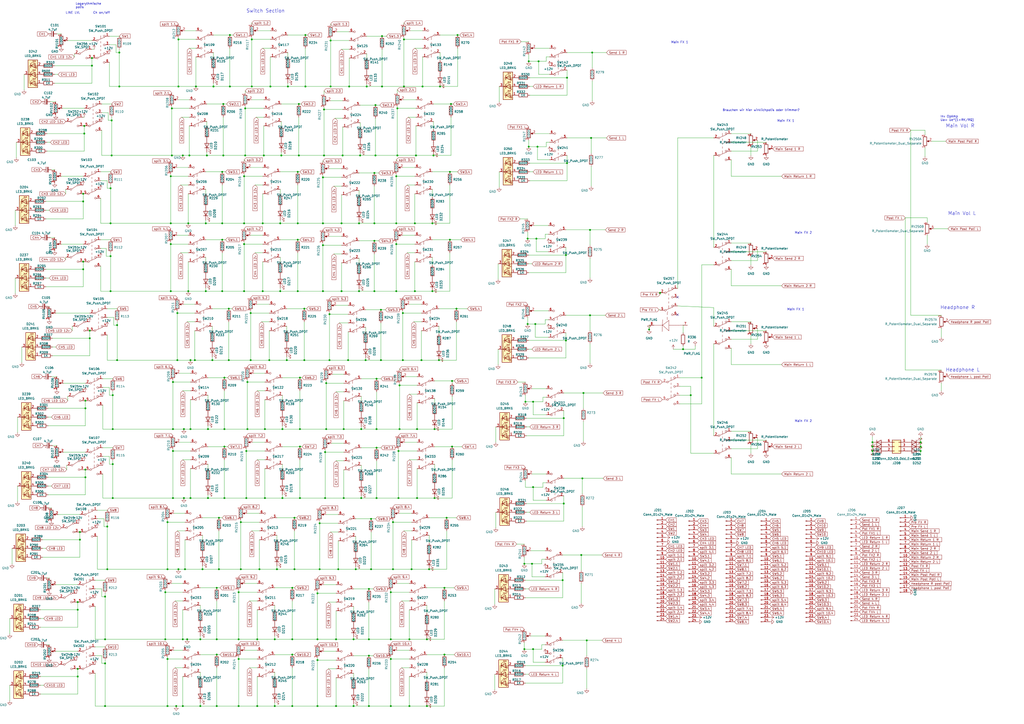
<source format=kicad_sch>
(kicad_sch (version 20211123) (generator eeschema)
  (paper "A2")
  (junction (at 65.405 269.24))
  (junction (at 196.215 330.2))
  (junction (at 234.315 50.165))
  (junction (at 163.195 90.17))
  (junction (at 340.36 371.475))
  (junction (at 304.165 327.025))
  (junction (at 95.885 370.84))
  (junction (at 187.96 63.5))
  (junction (at 229.87 129.54))
  (junction (at 149.225 409.575))
  (junction (at 217.17 100.33))
  (junction (at 506.095 256.54))
  (junction (at 48.26 156.21))
  (junction (at 64.135 168.91))
  (junction (at 337.185 321.945))
  (junction (at 102.87 181.61))
  (junction (at 233.68 208.915))
  (junction (at 133.35 50.165))
  (junction (at 255.27 50.165))
  (junction (at 306.705 85.09))
  (junction (at 230.505 62.865))
  (junction (at 198.755 90.17))
  (junction (at 326.39 336.55))
  (junction (at 103.505 50.165))
  (junction (at 205.105 370.84))
  (junction (at 45.085 392.43))
  (junction (at 100.33 221.615))
  (junction (at 64.77 69.85))
  (junction (at 163.83 248.92))
  (junction (at 169.545 370.84))
  (junction (at 337.82 277.495))
  (junction (at 231.775 248.92))
  (junction (at 252.095 288.925))
  (junction (at 213.995 380.365))
  (junction (at 49.53 236.855))
  (junction (at 127 330.2))
  (junction (at 327.025 242.57))
  (junction (at 65.405 288.925))
  (junction (at 99.695 62.865))
  (junction (at 119.38 168.91))
  (junction (at 69.215 50.165))
  (junction (at 102.235 409.575))
  (junction (at 247.65 409.575))
  (junction (at 177.165 50.165))
  (junction (at 99.695 90.17))
  (junction (at 217.17 129.54))
  (junction (at 65.405 248.92))
  (junction (at 304.8 233.045))
  (junction (at 184.15 409.575))
  (junction (at 218.44 219.71))
  (junction (at 382.905 169.8498))
  (junction (at 139.7 330.2))
  (junction (at 240.665 129.54))
  (junction (at 167.005 50.165))
  (junction (at 64.135 129.54))
  (junction (at 116.205 409.575))
  (junction (at 163.83 288.925))
  (junction (at 173.99 248.92))
  (junction (at 217.17 168.91))
  (junction (at 230.505 90.17))
  (junction (at 162.56 129.54))
  (junction (at 128.905 129.54))
  (junction (at 119.38 129.54))
  (junction (at 139.7 302.895))
  (junction (at 187.325 168.91))
  (junction (at 264.795 179.07))
  (junction (at 260.985 139.065))
  (junction (at 220.98 208.915))
  (junction (at 237.49 370.84))
  (junction (at 69.215 30.48))
  (junction (at 116.205 370.84))
  (junction (at 146.05 50.165))
  (junction (at 142.875 261.62))
  (junction (at 247.65 370.84))
  (junction (at 229.87 168.91))
  (junction (at 233.68 181.61))
  (junction (at 254.635 208.915))
  (junction (at 113.03 208.915))
  (junction (at 238.76 330.2))
  (junction (at 106.045 90.17))
  (junction (at 199.39 288.925))
  (junction (at 241.3 90.17))
  (junction (at 127 300.355))
  (junction (at 234.315 22.86))
  (junction (at 209.55 248.92))
  (junction (at 396.24 202.565))
  (junction (at 311.785 85.09))
  (junction (at 221.615 20.955))
  (junction (at 506.095 259.08))
  (junction (at 231.14 288.925))
  (junction (at 97.155 409.575))
  (junction (at 46.355 308.61))
  (junction (at 60.96 370.84))
  (junction (at 240.665 168.91))
  (junction (at 226.695 382.27))
  (junction (at 250.825 168.91))
  (junction (at 327.025 292.1))
  (junction (at 133.35 20.32))
  (junction (at 125.73 370.84))
  (junction (at 145.415 181.61))
  (junction (at 138.43 343.535))
  (junction (at 48.895 77.47))
  (junction (at 153.67 288.925))
  (junction (at 208.28 168.91))
  (junction (at 218.44 288.925))
  (junction (at 152.4 168.91))
  (junction (at 123.825 50.165))
  (junction (at 217.805 90.17))
  (junction (at 218.44 259.715))
  (junction (at 110.49 288.925))
  (junction (at 106.045 370.84))
  (junction (at 159.385 370.84))
  (junction (at 212.725 50.165))
  (junction (at 120.015 90.17))
  (junction (at 159.385 409.575))
  (junction (at 176.53 179.07))
  (junction (at 64.77 90.17))
  (junction (at 145.415 208.915))
  (junction (at 132.715 179.07))
  (junction (at 217.17 139.7))
  (junction (at 208.28 129.54))
  (junction (at 199.39 248.92))
  (junction (at 173.99 259.08))
  (junction (at 64.135 148.59))
  (junction (at 221.615 50.165))
  (junction (at 312.42 35.56))
  (junction (at 67.945 188.595))
  (junction (at 169.545 409.575))
  (junction (at 191.135 208.915))
  (junction (at 138.43 409.575))
  (junction (at 213.995 409.575))
  (junction (at 99.06 102.235))
  (junction (at 262.255 259.08))
  (junction (at 213.995 370.84))
  (junction (at 376.555 191.135))
  (junction (at 198.12 129.54))
  (junction (at 160.655 330.2))
  (junction (at 173.99 288.925))
  (junction (at 184.15 382.905))
  (junction (at 342.265 182.88))
  (junction (at 48.26 151.765))
  (junction (at 120.65 248.92))
  (junction (at 251.46 90.17))
  (junction (at 48.26 112.395))
  (junction (at 142.24 90.17))
  (junction (at 45.085 349.25))
  (junction (at 227.965 330.2))
  (junction (at 52.07 191.77))
  (junction (at 206.375 330.2))
  (junction (at 198.12 168.91))
  (junction (at 328.93 94.615))
  (junction (at 209.55 288.925))
  (junction (at 60.96 346.075))
  (junction (at 306.705 35.56))
  (junction (at 328.295 147.955))
  (junction (at 185.42 330.2))
  (junction (at 338.455 227.965))
  (junction (at 52.07 196.215))
  (junction (at 229.87 141.605))
  (junction (at 185.42 303.53))
  (junction (at 129.54 90.17))
  (junction (at 215.265 300.99))
  (junction (at 208.915 90.17))
  (junction (at 49.53 232.41))
  (junction (at 169.545 379.73))
  (junction (at 156.21 208.915))
  (junction (at 241.935 288.925))
  (junction (at 259.08 300.355))
  (junction (at 172.72 168.91))
  (junction (at 262.255 220.98))
  (junction (at 170.815 330.2))
  (junction (at 308.61 327.025))
  (junction (at 188.595 262.255))
  (junction (at 506.095 261.62))
  (junction (at 342.9 80.01))
  (junction (at 113.665 50.165))
  (junction (at 248.92 330.2))
  (junction (at 241.935 248.92))
  (junction (at 125.73 409.575))
  (junction (at 260.985 99.695))
  (junction (at 48.895 73.025))
  (junction (at 143.51 248.92))
  (junction (at 400.685 229.235))
  (junction (at 257.81 379.73))
  (junction (at 407.035 219.075))
  (junction (at 201.93 208.915))
  (junction (at 166.37 208.915))
  (junction (at 106.045 409.575))
  (junction (at 343.535 30.48))
  (junction (at 100.33 261.62))
  (junction (at 187.325 129.54))
  (junction (at 153.67 248.92))
  (junction (at 257.81 340.995))
  (junction (at 173.355 90.17))
  (junction (at 65.405 229.235))
  (junction (at 138.43 382.27))
  (junction (at 149.225 370.84))
  (junction (at 309.245 376.555))
  (junction (at 45.085 387.985))
  (junction (at 173.99 219.075))
  (junction (at 215.265 330.2))
  (junction (at 306.07 187.96))
  (junction (at 169.545 340.995))
  (junction (at 120.65 288.925))
  (junction (at 188.595 288.925))
  (junction (at 130.175 248.92))
  (junction (at 187.325 142.24))
  (junction (at 107.315 330.2))
  (junction (at 125.73 379.73))
  (junction (at 100.33 248.92))
  (junction (at 48.26 116.84))
  (junction (at 132.715 208.915))
  (junction (at 237.49 409.575))
  (junction (at 141.605 129.54))
  (junction (at 534.035 256.54))
  (junction (at 265.43 20.32))
  (junction (at 534.035 261.62))
  (junction (at 97.155 330.2))
  (junction (at 97.155 382.27))
  (junction (at 130.175 219.075))
  (junction (at 212.09 208.915))
  (junction (at 143.51 221.615))
  (junction (at 176.53 208.915))
  (junction (at 106.68 288.925))
  (junction (at 110.49 208.915))
  (junction (at 100.33 288.925))
  (junction (at 202.565 50.165))
  (junction (at 99.06 168.91))
  (junction (at 150.495 330.2))
  (junction (at 173.355 60.325))
  (junction (at 534.035 259.08))
  (junction (at 213.995 341.63))
  (junction (at 99.06 129.54))
  (junction (at 142.875 288.925))
  (junction (at 244.475 208.915))
  (junction (at 328.295 197.485))
  (junction (at 187.96 90.17))
  (junction (at 170.815 300.355))
  (junction (at 146.05 22.86))
  (junction (at 162.56 168.91))
  (junction (at 194.945 409.575))
  (junction (at 189.23 248.92))
  (junction (at 97.155 302.895))
  (junction (at 184.15 344.17))
  (junction (at 187.325 102.87))
  (junction (at 191.77 23.495))
  (junction (at 226.695 409.575))
  (junction (at 130.175 288.925))
  (junction (at 109.22 168.91))
  (junction (at 194.945 370.84))
  (junction (at 141.605 168.91))
  (junction (at 62.23 330.2))
  (junction (at 304.165 376.555))
  (junction (at 103.505 330.2))
  (junction (at 110.49 248.92))
  (junction (at 326.39 386.08))
  (junction (at 45.085 353.695))
  (junction (at 67.945 208.915))
  (junction (at 342.265 133.35))
  (junction (at 177.165 20.32))
  (junction (at 128.905 99.695))
  (junction (at 231.14 261.62))
  (junction (at 191.77 50.165))
  (junction (at 250.825 129.54))
  (junction (at 141.605 141.605))
  (junction (at 53.34 38.1))
  (junction (at 130.175 259.08))
  (junction (at 109.855 90.17))
  (junction (at 261.62 60.325))
  (junction (at 311.15 138.43))
  (junction (at 129.54 60.325))
  (junction (at 226.695 370.84))
  (junction (at 95.885 343.535))
  (junction (at 218.44 248.92))
  (junction (at 189.23 222.25))
  (junction (at 128.905 139.065))
  (junction (at 108.585 370.84))
  (junction (at 152.4 129.54))
  (junction (at 226.695 343.535))
  (junction (at 191.135 182.245))
  (junction (at 309.245 233.045))
  (junction (at 102.87 208.915))
  (junction (at 109.22 129.54))
  (junction (at 309.245 282.575))
  (junction (at 60.96 409.575))
  (junction (at 153.035 90.17))
  (junction (at 172.72 129.54))
  (junction (at 231.775 223.52))
  (junction (at 106.68 248.92))
  (junction (at 60.96 384.81))
  (junction (at 53.34 33.655))
  (junction (at 125.73 340.995))
  (junction (at 252.095 248.92))
  (junction (at 245.11 50.165))
  (junction (at 217.805 60.96))
  (junction (at 62.23 305.435))
  (junction (at 49.53 276.86))
  (junction (at 138.43 370.84))
  (junction (at 103.505 22.86))
  (junction (at 172.72 99.695))
  (junction (at 184.15 370.84))
  (junction (at 128.905 168.91))
  (junction (at 205.105 409.575))
  (junction (at 99.06 141.605))
  (junction (at 141.605 102.235))
  (junction (at 117.475 330.2))
  (junction (at 123.19 208.915))
  (junction (at 142.24 62.865))
  (junction (at 220.98 179.705))
  (junction (at 156.845 50.165))
  (junction (at 227.965 302.895))
  (junction (at 328.93 45.085))
  (junction (at 306.07 138.43))
  (junction (at 46.355 313.055))
  (junction (at 310.515 187.96))
  (junction (at 172.72 139.065))
  (junction (at 49.53 272.415))
  (junction (at 64.135 109.22))
  (junction (at 229.87 102.235))
  (no_connect (at 393.065 172.3898))
  (no_connect (at 393.065 182.5498))
  (wire (pts (xy 119.38 149.225) (xy 119.38 151.765)))
  (wire (pts (xy 267.335 139.065) (xy 260.985 139.065)))
  (wire (pts (xy 328.93 45.085) (xy 307.34 45.085)))
  (wire (pts (xy 396.24 188.595) (xy 396.24 193.04)))
  (wire (pts (xy 536.575 85.725) (xy 536.575 90.805)))
  (wire (pts (xy 60.96 370.84) (xy 95.885 370.84)))
  (wire (pts (xy 59.69 259.715) (xy 65.405 259.715)))
  (wire (pts (xy 63.5 224.79) (xy 63.5 229.235)))
  (wire (pts (xy 62.23 179.07) (xy 67.945 179.07)))
  (wire (pts (xy 142.24 52.705) (xy 142.24 53.975)))
  (wire (pts (xy 337.82 277.495) (xy 327.025 277.495)))
  (wire (pts (xy 35.56 141.605) (xy 48.26 141.605)))
  (wire (pts (xy 152.4 27.94) (xy 156.845 27.94)))
  (wire (pts (xy 184.15 382.905) (xy 184.15 409.575)))
  (wire (pts (xy 59.055 75.565) (xy 59.055 90.17)))
  (wire (pts (xy 191.77 22.225) (xy 191.77 23.495)))
  (wire (pts (xy 241.3 73.025) (xy 241.3 90.17)))
  (wire (pts (xy 435.61 262.89) (xy 435.61 257.81)))
  (wire (pts (xy 36.195 62.865) (xy 48.895 62.865)))
  (wire (pts (xy 128.905 139.065) (xy 119.38 139.065)))
  (wire (pts (xy 310.515 187.96) (xy 316.23 187.96)))
  (wire (pts (xy 173.99 139.065) (xy 172.72 139.065)))
  (wire (pts (xy 212.725 50.165) (xy 221.615 50.165)))
  (wire (pts (xy 233.68 208.915) (xy 244.475 208.915)))
  (wire (pts (xy 49.53 272.415) (xy 49.53 276.86)))
  (wire (pts (xy 97.155 409.575) (xy 102.235 409.575)))
  (wire (pts (xy 241.3 90.17) (xy 251.46 90.17)))
  (wire (pts (xy 130.175 226.695) (xy 130.175 248.92)))
  (wire (pts (xy 130.175 219.075) (xy 120.65 219.075)))
  (wire (pts (xy 307.975 319.405) (xy 316.23 319.405)))
  (wire (pts (xy 146.05 13.335) (xy 146.05 13.97)))
  (wire (pts (xy 138.43 381) (xy 138.43 382.27)))
  (wire (pts (xy 231.14 288.925) (xy 241.935 288.925)))
  (wire (pts (xy 99.06 100.965) (xy 99.06 102.235)))
  (wire (pts (xy 229.87 102.235) (xy 229.87 129.54)))
  (wire (pts (xy 58.42 129.54) (xy 64.135 129.54)))
  (wire (pts (xy 29.21 137.795) (xy 31.75 137.795)))
  (wire (pts (xy 48.895 73.025) (xy 48.895 77.47)))
  (wire (pts (xy 326.39 371.475) (xy 340.36 371.475)))
  (wire (pts (xy 120.65 229.235) (xy 120.65 231.775)))
  (wire (pts (xy 125.73 387.35) (xy 125.73 409.575)))
  (wire (pts (xy 149.225 353.695) (xy 149.225 370.84)))
  (wire (pts (xy 25.4 397.51) (xy 23.495 397.51)))
  (wire (pts (xy 439.42 81.28) (xy 439.42 87.63)))
  (wire (pts (xy 95.885 343.535) (xy 106.045 343.535)))
  (wire (pts (xy 45.085 392.43) (xy 23.495 392.43)))
  (wire (pts (xy 95.885 370.84) (xy 106.045 370.84)))
  (wire (pts (xy 174.625 60.325) (xy 173.355 60.325)))
  (wire (pts (xy 53.34 38.1) (xy 53.34 48.26)))
  (wire (pts (xy 337.82 294.005) (xy 337.82 305.435)))
  (wire (pts (xy 343.535 46.99) (xy 343.535 58.42)))
  (wire (pts (xy 199.39 272.415) (xy 199.39 288.925)))
  (wire (pts (xy 142.24 62.865) (xy 142.24 90.17)))
  (wire (pts (xy 127.635 379.73) (xy 125.73 379.73)))
  (wire (pts (xy 337.185 321.945) (xy 326.39 321.945)))
  (wire (pts (xy 188.595 288.925) (xy 199.39 288.925)))
  (wire (pts (xy 173.99 219.075) (xy 163.83 219.075)))
  (wire (pts (xy 103.505 50.165) (xy 113.665 50.165)))
  (wire (pts (xy 151.765 186.69) (xy 156.21 186.69)))
  (wire (pts (xy 187.96 63.5) (xy 198.755 63.5)))
  (wire (pts (xy 220.98 219.71) (xy 218.44 219.71)))
  (wire (pts (xy 267.97 259.08) (xy 262.255 259.08)))
  (wire (pts (xy 208.915 71.12) (xy 208.915 73.66)))
  (wire (pts (xy 259.08 300.355) (xy 248.92 300.355)))
  (wire (pts (xy 206.375 330.2) (xy 215.265 330.2)))
  (wire (pts (xy 172.72 99.695) (xy 162.56 99.695)))
  (wire (pts (xy 106.045 226.695) (xy 110.49 226.695)))
  (wire (pts (xy 123.19 208.915) (xy 113.03 208.915)))
  (wire (pts (xy 163.83 269.24) (xy 163.83 271.78)))
  (wire (pts (xy 250.825 168.91) (xy 240.665 168.91)))
  (wire (pts (xy 328.295 197.485) (xy 306.705 197.485)))
  (wire (pts (xy 271.145 179.07) (xy 264.795 179.07)))
  (wire (pts (xy 191.135 208.915) (xy 201.93 208.915)))
  (wire (pts (xy 439.42 190.5) (xy 439.42 196.85)))
  (wire (pts (xy 342.9 88.9) (xy 342.9 80.01)))
  (wire (pts (xy 184.15 409.575) (xy 194.945 409.575)))
  (wire (pts (xy 349.885 227.965) (xy 338.455 227.965)))
  (wire (pts (xy 153.035 73.025) (xy 153.035 90.17)))
  (wire (pts (xy 309.88 130.81) (xy 318.135 130.81)))
  (wire (pts (xy 237.49 228.6) (xy 241.935 228.6)))
  (wire (pts (xy 132.08 219.075) (xy 130.175 219.075)))
  (wire (pts (xy 263.525 379.73) (xy 257.81 379.73)))
  (wire (pts (xy 212.09 189.865) (xy 212.09 192.405)))
  (wire (pts (xy 338.455 236.855) (xy 338.455 227.965)))
  (wire (pts (xy 53.34 33.655) (xy 53.34 38.1)))
  (wire (pts (xy 141.605 100.965) (xy 141.605 102.235)))
  (wire (pts (xy 231.14 260.35) (xy 231.14 261.62)))
  (wire (pts (xy 133.35 27.94) (xy 133.35 50.165)))
  (wire (pts (xy 219.71 139.7) (xy 217.17 139.7)))
  (wire (pts (xy 49.53 232.41) (xy 49.53 236.855)))
  (wire (pts (xy 265.43 20.32) (xy 255.27 20.32)))
  (wire (pts (xy 340.36 380.365) (xy 340.36 371.475)))
  (wire (pts (xy 120.015 70.485) (xy 120.015 73.025)))
  (wire (pts (xy 326.39 336.55) (xy 326.39 346.71)))
  (wire (pts (xy 316.865 33.02) (xy 318.77 33.02)))
  (wire (pts (xy 309.245 99.695) (xy 307.34 99.695)))
  (wire (pts (xy 201.93 208.915) (xy 212.09 208.915)))
  (wire (pts (xy 189.23 248.92) (xy 199.39 248.92)))
  (wire (pts (xy 525.145 126.365) (xy 537.845 126.365)))
  (wire (pts (xy 309.245 50.165) (xy 307.34 50.165)))
  (wire (pts (xy 145.415 136.525) (xy 152.4 136.525)))
  (wire (pts (xy 314.325 376.555) (xy 314.325 374.015)))
  (wire (pts (xy 312.42 43.18) (xy 312.42 35.56)))
  (wire (pts (xy 226.695 343.535) (xy 226.695 370.84)))
  (wire (pts (xy 229.87 141.605) (xy 240.665 141.605)))
  (wire (pts (xy 314.96 230.505) (xy 316.865 230.505)))
  (wire (pts (xy 309.245 233.045) (xy 314.96 233.045)))
  (wire (pts (xy 260.985 99.695) (xy 250.825 99.695)))
  (wire (pts (xy 120.015 90.17) (xy 129.54 90.17)))
  (wire (pts (xy 528.32 75.565) (xy 536.575 75.565)))
  (wire (pts (xy 187.325 102.87) (xy 187.325 129.54)))
  (wire (pts (xy 234.315 13.335) (xy 234.315 13.97)))
  (wire (pts (xy 123.825 50.165) (xy 133.35 50.165)))
  (wire (pts (xy 177.165 20.32) (xy 167.005 20.32)))
  (wire (pts (xy 424.18 146.05) (xy 444.5 146.05)))
  (wire (pts (xy 64.135 146.685) (xy 64.135 148.59)))
  (wire (pts (xy 102.87 136.525) (xy 109.22 136.525)))
  (wire (pts (xy 209.55 247.65) (xy 209.55 248.92)))
  (wire (pts (xy 220.98 208.915) (xy 233.68 208.915)))
  (wire (pts (xy 45.085 387.985) (xy 45.085 392.43)))
  (wire (pts (xy 56.515 295.91) (xy 62.23 295.91)))
  (wire (pts (xy 221.615 50.165) (xy 234.315 50.165)))
  (wire (pts (xy 251.46 90.17) (xy 261.62 90.17)))
  (wire (pts (xy 260.985 139.065) (xy 250.825 139.065)))
  (wire (pts (xy 189.23 298.45) (xy 196.215 298.45)))
  (wire (pts (xy 184.15 370.84) (xy 194.945 370.84)))
  (wire (pts (xy 100.33 260.35) (xy 100.33 261.62)))
  (wire (pts (xy 59.055 60.325) (xy 64.77 60.325)))
  (wire (pts (xy 193.675 147.32) (xy 198.12 147.32)))
  (wire (pts (xy 97.155 302.895) (xy 97.155 330.2)))
  (wire (pts (xy 206.375 311.15) (xy 206.375 313.69)))
  (wire (pts (xy 217.805 90.17) (xy 230.505 90.17)))
  (wire (pts (xy 212.725 31.115) (xy 212.725 33.655)))
  (wire (pts (xy 506.095 261.62) (xy 506.095 259.08)))
  (wire (pts (xy 48.26 156.21) (xy 26.67 156.21)))
  (wire (pts (xy 56.515 330.2) (xy 62.23 330.2)))
  (wire (pts (xy 102.87 307.975) (xy 107.315 307.975)))
  (wire (pts (xy 326.39 396.24) (xy 304.8 396.24)))
  (wire (pts (xy 309.245 376.555) (xy 314.325 376.555)))
  (wire (pts (xy 48.895 77.47) (xy 48.895 87.63)))
  (wire (pts (xy 230.505 377.19) (xy 237.49 377.19)))
  (wire (pts (xy 46.355 323.215) (xy 24.765 323.215)))
  (wire (pts (xy 314.96 282.575) (xy 314.96 280.035)))
  (wire (pts (xy 144.78 387.35) (xy 149.225 387.35)))
  (wire (pts (xy 252.095 269.24) (xy 252.095 273.685)))
  (wire (pts (xy 144.78 348.615) (xy 149.225 348.615)))
  (wire (pts (xy 159.385 389.89) (xy 159.385 392.43)))
  (wire (pts (xy 69.215 28.575) (xy 69.215 30.48)))
  (wire (pts (xy 194.945 227.33) (xy 199.39 227.33)))
  (wire (pts (xy 382.905 180.0098) (xy 382.905 179.705)))
  (wire (pts (xy 247.65 409.575) (xy 237.49 409.575)))
  (wire (pts (xy 45.085 353.695) (xy 23.495 353.695)))
  (wire (pts (xy 217.17 139.7) (xy 208.28 139.7)))
  (wire (pts (xy 187.325 101.6) (xy 187.325 102.87)))
  (wire (pts (xy 120.015 90.17) (xy 109.855 90.17)))
  (wire (pts (xy 116.205 409.575) (xy 125.73 409.575)))
  (wire (pts (xy 30.48 258.445) (xy 33.02 258.445)))
  (wire (pts (xy 439.42 144.78) (xy 439.42 151.13)))
  (wire (pts (xy 424.18 211.455) (xy 424.18 201.93)))
  (wire (pts (xy 537.845 126.365) (xy 537.845 128.905)))
  (wire (pts (xy 237.49 392.43) (xy 237.49 409.575)))
  (wire (pts (xy 153.67 231.775) (xy 153.67 248.92)))
  (wire (pts (xy 226.695 382.27) (xy 237.49 382.27)))
  (wire (pts (xy 146.685 256.54) (xy 153.67 256.54)))
  (wire (pts (xy 32.385 181.61) (xy 52.07 181.61)))
  (wire (pts (xy 142.24 90.17) (xy 153.035 90.17)))
  (wire (pts (xy 163.83 287.02) (xy 163.83 288.925)))
  (wire (pts (xy 102.87 181.61) (xy 113.03 181.61)))
  (wire (pts (xy 424.18 186.69) (xy 435.61 186.69)))
  (wire (pts (xy 169.545 387.35) (xy 169.545 409.575)))
  (wire (pts (xy 213.995 409.575) (xy 226.695 409.575)))
  (wire (pts (xy 65.405 288.925) (xy 100.33 288.925)))
  (wire (pts (xy 198.12 113.03) (xy 198.12 129.54)))
  (wire (pts (xy 226.695 381) (xy 226.695 382.27)))
  (wire (pts (xy 104.14 256.54) (xy 110.49 256.54)))
  (wire (pts (xy 45.085 349.25) (xy 45.085 353.695)))
  (wire (pts (xy 117.475 310.515) (xy 117.475 313.055)))
  (wire (pts (xy 205.105 390.525) (xy 205.105 393.065)))
  (wire (pts (xy 439.42 254) (xy 439.42 260.35)))
  (wire (pts (xy 99.06 102.235) (xy 109.22 102.235)))
  (wire (pts (xy 537.845 136.525) (xy 537.845 141.605)))
  (wire (pts (xy 306.705 31.75) (xy 306.705 35.56)))
  (wire (pts (xy 326.39 386.08) (xy 304.8 386.08)))
  (wire (pts (xy 52.07 206.375) (xy 30.48 206.375)))
  (wire (pts (xy 263.525 340.995) (xy 257.81 340.995)))
  (wire (pts (xy 328.295 193.04) (xy 328.295 197.485)))
  (wire (pts (xy 304.8 233.045) (xy 309.245 233.045)))
  (wire (pts (xy 103.505 330.2) (xy 107.315 330.2)))
  (wire (pts (xy 132.715 179.07) (xy 123.19 179.07)))
  (wire (pts (xy 245.11 50.165) (xy 255.27 50.165)))
  (wire (pts (xy 525.145 214.63) (xy 546.1 214.63)))
  (wire (pts (xy 342.265 149.86) (xy 342.265 161.29)))
  (wire (pts (xy 198.12 28.575) (xy 202.565 28.575)))
  (wire (pts (xy 304.165 376.555) (xy 309.245 376.555)))
  (wire (pts (xy 99.695 90.17) (xy 106.045 90.17)))
  (wire (pts (xy 308.61 225.425) (xy 316.865 225.425)))
  (wire (pts (xy 250.825 168.91) (xy 260.985 168.91)))
  (wire (pts (xy 414.02 178.435) (xy 414.02 189.23)))
  (wire (pts (xy 127.635 340.995) (xy 125.73 340.995)))
  (wire (pts (xy 33.02 19.685) (xy 35.56 19.685)))
  (wire (pts (xy 130.175 248.92) (xy 143.51 248.92)))
  (wire (pts (xy 176.53 179.07) (xy 166.37 179.07)))
  (wire (pts (xy 162.56 127.635) (xy 162.56 129.54)))
  (wire (pts (xy 424.18 102.235) (xy 424.18 92.71)))
  (wire (pts (xy 184.15 342.9) (xy 184.15 344.17)))
  (wire (pts (xy 67.945 208.915) (xy 102.87 208.915)))
  (wire (pts (xy 316.23 185.42) (xy 318.135 185.42)))
  (wire (pts (xy 169.545 340.995) (xy 159.385 340.995)))
  (wire (pts (xy 230.505 338.455) (xy 237.49 338.455)))
  (wire (pts (xy 241.935 233.68) (xy 241.935 248.92)))
  (wire (pts (xy 141.605 129.54) (xy 152.4 129.54)))
  (wire (pts (xy 343.535 39.37) (xy 343.535 30.48)))
  (wire (pts (xy 407.035 153.67) (xy 407.035 219.075)))
  (wire (pts (xy 123.825 50.165) (xy 113.665 50.165)))
  (wire (pts (xy 139.7 301.625) (xy 139.7 302.895)))
  (wire (pts (xy 191.135 182.245) (xy 201.93 182.245)))
  (wire (pts (xy 424.18 82.55) (xy 444.5 82.55)))
  (wire (pts (xy 213.995 349.25) (xy 213.995 370.84)))
  (wire (pts (xy 251.46 70.485) (xy 251.46 74.93)))
  (wire (pts (xy 259.08 307.975) (xy 259.08 330.2)))
  (wire (pts (xy 129.54 67.945) (xy 129.54 90.17)))
  (wire (pts (xy 125.73 348.615) (xy 125.73 370.84)))
  (wire (pts (xy 63.5 36.195) (xy 63.5 50.165)))
  (wire (pts (xy 128.905 168.91) (xy 141.605 168.91)))
  (wire (pts (xy 314.325 324.485) (xy 316.23 324.485)))
  (wire (pts (xy 231.775 213.995) (xy 231.775 214.63)))
  (wire (pts (xy 110.49 271.78) (xy 110.49 288.925)))
  (wire (pts (xy 188.595 260.985) (xy 188.595 262.255)))
  (wire (pts (xy 127 330.2) (xy 139.7 330.2)))
  (wire (pts (xy 128.905 99.695) (xy 119.38 99.695)))
  (wire (pts (xy 138.43 409.575) (xy 149.225 409.575)))
  (wire (pts (xy 328.295 143.51) (xy 328.295 147.955)))
  (wire (pts (xy 141.605 92.71) (xy 141.605 93.345)))
  (wire (pts (xy 316.23 187.96) (xy 316.23 185.42)))
  (wire (pts (xy 302.26 24.13) (xy 306.705 24.13)))
  (wire (pts (xy 233.68 97.155) (xy 240.665 97.155)))
  (wire (pts (xy 193.04 217.17) (xy 199.39 217.17)))
  (wire (pts (xy 67.31 30.48) (xy 69.215 30.48)))
  (wire (pts (xy 173.99 266.7) (xy 173.99 288.925)))
  (wire (pts (xy 41.91 191.77) (xy 41.91 189.23)))
  (wire (pts (xy 58.42 114.935) (xy 58.42 129.54)))
  (wire (pts (xy 134.62 179.07) (xy 132.715 179.07)))
  (wire (pts (xy 382.905 179.705) (xy 382.27 179.705)))
  (wire (pts (xy 439.42 87.63) (xy 424.18 87.63)))
  (wire (pts (xy 215.265 330.2) (xy 227.965 330.2)))
  (wire (pts (xy 506.095 259.08) (xy 506.095 256.54)))
  (wire (pts (xy 208.28 128.27) (xy 208.28 129.54)))
  (wire (pts (xy 48.26 116.84) (xy 48.26 127)))
  (wire (pts (xy 349.25 321.945) (xy 337.185 321.945)))
  (wire (pts (xy 309.245 290.195) (xy 309.245 282.575)))
  (wire (pts (xy 166.37 208.915) (xy 176.53 208.915)))
  (wire (pts (xy 247.65 351.155) (xy 247.65 355.6)))
  (wire (pts (xy 145.415 181.61) (xy 156.21 181.61)))
  (wire (pts (xy 101.6 387.35) (xy 106.045 387.35)))
  (wire (pts (xy 35.56 102.235) (xy 48.26 102.235)))
  (wire (pts (xy 254.635 189.23) (xy 254.635 193.675)))
  (wire (pts (xy 261.62 67.945) (xy 261.62 90.17)))
  (wire (pts (xy 187.96 62.23) (xy 187.96 63.5)))
  (wire (pts (xy 252.095 248.92) (xy 241.935 248.92)))
  (wire (pts (xy 55.245 351.79) (xy 55.245 370.84)))
  (wire (pts (xy 309.245 240.665) (xy 309.245 233.045)))
  (wire (pts (xy 99.695 338.455) (xy 106.045 338.455)))
  (wire (pts (xy 208.28 167.64) (xy 208.28 168.91)))
  (wire (pts (xy 97.155 302.895) (xy 107.315 302.895)))
  (wire (pts (xy 252.095 248.92) (xy 262.255 248.92)))
  (wire (pts (xy 8.89 130.81) (xy 8.89 121.92)))
  (wire (pts (xy 100.33 248.92) (xy 106.68 248.92)))
  (wire (pts (xy 60.96 382.905) (xy 60.96 384.81)))
  (wire (pts (xy 169.545 379.73) (xy 159.385 379.73)))
  (wire (pts (xy 62.865 69.85) (xy 64.77 69.85)))
  (wire (pts (xy 167.005 30.48) (xy 167.005 33.02)))
  (wire (pts (xy 100.965 297.815) (xy 107.315 297.815)))
  (wire (pts (xy 248.92 330.2) (xy 259.08 330.2)))
  (wire (pts (xy 196.215 330.2) (xy 206.375 330.2)))
  (wire (pts (xy 130.175 288.925) (xy 142.875 288.925)))
  (wire (pts (xy 60.325 305.435) (xy 62.23 305.435)))
  (wire (pts (xy 229.87 140.335) (xy 229.87 141.605)))
  (wire (pts (xy 205.105 409.575) (xy 213.995 409.575)))
  (wire (pts (xy 166.37 207.01) (xy 166.37 208.915)))
  (wire (pts (xy 146.05 50.165) (xy 156.845 50.165)))
  (wire (pts (xy 328.93 55.245) (xy 307.34 55.245)))
  (wire (pts (xy 99.06 140.335) (xy 99.06 141.605)))
  (wire (pts (xy 63.5 264.795) (xy 63.5 269.24)))
  (wire (pts (xy 48.26 116.84) (xy 26.67 116.84)))
  (wire (pts (xy 97.155 382.27) (xy 106.045 382.27)))
  (wire (pts (xy 38.735 272.415) (xy 38.735 269.875)))
  (wire (pts (xy 215.265 308.61) (xy 215.265 330.2)))
  (wire (pts (xy 261.62 60.325) (xy 251.46 60.325)))
  (wire (pts (xy 163.83 247.015) (xy 163.83 248.92)))
  (wire (pts (xy 247.65 370.84) (xy 237.49 370.84)))
  (wire (pts (xy 146.05 307.975) (xy 150.495 307.975)))
  (wire (pts (xy 196.215 313.69) (xy 196.215 330.2)))
  (wire (pts (xy 147.955 107.315) (xy 152.4 107.315)))
  (wire (pts (xy 173.355 90.17) (xy 187.96 90.17)))
  (wire (pts (xy 229.87 141.605) (xy 229.87 168.91)))
  (wire (pts (xy 255.27 50.165) (xy 265.43 50.165)))
  (wire (pts (xy 61.595 148.59) (xy 64.135 148.59)))
  (wire (pts (xy 306.705 35.56) (xy 312.42 35.56)))
  (wire (pts (xy 229.87 102.235) (xy 240.665 102.235)))
  (wire (pts (xy 53.34 48.26) (xy 31.75 48.26)))
  (wire (pts (xy 120.015 88.265) (xy 120.015 90.17)))
  (wire (pts (xy 29.845 98.425) (xy 31.75 98.425)))
  (wire (pts (xy 146.05 22.86) (xy 146.05 50.165)))
  (wire (pts (xy 382.905 169.545) (xy 382.905 169.8498)))
  (wire (pts (xy 400.685 262.89) (xy 400.685 229.235)))
  (wire (pts (xy 125.73 370.84) (xy 138.43 370.84)))
  (wire (pts (xy 326.39 332.105) (xy 326.39 336.55)))
  (wire (pts (xy 172.72 168.91) (xy 187.325 168.91)))
  (wire (pts (xy 62.23 305.435) (xy 62.23 330.2)))
  (wire (pts (xy 149.225 266.7) (xy 153.67 266.7)))
  (wire (pts (xy 306.705 81.28) (xy 306.705 85.09)))
  (wire (pts (xy 109.855 73.025) (xy 109.855 90.17)))
  (wire (pts (xy 142.875 288.925) (xy 153.67 288.925)))
  (wire (pts (xy 187.96 377.825) (xy 194.945 377.825)))
  (wire (pts (xy 120.65 287.02) (xy 120.65 288.925)))
  (wire (pts (xy 58.42 104.775) (xy 62.23 104.775)))
  (wire (pts (xy 141.605 141.605) (xy 152.4 141.605)))
  (wire (pts (xy 131.445 60.325) (xy 129.54 60.325)))
  (wire (pts (xy 318.135 195.58) (xy 310.515 195.58)))
  (wire (pts (xy 56.515 311.15) (xy 56.515 330.2)))
  (wire (pts (xy 435.61 153.67) (xy 435.61 148.59)))
  (wire (pts (xy 64.135 107.315) (xy 64.135 109.22)))
  (wire (pts (xy 213.995 341.63) (xy 205.105 341.63)))
  (wire (pts (xy 120.65 248.92) (xy 130.175 248.92)))
  (wire (pts (xy 109.22 168.91) (xy 119.38 168.91)))
  (wire (pts (xy 53.34 38.1) (xy 31.75 38.1)))
  (wire (pts (xy 216.535 380.365) (xy 213.995 380.365)))
  (wire (pts (xy 143.51 220.345) (xy 143.51 221.615)))
  (wire (pts (xy 198.12 129.54) (xy 208.28 129.54)))
  (wire (pts (xy 149.225 226.695) (xy 153.67 226.695)))
  (wire (pts (xy 55.245 390.525) (xy 55.245 409.575)))
  (wire (pts (xy 120.65 288.925) (xy 110.49 288.925)))
  (wire (pts (xy 231.14 261.62) (xy 231.14 288.925)))
  (wire (pts (xy 99.06 102.235) (xy 99.06 129.54)))
  (wire (pts (xy 108.585 370.84) (xy 106.045 370.84)))
  (wire (pts (xy 139.7 302.895) (xy 150.495 302.895)))
  (wire (pts (xy 123.825 30.48) (xy 123.825 33.02)))
  (wire (pts (xy 55.245 409.575) (xy 60.96 409.575)))
  (wire (pts (xy 185.42 303.53) (xy 185.42 330.2)))
  (wire (pts (xy 316.865 85.09) (xy 316.865 82.55)))
  (wire (pts (xy 536.575 75.565) (xy 536.575 78.105)))
  (wire (pts (xy 45.085 387.985) (xy 44.45 387.985)))
  (wire (pts (xy 326.39 346.71) (xy 304.8 346.71)))
  (wire (pts (xy 218.44 248.92) (xy 231.775 248.92)))
  (wire (pts (xy 163.195 90.17) (xy 153.035 90.17)))
  (wire (pts (xy 39.37 23.495) (xy 53.34 23.495)))
  (wire (pts (xy 304.165 372.745) (xy 304.165 376.555)))
  (wire (pts (xy 316.865 82.55) (xy 318.77 82.55)))
  (wire (pts (xy 46.355 313.055) (xy 24.765 313.055)))
  (wire (pts (xy 250.825 109.855) (xy 250.825 114.3)))
  (wire (pts (xy 205.105 369.57) (xy 205.105 370.84)))
  (wire (pts (xy 27.94 177.8) (xy 28.575 177.8)))
  (wire (pts (xy 110.49 231.775) (xy 110.49 248.92)))
  (wire (pts (xy 97.155 301.625) (xy 97.155 302.895)))
  (wire (pts (xy 58.42 99.695) (xy 64.135 99.695)))
  (wire (pts (xy 108.585 186.69) (xy 113.03 186.69)))
  (wire (pts (xy 100.33 220.345) (xy 100.33 221.615)))
  (wire (pts (xy 187.325 140.97) (xy 187.325 142.24)))
  (wire (pts (xy 382.905 169.8498) (xy 382.905 170.815)))
  (wire (pts (xy 194.945 409.575) (xy 205.105 409.575)))
  (wire (pts (xy 233.68 180.34) (xy 233.68 181.61)))
  (wire (pts (xy 176.53 208.915) (xy 191.135 208.915)))
  (wire (pts (xy 439.42 260.35) (xy 424.18 260.35)))
  (wire (pts (xy 173.99 248.92) (xy 189.23 248.92)))
  (wire (pts (xy 326.39 381.635) (xy 326.39 386.08)))
  (wire (pts (xy 59.69 264.795) (xy 63.5 264.795)))
  (wire (pts (xy 223.52 179.705) (xy 220.98 179.705)))
  (wire (pts (xy 403.225 202.565) (xy 403.225 200.66)))
  (wire (pts (xy 185.42 302.26) (xy 185.42 303.53)))
  (wire (pts (xy 142.24 377.19) (xy 149.225 377.19)))
  (wire (pts (xy 231.775 222.25) (xy 231.775 223.52)))
  (wire (pts (xy 288.925 211.455) (xy 288.925 202.565)))
  (wire (pts (xy 262.89 60.325) (xy 261.62 60.325)))
  (wire (pts (xy 184.15 382.905) (xy 194.945 382.905)))
  (wire (pts (xy 310.515 77.47) (xy 318.77 77.47)))
  (wire (pts (xy 337.185 338.455) (xy 337.185 349.885)))
  (wire (pts (xy 230.505 90.17) (xy 241.3 90.17)))
  (wire (pts (xy 185.42 303.53) (xy 196.215 303.53)))
  (wire (pts (xy 175.26 259.08) (xy 173.99 259.08)))
  (wire (pts (xy 162.56 167.005) (xy 162.56 168.91)))
  (wire (pts (xy 306.705 391.16) (xy 304.8 391.16)))
  (wire (pts (xy 187.325 142.24) (xy 187.325 168.91)))
  (wire (pts (xy 349.885 277.495) (xy 337.82 277.495)))
  (wire (pts (xy 229.87 168.91) (xy 240.665 168.91)))
  (wire (pts (xy 328.93 40.64) (xy 328.93 45.085)))
  (wire (pts (xy 220.98 259.715) (xy 218.44 259.715)))
  (wire (pts (xy 99.06 168.91) (xy 109.22 168.91)))
  (wire (pts (xy 58.42 144.145) (xy 61.595 144.145)))
  (wire (pts (xy 237.49 266.7) (xy 241.935 266.7)))
  (wire (pts (xy 310.515 195.58) (xy 310.515 187.96)))
  (wire (pts (xy 132.08 259.08) (xy 130.175 259.08)))
  (wire (pts (xy 175.26 219.075) (xy 173.99 219.075)))
  (wire (pts (xy 63.5 20.955) (xy 69.215 20.955)))
  (wire (pts (xy 424.18 250.19) (xy 435.61 250.19)))
  (wire (pts (xy 46.355 313.055) (xy 46.355 323.215)))
  (wire (pts (xy 102.87 180.34) (xy 102.87 181.61)))
  (wire (pts (xy 308.61 202.565) (xy 306.705 202.565)))
  (wire (pts (xy 142.24 62.865) (xy 153.035 62.865)))
  (wire (pts (xy 95.885 343.535) (xy 95.885 370.84)))
  (wire (pts (xy 138.43 343.535) (xy 138.43 370.84)))
  (wire (pts (xy 55.245 380.365) (xy 59.055 380.365)))
  (wire (pts (xy 328.295 207.645) (xy 306.705 207.645)))
  (wire (pts (xy 99.695 62.865) (xy 99.695 90.17)))
  (wire (pts (xy 102.87 97.155) (xy 109.22 97.155)))
  (wire (pts (xy 191.135 180.975) (xy 191.135 182.245)))
  (wire (pts (xy 132.715 208.915) (xy 145.415 208.915)))
  (wire (pts (xy 327.025 292.1) (xy 305.435 292.1)))
  (wire (pts (xy 187.325 102.87) (xy 198.12 102.87)))
  (wire (pts (xy 233.68 181.61) (xy 233.68 208.915)))
  (wire (pts (xy 407.035 234.315) (xy 407.035 219.075)))
  (wire (pts (xy 192.405 257.175) (xy 199.39 257.175)))
  (wire (pts (xy 237.49 353.695) (xy 237.49 370.84)))
  (wire (pts (xy 141.605 168.91) (xy 152.4 168.91)))
  (wire (pts (xy 100.33 261.62) (xy 110.49 261.62)))
  (wire (pts (xy 119.38 167.005) (xy 119.38 168.91)))
  (wire (pts (xy 128.905 107.315) (xy 128.905 129.54)))
  (wire (pts (xy 189.23 222.25) (xy 199.39 222.25)))
  (wire (pts (xy 60.96 409.575) (xy 97.155 409.575)))
  (wire (pts (xy 327.025 287.655) (xy 327.025 292.1)))
  (wire (pts (xy 102.87 181.61) (xy 102.87 208.915)))
  (wire (pts (xy 394.335 224.155) (xy 400.685 224.155)))
  (wire (pts (xy 191.135 182.245) (xy 191.135 208.915)))
  (wire (pts (xy 190.5 387.985) (xy 194.945 387.985)))
  (wire (pts (xy 162.56 129.54) (xy 152.4 129.54)))
  (wire (pts (xy 257.81 387.35) (xy 257.81 409.575)))
  (wire (pts (xy 343.535 30.48) (xy 351.79 30.48)))
  (wire (pts (xy 218.44 227.33) (xy 218.44 248.92)))
  (wire (pts (xy 65.405 267.335) (xy 65.405 269.24)))
  (wire (pts (xy 104.775 107.315) (xy 109.22 107.315)))
  (wire (pts (xy 351.155 182.88) (xy 342.265 182.88)))
  (wire (pts (xy 394.335 229.235) (xy 400.685 229.235)))
  (wire (pts (xy 64.135 148.59) (xy 64.135 168.91)))
  (wire (pts (xy 233.68 136.525) (xy 240.665 136.525)))
  (wire (pts (xy 219.71 100.33) (xy 217.17 100.33)))
  (wire (pts (xy 229.87 92.71) (xy 229.87 93.345)))
  (wire (pts (xy 177.8 179.07) (xy 176.53 179.07)))
  (wire (pts (xy 153.67 271.78) (xy 153.67 288.925)))
  (wire (pts (xy 247.65 389.89) (xy 247.65 394.335)))
  (wire (pts (xy 62.23 194.31) (xy 62.23 208.915)))
  (wire (pts (xy 213.995 380.365) (xy 205.105 380.365)))
  (wire (pts (xy 63.5 50.165) (xy 69.215 50.165)))
  (wire (pts (xy 102.235 409.575) (xy 106.045 409.575)))
  (wire (pts (xy 128.905 300.355) (xy 127 300.355)))
  (wire (pts (xy 208.915 90.17) (xy 217.805 90.17)))
  (wire (pts (xy 227.965 330.2) (xy 238.76 330.2)))
  (wire (pts (xy 209.55 229.87) (xy 209.55 232.41)))
  (wire (pts (xy 224.155 20.955) (xy 221.615 20.955)))
  (wire (pts (xy 299.72 315.595) (xy 304.165 315.595)))
  (wire (pts (xy 173.99 259.08) (xy 163.83 259.08)))
  (wire (pts (xy 46.355 308.61) (xy 45.72 308.61)))
  (wire (pts (xy 146.05 22.86) (xy 156.845 22.86)))
  (wire (pts (xy 262.255 229.87) (xy 262.255 248.92)))
  (wire (pts (xy 130.81 139.065) (xy 128.905 139.065)))
  (wire (pts (xy 29.21 82.55) (xy 27.305 82.55)))
  (wire (pts (xy 234.95 256.54) (xy 241.935 256.54)))
  (wire (pts (xy 231.775 248.92) (xy 241.935 248.92)))
  (wire (pts (xy 66.04 188.595) (xy 67.945 188.595)))
  (wire (pts (xy 236.22 107.315) (xy 240.665 107.315)))
  (wire (pts (xy 216.535 341.63) (xy 213.995 341.63)))
  (wire (pts (xy 106.045 392.43) (xy 106.045 409.575)))
  (wire (pts (xy 248.92 330.2) (xy 238.76 330.2)))
  (wire (pts (xy 38.1 112.395) (xy 38.1 109.855)))
  (wire (pts (xy 120.65 248.92) (xy 110.49 248.92)))
  (wire (pts (xy 318.135 146.05) (xy 311.15 146.05)))
  (wire (pts (xy 424.18 77.47) (xy 435.61 77.47)))
  (wire (pts (xy 205.105 370.84) (xy 213.995 370.84)))
  (wire (pts (xy 64.77 69.85) (xy 64.77 90.17)))
  (wire (pts (xy 240.665 129.54) (xy 250.825 129.54)))
  (wire (pts (xy 163.83 248.92) (xy 173.99 248.92)))
  (wire (pts (xy 309.88 180.34) (xy 318.135 180.34)))
  (wire (pts (xy 100.33 261.62) (xy 100.33 288.925)))
  (wire (pts (xy 149.86 17.78) (xy 156.845 17.78)))
  (wire (pts (xy 119.38 168.91) (xy 128.905 168.91)))
  (wire (pts (xy 62.23 109.22) (xy 64.135 109.22)))
  (wire (pts (xy 546.1 182.88) (xy 528.32 182.88)))
  (wire (pts (xy 139.7 302.895) (xy 139.7 330.2)))
  (wire (pts (xy 208.28 110.49) (xy 208.28 113.03)))
  (wire (pts (xy 328.295 147.955) (xy 328.295 158.115)))
  (wire (pts (xy 116.205 368.935) (xy 116.205 370.84)))
  (wire (pts (xy 39.37 232.41) (xy 39.37 229.87)))
  (wire (pts (xy 407.035 219.075) (xy 394.335 219.075)))
  (wire (pts (xy 306.705 85.09) (xy 311.785 85.09)))
  (wire (pts (xy 342.9 96.52) (xy 342.9 107.95)))
  (wire (pts (xy 107.315 17.78) (xy 113.665 17.78)))
  (wire (pts (xy 143.51 221.615) (xy 143.51 248.92)))
  (wire (pts (xy 234.315 307.975) (xy 238.76 307.975)))
  (wire (pts (xy 173.355 67.945) (xy 173.355 90.17)))
  (wire (pts (xy 218.44 267.335) (xy 218.44 288.925)))
  (wire (pts (xy 166.37 189.23) (xy 166.37 191.77)))
  (wire (pts (xy 156.845 33.02) (xy 156.845 50.165)))
  (wire (pts (xy 396.24 202.565) (xy 396.24 200.66)))
  (wire (pts (xy 64.135 168.91) (xy 99.06 168.91)))
  (wire (pts (xy 26.67 318.135) (xy 24.765 318.135)))
  (wire (pts (xy 289.56 59.055) (xy 289.56 50.165)))
  (wire (pts (xy 194.945 354.33) (xy 194.945 370.84)))
  (wire (pts (xy 400.685 229.235) (xy 400.685 224.155)))
  (wire (pts (xy 173.99 99.695) (xy 172.72 99.695)))
  (wire (pts (xy 424.18 165.735) (xy 453.39 165.735)))
  (wire (pts (xy 125.73 409.575) (xy 138.43 409.575)))
  (wire (pts (xy 130.81 99.695) (xy 128.905 99.695)))
  (wire (pts (xy 209.55 287.655) (xy 209.55 288.925)))
  (wire (pts (xy 230.505 62.865) (xy 241.3 62.865)))
  (wire (pts (xy 145.415 97.155) (xy 152.4 97.155)))
  (wire (pts (xy 439.42 151.13) (xy 424.18 151.13)))
  (wire (pts (xy 424.18 255.27) (xy 444.5 255.27)))
  (wire (pts (xy 236.855 67.945) (xy 241.3 67.945)))
  (wire (pts (xy 250.825 129.54) (xy 260.985 129.54)))
  (wire (pts (xy 265.43 27.94) (xy 265.43 50.165)))
  (wire (pts (xy 60.96 346.075) (xy 60.96 370.84)))
  (wire (pts (xy 101.6 348.615) (xy 106.045 348.615)))
  (wire (pts (xy 49.53 236.855) (xy 27.94 236.855)))
  (wire (pts (xy 393.065 177.4698) (xy 414.02 178.435)))
  (wire (pts (xy 189.23 222.25) (xy 189.23 248.92)))
  (wire (pts (xy 125.73 340.995) (xy 116.205 340.995)))
  (wire (pts (xy 187.325 93.345) (xy 187.325 93.98)))
  (wire (pts (xy 48.26 127) (xy 26.67 127)))
  (wire (pts (xy 287.02 400.05) (xy 287.02 391.16)))
  (wire (pts (xy 142.875 261.62) (xy 142.875 288.925)))
  (wire (pts (xy 240.665 27.94) (xy 245.11 27.94)))
  (wire (pts (xy 162.56 109.855) (xy 162.56 112.395)))
  (wire (pts (xy 308.61 327.025) (xy 314.325 327.025)))
  (wire (pts (xy 328.93 30.48) (xy 343.535 30.48)))
  (wire (pts (xy 394.335 234.315) (xy 407.035 234.315)))
  (wire (pts (xy 217.17 168.91) (xy 229.87 168.91)))
  (wire (pts (xy 146.05 57.785) (xy 153.035 57.785)))
  (wire (pts (xy 117.475 330.2) (xy 107.315 330.2)))
  (wire (pts (xy 145.415 180.34) (xy 145.415 181.61)))
  (wire (pts (xy 184.15 381.635) (xy 184.15 382.905)))
  (wire (pts (xy 202.565 33.655) (xy 202.565 50.165)))
  (wire (pts (xy 54.61 28.575) (xy 53.34 28.575)))
  (wire (pts (xy 147.32 216.535) (xy 153.67 216.535)))
  (wire (pts (xy 48.26 151.765) (xy 48.26 156.21)))
  (wire (pts (xy 194.945 267.335) (xy 199.39 267.335)))
  (wire (pts (xy 49.53 287.02) (xy 27.94 287.02)))
  (wire (pts (xy 184.15 344.17) (xy 184.15 370.84)))
  (wire (pts (xy 59.055 384.81) (xy 60.96 384.81)))
  (wire (pts (xy 133.35 50.165) (xy 146.05 50.165)))
  (wire (pts (xy 119.38 127.635) (xy 119.38 129.54)))
  (wire (pts (xy 238.125 17.78) (xy 245.11 17.78)))
  (wire (pts (xy 217.805 68.58) (xy 217.805 90.17)))
  (wire (pts (xy 67.31 26.035) (xy 67.31 30.48)))
  (wire (pts (xy 311.785 85.09) (xy 316.865 85.09)))
  (wire (pts (xy 337.82 286.385) (xy 337.82 277.495)))
  (wire (pts (xy 63.5 26.035) (xy 67.31 26.035)))
  (wire (pts (xy 170.815 379.73) (xy 169.545 379.73)))
  (wire (pts (xy 208.28 168.91) (xy 217.17 168.91)))
  (wire (pts (xy 160.655 310.515) (xy 160.655 313.055)))
  (wire (pts (xy 152.4 151.765) (xy 152.4 168.91)))
  (wire (pts (xy 227.965 301.625) (xy 227.965 302.895)))
  (wire (pts (xy 67.945 188.595) (xy 67.945 208.915)))
  (wire (pts (xy 32.385 339.09) (xy 45.085 339.09)))
  (wire (pts (xy 534.035 264.16) (xy 534.035 261.62)))
  (wire (pts (xy 167.005 50.165) (xy 177.165 50.165)))
  (wire (pts (xy 56.515 300.99) (xy 60.325 300.99)))
  (wire (pts (xy 48.26 67.945) (xy 48.895 67.945)))
  (wire (pts (xy 234.315 22.86) (xy 234.315 50.165)))
  (wire (pts (xy 117.475 328.295) (xy 117.475 330.2)))
  (wire (pts (xy 100.33 221.615) (xy 110.49 221.615)))
  (wire (pts (xy 316.23 384.175) (xy 309.245 384.175)))
  (wire (pts (xy 103.505 22.86) (xy 103.505 50.165)))
  (wire (pts (xy 311.785 92.71) (xy 311.785 85.09)))
  (wire (pts (xy 187.96 52.705) (xy 187.96 54.61)))
  (wire (pts (xy 69.215 50.165) (xy 103.505 50.165)))
  (wire (pts (xy 424.18 102.235) (xy 453.39 102.235)))
  (wire (pts (xy 159.385 409.575) (xy 149.225 409.575)))
  (wire (pts (xy 27.305 335.28) (xy 28.575 335.28)))
  (wire (pts (xy 103.505 21.59) (xy 103.505 22.86)))
  (wire (pts (xy 62.23 303.53) (xy 62.23 305.435)))
  (wire (pts (xy 29.845 241.935) (xy 27.94 241.935)))
  (wire (pts (xy 139.7 330.2) (xy 150.495 330.2)))
  (wire (pts (xy 128.905 129.54) (xy 141.605 129.54)))
  (wire (pts (xy 311.15 138.43) (xy 316.23 138.43)))
  (wire (pts (xy 95.885 342.265) (xy 95.885 343.535)))
  (wire (pts (xy 103.505 22.86) (xy 113.665 22.86)))
  (wire (pts (xy 116.205 407.67) (xy 116.205 409.575)))
  (wire (pts (xy 194.945 177.165) (xy 201.93 177.165)))
  (wire (pts (xy 100.965 377.19) (xy 106.045 377.19)))
  (wire (pts (xy 123.825 48.26) (xy 123.825 50.165)))
  (wire (pts (xy 177.165 27.94) (xy 177.165 50.165)))
  (wire (pts (xy 254.635 208.915) (xy 244.475 208.915)))
  (wire (pts (xy 163.83 288.925) (xy 173.99 288.925)))
  (wire (pts (xy 99.695 62.865) (xy 109.855 62.865)))
  (wire (pts (xy 190.5 349.25) (xy 194.945 349.25)))
  (wire (pts (xy 45.085 349.25) (xy 44.45 349.25)))
  (wire (pts (xy 187.96 63.5) (xy 187.96 90.17)))
  (wire (pts (xy 138.43 343.535) (xy 149.225 343.535)))
  (wire (pts (xy 59.055 341.63) (xy 59.055 346.075)))
  (wire (pts (xy 64.77 90.17) (xy 99.695 90.17)))
  (wire (pts (xy 287.02 350.52) (xy 287.02 341.63)))
  (wire (pts (xy 288.925 161.925) (xy 288.925 153.035)))
  (wire (pts (xy 265.43 99.695) (xy 260.985 99.695)))
  (wire (pts (xy 226.695 342.265) (xy 226.695 343.535)))
  (wire (pts (xy 307.34 247.65) (xy 305.435 247.65)))
  (wire (pts (xy 300.355 221.615) (xy 304.8 221.615)))
  (wire (pts (xy 187.325 129.54) (xy 198.12 129.54)))
  (wire (pts (xy 342.9 80.01) (xy 328.93 80.01)))
  (wire (pts (xy 176.53 186.69) (xy 176.53 208.915)))
  (wire (pts (xy 119.38 129.54) (xy 128.905 129.54)))
  (wire (pts (xy 188.595 262.255) (xy 188.595 288.925)))
  (wire (pts (xy 142.875 261.62) (xy 153.67 261.62)))
  (wire (pts (xy 230.505 52.07) (xy 230.505 53.975)))
  (wire (pts (xy 48.26 156.21) (xy 48.26 166.37)))
  (wire (pts (xy 49.53 276.86) (xy 49.53 287.02)))
  (wire (pts (xy 414.02 90.17) (xy 414.02 143.51)))
  (wire (pts (xy 45.085 402.59) (xy 23.495 402.59)))
  (wire (pts (xy 159.385 368.935) (xy 159.385 370.84)))
  (wire (pts (xy 170.815 330.2) (xy 185.42 330.2)))
  (wire (pts (xy 142.24 61.595) (xy 142.24 62.865)))
  (wire (pts (xy 62.23 184.15) (xy 66.04 184.15)))
  (wire (pts (xy 231.14 261.62) (xy 241.935 261.62)))
  (wire (pts (xy 29.845 218.44) (xy 33.02 218.44)))
  (wire (pts (xy 29.21 59.055) (xy 32.385 59.055)))
  (wire (pts (xy 234.315 22.86) (xy 245.11 22.86)))
  (wire (pts (xy 328.295 158.115) (xy 306.705 158.115)))
  (wire (pts (xy 28.575 121.92) (xy 26.67 121.92)))
  (wire (pts (xy 109.22 151.765) (xy 109.22 168.91)))
  (wire (pts (xy 229.87 129.54) (xy 240.665 129.54)))
  (wire (pts (xy 113.03 191.77) (xy 113.03 208.915)))
  (wire (pts (xy 60.325 300.99) (xy 60.325 305.435)))
  (wire (pts (xy 307.975 368.935) (xy 316.23 368.935)))
  (wire (pts (xy 309.245 282.575) (xy 314.96 282.575)))
  (wire (pts (xy 59.69 234.95) (xy 59.69 248.92)))
  (wire (pts (xy 318.77 43.18) (xy 312.42 43.18)))
  (wire (pts (xy 145.415 181.61) (xy 145.415 208.915)))
  (wire (pts (xy 143.51 248.92) (xy 153.67 248.92)))
  (wire (pts (xy 424.18 191.77) (xy 444.5 191.77)))
  (wire (pts (xy 163.83 288.925) (xy 153.67 288.925)))
  (wire (pts (xy 120.65 269.24) (xy 120.65 271.78)))
  (wire (pts (xy 199.39 248.92) (xy 209.55 248.92)))
  (wire (pts (xy 414.02 262.89) (xy 400.685 262.89)))
  (wire (pts (xy 116.205 370.84) (xy 108.585 370.84)))
  (wire (pts (xy 304.8 282.575) (xy 309.245 282.575)))
  (wire (pts (xy 138.43 382.27) (xy 149.225 382.27)))
  (wire (pts (xy 52.07 191.77) (xy 52.07 196.215)))
  (wire (pts (xy 240.665 151.765) (xy 240.665 168.91)))
  (wire (pts (xy 163.195 70.485) (xy 163.195 73.025)))
  (wire (pts (xy 287.655 306.07) (xy 287.655 297.18)))
  (wire (pts (xy 173.99 288.925) (xy 188.595 288.925)))
  (wire (pts (xy 414.02 153.67) (xy 407.035 153.67)))
  (wire (pts (xy 328.93 45.085) (xy 328.93 55.245)))
  (wire (pts (xy 117.475 330.2) (xy 127 330.2)))
  (wire (pts (xy 191.77 23.495) (xy 191.77 50.165)))
  (wire (pts (xy 48.895 77.47) (xy 27.305 77.47)))
  (wire (pts (xy 103.505 57.785) (xy 109.855 57.785)))
  (wire (pts (xy 167.005 48.26) (xy 167.005 50.165)))
  (wire (pts (xy 49.53 236.855) (xy 49.53 247.015)))
  (wire (pts (xy 340.36 387.985) (xy 340.36 399.415)))
  (wire (pts (xy 104.14 216.535) (xy 110.49 216.535)))
  (wire (pts (xy 506.095 253.365) (xy 506.095 256.54)))
  (wire (pts (xy 424.18 165.735) (xy 424.18 156.21)))
  (wire (pts (xy 424.18 211.455) (xy 453.39 211.455)))
  (wire (pts (xy 187.325 168.91) (xy 198.12 168.91)))
  (wire (pts (xy 159.385 407.67) (xy 159.385 409.575)))
  (wire (pts (xy 213.995 370.84) (xy 226.695 370.84)))
  (wire (pts (xy 59.055 346.075) (xy 60.96 346.075)))
  (wire (pts (xy 257.81 379.73) (xy 247.65 379.73)))
  (wire (pts (xy 188.595 262.255) (xy 199.39 262.255)))
  (wire (pts (xy 133.35 20.32) (xy 123.825 20.32)))
  (wire (pts (xy 328.93 90.17) (xy 328.93 94.615)))
  (wire (pts (xy 64.135 109.22) (xy 64.135 129.54)))
  (wire (pts (xy 231.775 297.815) (xy 238.76 297.815)))
  (wire (pts (xy 201.93 192.405) (xy 201.93 208.915)))
  (wire (pts (xy 233.68 181.61) (xy 244.475 181.61)))
  (wire (pts (xy 48.895 87.63) (xy 27.305 87.63)))
  (wire (pts (xy 227.965 302.895) (xy 238.76 302.895)))
  (wire (pts (xy 198.12 168.91) (xy 208.28 168.91)))
  (wire (pts (xy 160.655 328.295) (xy 160.655 330.2)))
  (wire (pts (xy 202.565 50.165) (xy 212.725 50.165)))
  (wire (pts (xy 146.05 21.59) (xy 146.05 22.86)))
  (wire (pts (xy 506.095 264.16) (xy 506.095 261.62)))
  (wire (pts (xy 116.205 370.84) (xy 125.73 370.84)))
  (wire (pts (xy 178.435 20.32) (xy 177.165 20.32)))
  (wire (pts (xy 65.405 269.24) (xy 65.405 288.925)))
  (wire (pts (xy 342.265 182.88) (xy 328.295 182.88)))
  (wire (pts (xy 13.97 52.07) (xy 13.97 43.18)))
  (wire (pts (xy 247.65 409.575) (xy 257.81 409.575)))
  (wire (pts (xy 65.405 227.33) (xy 65.405 229.235)))
  (wire (pts (xy 304.165 327.025) (xy 308.61 327.025)))
  (wire (pts (xy 62.23 208.915) (xy 67.945 208.915)))
  (wire (pts (xy 5.715 406.4) (xy 5.715 397.51)))
  (wire (pts (xy 289.56 108.585) (xy 289.56 99.695)))
  (wire (pts (xy 142.24 338.455) (xy 149.225 338.455)))
  (wire (pts (xy 424.18 140.97) (xy 435.61 140.97)))
  (wire (pts (xy 308.61 274.955) (xy 316.865 274.955)))
  (wire (pts (xy 129.54 60.325) (xy 120.015 60.325)))
  (wire (pts (xy 132.715 186.69) (xy 132.715 208.915)))
  (wire (pts (xy 328.93 104.775) (xy 307.34 104.775)))
  (wire (pts (xy 59.055 90.17) (xy 64.77 90.17)))
  (wire (pts (xy 55.245 341.63) (xy 59.055 341.63)))
  (wire (pts (xy 177.165 50.165) (xy 191.77 50.165)))
  (wire (pts (xy 198.755 73.66) (xy 198.755 90.17)))
  (wire (pts (xy 45.085 392.43) (xy 45.085 402.59)))
  (wire (pts (xy 106.68 288.925) (xy 110.49 288.925)))
  (wire (pts (xy 525.145 126.365) (xy 525.145 214.63)))
  (wire (pts (xy 67.945 186.69) (xy 67.945 188.595)))
  (wire (pts (xy 306.07 187.96) (xy 310.515 187.96)))
  (wire (pts (xy 306.07 134.62) (xy 306.07 138.43)))
  (wire (pts (xy 252.095 288.925) (xy 241.935 288.925)))
  (wire (pts (xy 218.44 288.925) (xy 231.14 288.925)))
  (wire (pts (xy 160.655 330.2) (xy 170.815 330.2)))
  (wire (pts (xy 248.92 310.515) (xy 248.92 314.96)))
  (wire (pts (xy 328.295 197.485) (xy 328.295 207.645)))
  (wire (pts (xy 149.225 392.43) (xy 149.225 409.575)))
  (wire (pts (xy 60.96 344.17) (xy 60.96 346.075)))
  (wire (pts (xy 209.55 248.92) (xy 218.44 248.92)))
  (wire (pts (xy 97.155 381) (xy 97.155 382.27)))
  (wire (pts (xy 231.775 223.52) (xy 241.935 223.52)))
  (wire (pts (xy 65.405 229.235) (xy 65.405 248.92)))
  (wire (pts (xy 48.26 73.025) (xy 48.895 73.025)))
  (wire (pts (xy 227.965 302.895) (xy 227.965 330.2)))
  (wire (pts (xy 337.185 330.835) (xy 337.185 321.945)))
  (wire (pts (xy 312.42 35.56) (xy 316.865 35.56)))
  (wire (pts (xy 191.135 97.79) (xy 198.12 97.79)))
  (wire (pts (xy 221.615 28.575) (xy 221.615 50.165)))
  (wire (pts (xy 55.245 375.285) (xy 60.96 375.285)))
  (wire (pts (xy 116.205 351.155) (xy 116.205 353.695)))
  (wire (pts (xy 123.19 189.23) (xy 123.19 191.77)))
  (wire (pts (xy 119.38 109.855) (xy 119.38 112.395)))
  (wire (pts (xy 135.255 20.32) (xy 133.35 20.32)))
  (wire (pts (xy 424.18 274.955) (xy 424.18 265.43)))
  (wire (pts (xy 191.135 137.16) (xy 198.12 137.16)))
  (wire (pts (xy 226.695 343.535) (xy 237.49 343.535)))
  (wire (pts (xy 257.81 340.995) (xy 247.65 340.995)))
  (wire (pts (xy 218.44 219.71) (xy 209.55 219.71)))
  (wire (pts (xy 301.625 127) (xy 306.07 127)))
  (wire (pts (xy 534.035 259.08) (xy 534.035 256.54)))
  (wire (pts (xy 160.655 330.2) (xy 150.495 330.2)))
  (wire (pts (xy 198.12 152.4) (xy 198.12 168.91)))
  (wire (pts (xy 264.795 186.69) (xy 264.795 208.915)))
  (wire (pts (xy 220.98 179.705) (xy 212.09 179.705)))
  (wire (pts (xy 254.635 208.915) (xy 264.795 208.915)))
  (wire (pts (xy 328.93 94.615) (xy 328.93 104.775)))
  (wire (pts (xy 191.77 23.495) (xy 202.565 23.495)))
  (wire (pts (xy 206.375 328.93) (xy 206.375 330.2)))
  (wire (pts (xy 99.06 141.605) (xy 109.22 141.605)))
  (wire (pts (xy 162.56 168.91) (xy 152.4 168.91)))
  (wire (pts (xy 97.155 382.27) (xy 97.155 409.575)))
  (wire (pts (xy 262.255 220.98) (xy 252.095 220.98)))
  (wire (pts (xy 25.4 358.775) (xy 23.495 358.775)))
  (wire (pts (xy 316.865 35.56) (xy 316.865 33.02)))
  (wire (pts (xy 102.87 208.915) (xy 110.49 208.915)))
  (wire (pts (xy 32.385 377.825) (xy 45.085 377.825)))
  (wire (pts (xy 58.42 168.91) (xy 64.135 168.91)))
  (wire (pts (xy 230.505 61.595) (xy 230.505 62.865)))
  (wire (pts (xy 393.065 167.3098) (xy 393.065 80.01)))
  (wire (pts (xy 194.31 68.58) (xy 198.755 68.58)))
  (wire (pts (xy 138.43 382.27) (xy 138.43 409.575)))
  (wire (pts (xy 546.1 222.25) (xy 546.1 226.695)))
  (wire (pts (xy 187.325 142.24) (xy 198.12 142.24)))
  (wire (pts (xy 27.305 374.015) (xy 28.575 374.015)))
  (wire (pts (xy 162.56 168.91) (xy 172.72 168.91)))
  (wire (pts (xy 130.175 266.7) (xy 130.175 288.925)))
  (wire (pts (xy 308.61 334.645) (xy 308.61 327.025)))
  (wire (pts (xy 244.475 191.77) (xy 244.475 208.915)))
  (wire (pts (xy 205.105 408.305) (xy 205.105 409.575)))
  (wire (pts (xy 327.025 238.125) (xy 327.025 242.57)))
  (wire (pts (xy 169.545 348.615) (xy 169.545 370.84)))
  (wire (pts (xy 36.83 222.25) (xy 49.53 222.25)))
  (wire (pts (xy 304.165 323.215) (xy 304.165 327.025)))
  (wire (pts (xy 338.455 244.475) (xy 338.455 255.905)))
  (wire (pts (xy 314.325 327.025) (xy 314.325 324.485)))
  (wire (pts (xy 184.15 344.17) (xy 194.945 344.17)))
  (wire (pts (xy 318.77 92.71) (xy 311.785 92.71)))
  (wire (pts (xy 163.195 88.265) (xy 163.195 90.17)))
  (wire (pts (xy 234.315 57.785) (xy 241.3 57.785)))
  (wire (pts (xy 439.42 196.85) (xy 424.18 196.85)))
  (wire (pts (xy 255.27 30.48) (xy 255.27 34.925)))
  (wire (pts (xy 120.65 288.925) (xy 130.175 288.925)))
  (wire (pts (xy 351.155 133.35) (xy 342.265 133.35)))
  (wire (pts (xy 152.4 112.395) (xy 152.4 129.54)))
  (wire (pts (xy 123.19 208.915) (xy 132.715 208.915)))
  (wire (pts (xy 64.135 129.54) (xy 99.06 129.54)))
  (wire (pts (xy 304.8 278.765) (xy 304.8 282.575)))
  (wire (pts (xy 38.1 150.495) (xy 38.1 149.225)))
  (wire (pts (xy 45.085 353.695) (xy 45.085 363.855)))
  (wire (pts (xy 314.325 374.015) (xy 316.23 374.015)))
  (wire (pts (xy 328.295 147.955) (xy 306.705 147.955)))
  (wire (pts (xy 138.43 342.265) (xy 138.43 343.535)))
  (wire (pts (xy 208.28 129.54) (xy 217.17 129.54)))
  (wire (pts (xy 159.385 409.575) (xy 169.545 409.575)))
  (wire (pts (xy 199.39 232.41) (xy 199.39 248.92)))
  (wire (pts (xy 342.265 133.35) (xy 328.295 133.35)))
  (wire (pts (xy 237.49 176.53) (xy 244.475 176.53)))
  (wire (pts (xy 240.665 112.395) (xy 240.665 129.54)))
  (wire (pts (xy 208.28 149.86) (xy 208.28 152.4)))
  (wire (pts (xy 196.85 187.325) (xy 201.93 187.325)))
  (wire (pts (xy 162.56 129.54) (xy 172.72 129.54)))
  (wire (pts (xy 229.87 100.965) (xy 229.87 102.235)))
  (wire (pts (xy 212.09 208.915) (xy 220.98 208.915)))
  (wire (pts (xy 130.175 259.08) (xy 120.65 259.08)))
  (wire (pts (xy 106.68 248.92) (xy 110.49 248.92)))
  (wire (pts (xy 138.43 370.84) (xy 149.225 370.84)))
  (wire (pts (xy 241.935 271.78) (xy 241.935 288.925)))
  (wire (pts (xy 63.5 229.235) (xy 65.405 229.235)))
  (wire (pts (xy 128.905 146.685) (xy 128.905 168.91)))
  (wire (pts (xy 213.995 387.985) (xy 213.995 409.575)))
  (wire (pts (xy 424.18 274.955) (xy 453.39 274.955)))
  (wire (pts (xy 327.025 242.57) (xy 305.435 242.57)))
  (wire (pts (xy 106.045 409.575) (xy 116.205 409.575)))
  (wire (pts (xy 58.42 139.065) (xy 64.135 139.065)))
  (wire (pts (xy 141.605 102.235) (xy 141.605 129.54)))
  (wire (pts (xy 226.695 370.84) (xy 237.49 370.84)))
  (wire (pts (xy 159.385 370.84) (xy 149.225 370.84)))
  (wire (pts (xy 304.8 229.235) (xy 304.8 233.045)))
  (wire (pts (xy 147.955 146.685) (xy 152.4 146.685)))
  (wire (pts (xy 263.525 220.98) (xy 262.255 220.98)))
  (wire (pts (xy 534.035 261.62) (xy 534.035 259.08)))
  (wire (pts (xy 306.07 138.43) (xy 311.15 138.43)))
  (wire (pts (xy 262.255 259.08) (xy 252.095 259.08)))
  (wire (pts (xy 287.655 256.54) (xy 287.655 247.65)))
  (wire (pts (xy 546.1 190.5) (xy 546.1 195.58)))
  (wire (pts (xy 145.415 208.915) (xy 156.21 208.915)))
  (wire (pts (xy 306.705 341.63) (xy 304.8 341.63)))
  (wire (pts (xy 351.79 80.01) (xy 342.9 80.01)))
  (wire (pts (xy 12.7 210.185) (xy 12.7 201.295)))
  (wire (pts (xy 150.495 313.055) (xy 150.495 330.2)))
  (wire (pts (xy 390.525 202.565) (xy 396.24 202.565)))
  (wire (pts (xy 129.54 90.17) (xy 142.24 90.17)))
  (wire (pts (xy 234.315 21.59) (xy 234.315 22.86)))
  (wire (pts (xy 250.825 149.225) (xy 250.825 153.67)))
  (wire (pts (xy 264.795 300.355) (xy 259.08 300.355)))
  (wire (pts (xy 257.81 348.615) (xy 257.81 370.84)))
  (wire (pts (xy 123.19 207.01) (xy 123.19 208.915)))
  (wire (pts (xy 316.865 240.665) (xy 309.245 240.665)))
  (wire (pts (xy 109.22 112.395) (xy 109.22 129.54)))
  (wire (pts (xy 541.655 132.715) (xy 549.91 132.715)))
  (wire (pts (xy 104.775 146.685) (xy 109.22 146.685)))
  (wire (pts (xy 55.245 336.55) (xy 60.96 336.55)))
  (wire (pts (xy 217.17 107.95) (xy 217.17 129.54)))
  (wire (pts (xy 156.21 191.77) (xy 156.21 208.915)))
  (wire (pts (xy 217.805 300.99) (xy 215.265 300.99)))
  (wire (pts (xy 59.055 65.405) (xy 62.865 65.405)))
  (wire (pts (xy 310.515 27.94) (xy 318.77 27.94)))
  (wire (pts (xy 218.44 259.715) (xy 209.55 259.715)))
  (wire (pts (xy 209.55 288.925) (xy 218.44 288.925)))
  (wire (pts (xy 52.07 196.215) (xy 52.07 206.375)))
  (wire (pts (xy 59.69 248.92) (xy 65.405 248.92)))
  (wire (pts (xy 199.39 288.925) (xy 209.55 288.925)))
  (wire (pts (xy 106.045 353.695) (xy 106.045 370.84)))
  (wire (pts (xy 169.545 409.575) (xy 184.15 409.575)))
  (wire (pts (xy 191.77 13.97) (xy 191.77 14.605)))
  (wire (pts (xy 62.865 65.405) (xy 62.865 69.85)))
  (wire (pts (xy 314.96 233.045) (xy 314.96 230.505)))
  (wire (pts (xy 62.23 330.2) (xy 97.155 330.2)))
  (wire (pts (xy 217.17 100.33) (xy 208.28 100.33)))
  (wire (pts (xy 414.02 199.39) (xy 414.02 252.73)))
  (wire (pts (xy 208.915 88.9) (xy 208.915 90.17)))
  (wire (pts (xy 205.105 351.79) (xy 205.105 354.33)))
  (wire (pts (xy 435.61 199.39) (xy 435.61 194.31)))
  (wire (pts (xy 226.695 409.575) (xy 237.49 409.575)))
  (wire (pts (xy 55.245 370.84) (xy 60.96 370.84)))
  (wire (pts (xy 173.99 226.695) (xy 173.99 248.92)))
  (wire (pts (xy 328.93 94.615) (xy 307.34 94.615)))
  (wire (pts (xy 110.49 208.915) (xy 113.03 208.915)))
  (wire (pts (xy 159.385 351.155) (xy 159.385 353.695)))
  (wire (pts (xy 125.73 379.73) (xy 116.205 379.73)))
  (wire (pts (xy 342.265 199.39) (xy 342.265 210.82)))
  (wire (pts (xy 230.505 62.865) (xy 230.505 90.17)))
  (wire (pts (xy 46.355 308.61) (xy 46.355 313.055)))
  (wire (pts (xy 69.215 30.48) (xy 69.215 50.165)))
  (wire (pts (xy 342.265 142.24) (xy 342.265 133.35)))
  (wire (pts (xy 105.41 67.945) (xy 109.855 67.945)))
  (wire (pts (xy 49.53 247.015) (xy 27.94 247.015)))
  (wire (pts (xy 143.51 221.615) (xy 153.67 221.615)))
  (wire (pts (xy 159.385 370.84) (xy 169.545 370.84)))
  (wire (pts (xy 36.83 262.255) (xy 49.53 262.255)))
  (wire (pts (xy 65.405 248.92) (xy 100.33 248.92)))
  (wire (pts (xy 97.155 330.2) (xy 103.505 330.2)))
  (wire (pts (xy 162.56 149.225) (xy 162.56 151.765)))
  (wire (pts (xy 64.77 67.945) (xy 64.77 69.85)))
  (wire (pts (xy 166.37 208.915) (xy 156.21 208.915)))
  (wire (pts (xy 100.33 221.615) (xy 100.33 248.92)))
  (wire (pts (xy 170.815 300.355) (xy 160.655 300.355)))
  (wire (pts (xy 43.18 33.02) (xy 43.18 31.115)))
  (wire (pts (xy 221.615 20.955) (xy 212.725 20.955)))
  (wire (pts (xy 338.455 227.965) (xy 327.025 227.965)))
  (wire (pts (xy 127 307.975) (xy 127 330.2)))
  (wire (pts (xy 142.875 260.35) (xy 142.875 261.62)))
  (wire (pts (xy 141.605 140.335) (xy 141.605 141.605)))
  (wire (pts (xy 264.795 179.07) (xy 254.635 179.07)))
  (wire (pts (xy 194.945 393.065) (xy 194.945 409.575)))
  (wire (pts (xy 127 300.355) (xy 117.475 300.355)))
  (wire (pts (xy 170.815 307.975) (xy 170.815 330.2)))
  (wire (pts (xy 326.39 386.08) (xy 326.39 396.24)))
  (wire (pts (xy 106.68 176.53) (xy 113.03 176.53)))
  (wire (pts (xy 226.695 382.27) (xy 226.695 409.575)))
  (wire (pts (xy 187.96 90.17) (xy 198.755 90.17)))
  (wire (pts (xy 149.225 176.53) (xy 156.21 176.53)))
  (wire (pts (xy 311.15 146.05) (xy 311.15 138.43)))
  (wire (pts (xy 6.985 327.025) (xy 6.985 318.135)))
  (wire (pts (xy 59.69 224.79) (xy 63.5 224.79)))
  (wire (pts (xy 10.16 250.825) (xy 10.16 241.935)))
  (wire (pts (xy 163.195 90.17) (xy 173.355 90.17)))
  (wire (pts (xy 191.77 58.42) (xy 198.755 58.42)))
  (wire (pts (xy 327.025 302.26) (xy 305.435 302.26)))
  (wire (pts (xy 100.33 288.925) (xy 106.68 288.925)))
  (wire (pts (xy 106.045 90.17) (xy 109.855 90.17)))
  (wire (pts (xy 198.755 90.17) (xy 208.915 90.17)))
  (wire (pts (xy 99.06 141.605) (xy 99.06 168.91)))
  (wire (pts (xy 191.77 308.61) (xy 196.215 308.61)))
  (wire (pts (xy 60.96 384.81) (xy 60.96 409.575)))
  (wire (pts (xy 143.51 297.815) (xy 150.495 297.815)))
  (wire (pts (xy 236.22 146.685) (xy 240.665 146.685)))
  (wire (pts (xy 327.025 242.57) (xy 327.025 252.73)))
  (wire (pts (xy 316.865 290.195) (xy 309.245 290.195)))
  (wire (pts (xy 52.07 196.215) (xy 30.48 196.215)))
  (wire (pts (xy 28.575 161.29) (xy 26.67 161.29)))
  (wire (pts (xy 231.775 223.52) (xy 231.775 248.92)))
  (wire (pts (xy 28.575 294.64) (xy 29.845 294.64)))
  (wire (pts (xy 58.42 154.305) (xy 58.42 168.91)))
  (wire (pts (xy 327.025 252.73) (xy 305.435 252.73)))
  (wire (pts (xy 308.61 153.035) (xy 306.705 153.035)))
  (wire (pts (xy 8.89 170.18) (xy 8.89 161.29)))
  (wire (pts (xy 396.24 202.565) (xy 403.225 202.565)))
  (wire (pts (xy 172.085 300.355) (xy 170.815 300.355)))
  (wire (pts (xy 191.77 50.165) (xy 202.565 50.165)))
  (wire (pts (xy 163.83 229.235) (xy 163.83 231.775)))
  (wire (pts (xy 217.805 60.96) (xy 208.915 60.96)))
  (wire (pts (xy 349.25 371.475) (xy 340.36 371.475)))
  (wire (pts (xy 63.5 269.24) (xy 65.405 269.24)))
  (wire (pts (xy 252.095 288.925) (xy 262.255 288.925)))
  (wire (pts (xy 109.855 27.94) (xy 113.665 27.94)))
  (wire (pts (xy 262.255 222.25) (xy 262.255 220.98)))
  (wire (pts (xy 252.095 231.14) (xy 252.095 233.68)))
  (wire (pts (xy 141.605 141.605) (xy 141.605 168.91)))
  (wire (pts (xy 217.17 129.54) (xy 229.87 129.54)))
  (wire (pts (xy 172.72 139.065) (xy 162.56 139.065)))
  (wire (pts (xy 148.59 67.945) (xy 153.035 67.945)))
  (wire (pts (xy 215.265 300.99) (xy 206.375 300.99)))
  (wire (pts (xy 233.045 387.35) (xy 237.49 387.35)))
  (wire (pts (xy 309.245 384.175) (xy 309.245 376.555)))
  (wire (pts (xy 257.81 370.84) (xy 247.65 370.84)))
  (wire (pts (xy 195.58 18.415) (xy 202.565 18.415)))
  (wire (pts (xy 235.585 218.44) (xy 241.935 218.44)))
  (wire (pts (xy 194.945 370.84) (xy 205.105 370.84)))
  (wire (pts (xy 220.98 187.325) (xy 220.98 208.915)))
  (wire (pts (xy 59.69 274.955) (xy 59.69 288.925)))
  (wire (pts (xy 163.83 248.92) (xy 153.67 248.92)))
  (wire (pts (xy 262.255 266.7) (xy 262.255 288.925)))
  (wire (pts (xy 141.605 102.235) (xy 152.4 102.235)))
  (wire (pts (xy 172.72 129.54) (xy 187.325 129.54)))
  (wire (pts (xy 193.675 107.95) (xy 198.12 107.95)))
  (wire (pts (xy 260.985 146.685) (xy 260.985 168.91)))
  (wire (pts (xy 10.16 290.83) (xy 10.16 281.94)))
  (wire (pts (xy 540.385 81.915) (xy 548.64 81.915)))
  (wire (pts (xy 61.595 144.145) (xy 61.595 148.59)))
  (wire (pts (xy 33.655 298.45) (xy 46.355 298.45)))
  (wire (pts (xy 233.045 348.615) (xy 237.49 348.615)))
  (wire (pts (xy 116.205 389.89) (xy 116.205 392.43)))
  (wire (pts (xy 170.815 340.995) (xy 169.545 340.995)))
  (wire (pts (xy 49.53 276.86) (xy 27.94 276.86)))
  (wire (pts (xy 62.23 104.775) (xy 62.23 109.22)))
  (wire (pts (xy 172.72 146.685) (xy 172.72 168.91)))
  (wire (pts (xy 32.385 201.295) (xy 30.48 201.295)))
  (wire (pts (xy 167.005 50.165) (xy 156.845 50.165)))
  (wire (pts (xy 106.045 266.7) (xy 110.49 266.7)))
  (wire (pts (xy 209.55 269.875) (xy 209.55 272.415)))
  (wire (pts (xy 306.07 184.15) (xy 306.07 187.96)))
  (wire (pts (xy 266.7 20.32) (xy 265.43 20.32)))
  (wire (pts (xy 109.22 129.54) (xy 119.38 129.54)))
  (wire (pts (xy 217.17 147.32) (xy 217.17 168.91)))
  (wire (pts (xy 316.23 135.89) (xy 318.135 135.89)))
  (wire (pts (xy 66.04 184.15) (xy 66.04 188.595)))
  (wire (pts (xy 49.53 272.415) (xy 48.895 272.415)))
  (wire (pts (xy 187.96 339.09) (xy 194.945 339.09)))
  (wire (pts (xy 29.845 281.94) (xy 27.94 281.94)))
  (wire (pts (xy 342.265 191.77) (xy 342.265 182.88)))
  (wire (pts (xy 376.555 191.135) (xy 376.7836 188.6712)))
  (wire (pts (xy 212.09 207.645) (xy 212.09 208.915)))
  (wire (pts (xy 120.65 247.015) (xy 120.65 248.92)))
  (wire (pts (xy 314.96 280.035) (xy 316.865 280.035)))
  (wire (pts (xy 528.32 75.565) (xy 528.32 182.88)))
  (wire (pts (xy 9.525 91.44) (xy 9.525 82.55)))
  (wire (pts (xy 109.22 129.54) (xy 99.06 129.54)))
  (wire (pts (xy 327.025 292.1) (xy 327.025 302.26)))
  (wire (pts (xy 172.72 107.315) (xy 172.72 129.54)))
  (wire (pts (xy 48.26 112.395) (xy 48.26 116.84)))
  (wire (pts (xy 393.065 80.01) (xy 414.02 80.01)))
  (wire (pts (xy 169.545 370.84) (xy 184.15 370.84)))
  (wire (pts (xy 435.61 90.17) (xy 435.61 85.09)))
  (wire (pts (xy 59.69 288.925) (xy 65.405 288.925)))
  (wire (pts (xy 260.985 107.315) (xy 260.985 129.54)))
  (wire (pts (xy 59.055 380.365) (xy 59.055 384.81)))
  (wire (pts (xy 234.315 50.165) (xy 245.11 50.165)))
  (wire (pts (xy 220.345 60.96) (xy 217.805 60.96)))
  (wire (pts (xy 307.34 297.18) (xy 305.435 297.18)))
  (wire (pts (xy 238.76 313.055) (xy 238.76 330.2)))
  (wire (pts (xy 189.23 220.98) (xy 189.23 222.25)))
  (wire (pts (xy 326.39 336.55) (xy 304.8 336.55)))
  (wire (pts (xy 316.23 138.43) (xy 316.23 135.89)))
  (wire (pts (xy 534.035 253.365) (xy 534.035 256.54)))
  (wire (pts (xy 173.355 60.325) (xy 163.195 60.325)))
  (wire (pts (xy 48.26 166.37) (xy 26.67 166.37)))
  (wire (pts (xy 107.315 313.055) (xy 107.315 330.2)))
  (wire (pts (xy 45.085 363.855) (xy 23.495 363.855)))
  (wire (pts (xy 316.23 334.645) (xy 308.61 334.645)))
  (wire (pts (xy 59.69 219.71) (xy 65.405 219.71)))
  (wire (pts (xy 113.665 33.02) (xy 113.665 50.165)))
  (wire (pts (xy 5.715 367.665) (xy 5.715 358.775)))
  (wire (pts (xy 185.42 330.2) (xy 196.215 330.2)))
  (wire (pts (xy 240.03 186.69) (xy 244.475 186.69)))
  (wire (pts (xy 245.11 33.02) (xy 245.11 50.165)))
  (wire (pts (xy 33.655 43.18) (xy 31.75 43.18)))
  (wire (pts (xy 99.695 61.595) (xy 99.695 62.865)))
  (wire (pts (xy 212.725 48.895) (xy 212.725 50.165)))
  (text "Logarythmische\npotis\n" (at 43.815 5.08 0) (effects (font (size 1.27 1.27)) (justify left bottom)))
  (text "Main FX 2\n" (at 461.01 245.11 0) (effects (font (size 1.27 1.27)) (justify left bottom)))
  (text "Main FX 2\n" (at 461.01 135.89 0) (effects (font (size 1.27 1.27)) (justify left bottom)))
  (text "Switch Section" (at 142.875 7.62 0) (effects (font (size 2 2)) (justify left bottom)))
  (text "Main FX 1 \n" (at 389.255 25.4 0) (effects (font (size 1.27 1.27)) (justify left bottom)))
  (text "Main FX 1\n" (at 456.565 180.34 0) (effects (font (size 1.27 1.27)) (justify left bottom)))
  (text "Brauchen wir hier wirklichpotis oder trimmer?" (at 419.1 64.77 0) (effects (font (size 1.27 1.27)) (justify left bottom)))
  (text "Inv OpAmp\nUa= Ue*(1+RK/RQ)" (at 545.465 70.485 0) (effects (font (size 1.27 1.27)) (justify left bottom)))
  (text "Headphone L\n\n" (at 548.64 219.075 0) (effects (font (size 2 2)) (justify left bottom)))
  (text "Ch on/off\n" (at 53.975 8.255 0) (effects (font (size 1.27 1.27)) (justify left bottom)))
  (text "Main FX 1\n\n" (at 450.85 73.025 0) (effects (font (size 1.27 1.27)) (justify left bottom)))
  (text "Main Vol R" (at 548.64 74.295 0) (effects (font (size 2 2)) (justify left bottom)))
  (text "Main Vol L" (at 549.91 125.095 0) (effects (font (size 2 2)) (justify left bottom)))
  (text "Headphone R\n\n" (at 545.465 182.88 0) (effects (font (size 2 2)) (justify left bottom)))
  (text "LINE LVL\n" (at 38.1 8.255 0) (effects (font (size 1.27 1.27)) (justify left bottom)))
  (global_label "Pot FX3 R" (shape input) (at 300.355 221.615 180) (property "Referenzen zwischen Schaltplänen" "${INTERSHEET_REFS}" (effects hide)))
  (global_label "CH9 LED 12v" (shape input) (at 233.045 348.615 270) (property "Referenzen zwischen Schaltplänen" "${INTERSHEET_REFS}" (effects hide)))
  (global_label "SW3.3" (shape input) (at 219.71 100.33 0) (property "Referenzen zwischen Schaltplänen" "${INTERSHEET_REFS}" (effects hide)))
  (global_label "SW7.2" (shape input) (at 426.085 337.82 0) (property "Referenzen zwischen Schaltplänen" "${INTERSHEET_REFS}" (effects hide)))
  (global_label "Headphone R post Poti" (shape input) (at 527.05 338.455 0) (property "Referenzen zwischen Schaltplänen" "${INTERSHEET_REFS}" (effects hide)))
  (global_label "CH9 LED" (shape input) (at 472.44 317.5 0) (property "Referenzen zwischen Schaltplänen" "${INTERSHEET_REFS}" (effects hide)))
  (global_label "SW4.3" (shape input) (at 219.71 139.7 0) (property "Referenzen zwischen Schaltplänen" "${INTERSHEET_REFS}" (effects hide)))
  (global_label "Pot FX1 R" (shape input) (at 302.26 24.13 180) (property "Referenzen zwischen Schaltplänen" "${INTERSHEET_REFS}" (effects hide)))
  (global_label "LED Return 3 L" (shape input) (at 498.475 344.805 0) (property "Referenzen zwischen Schaltplänen" "${INTERSHEET_REFS}" (effects hide)))
  (global_label "Headphone R post Poti" (shape input) (at 549.91 186.69 0) (property "Referenzen zwischen Schaltplänen" "${INTERSHEET_REFS}" (effects hide)))
  (global_label "CH10" (shape input) (at 472.44 304.8 0) (property "Referenzen zwischen Schaltplänen" "${INTERSHEET_REFS}" (effects hide)))
  (global_label "LED Return 3 L" (shape input) (at 307.34 297.18 0) (property "Referenzen zwischen Schaltplänen" "${INTERSHEET_REFS}" (effects hide)))
  (global_label "split 3.1" (shape input) (at 404.495 317.5 0) (property "Referenzen zwischen Schaltplänen" "${INTERSHEET_REFS}" (effects hide)))
  (global_label "SW1" (shape input) (at 386.08 306.705 0) (property "Referenzen zwischen Schaltplänen" "${INTERSHEET_REFS}" (effects hide)))
  (global_label "split 1.1" (shape input) (at 386.08 321.945 0) (property "Referenzen zwischen Schaltplänen" "${INTERSHEET_REFS}" (effects hide)))
  (global_label "split 10.4" (shape input) (at 472.44 355.6 0) (property "Referenzen zwischen Schaltplänen" "${INTERSHEET_REFS}" (effects hide)))
  (global_label "SW5" (shape input) (at 446.405 307.34 0) (property "Referenzen zwischen Schaltplänen" "${INTERSHEET_REFS}" (effects hide)))
  (global_label "CH1" (shape input) (at 27.94 19.685 180) (property "Referenzen zwischen Schaltplänen" "${INTERSHEET_REFS}" (effects hide)))
  (global_label "Headphone L post Poti" (shape input) (at 549.91 218.44 0) (property "Referenzen zwischen Schaltplänen" "${INTERSHEET_REFS}" (effects hide)))
  (global_label "SW4.1" (shape input) (at 130.81 139.065 0) (property "Referenzen zwischen Schaltplänen" "${INTERSHEET_REFS}" (effects hide)))
  (global_label "SW2.1" (shape input) (at 386.08 329.565 0) (property "Referenzen zwischen Schaltplänen" "${INTERSHEET_REFS}" (effects hide)))
  (global_label "SW2" (shape input) (at 64.77 60.325 0) (property "Referenzen zwischen Schaltplänen" "${INTERSHEET_REFS}" (effects hide)))
  (global_label "CH10" (shape input) (at 22.225 374.015 180) (property "Referenzen zwischen Schaltplänen" "${INTERSHEET_REFS}" (effects hide)))
  (global_label "split 1.3" (shape input) (at 386.08 342.265 0) (property "Referenzen zwischen Schaltplänen" "${INTERSHEET_REFS}" (effects hide)))
  (global_label "split 1.2" (shape input) (at 146.05 13.335 0) (property "Referenzen zwischen Schaltplänen" "${INTERSHEET_REFS}" (effects hide)))
  (global_label "split 6.2" (shape input) (at 446.405 330.2 0) (property "Referenzen zwischen Schaltplänen" "${INTERSHEET_REFS}" (effects hide)))
  (global_label "SW6.1" (shape input) (at 132.08 219.075 0) (property "Referenzen zwischen Schaltplänen" "${INTERSHEET_REFS}" (effects hide)))
  (global_label "SW6.4" (shape input) (at 263.525 220.98 0) (property "Referenzen zwischen Schaltplänen" "${INTERSHEET_REFS}" (effects hide)))
  (global_label "split 2.1" (shape input) (at 99.695 53.975 180) (property "Referenzen zwischen Schaltplänen" "${INTERSHEET_REFS}" (effects hide)))
  (global_label "split 4.4" (shape input) (at 404.495 350.52 0) (property "Referenzen zwischen Schaltplänen" "${INTERSHEET_REFS}" (effects hide)))
  (global_label "split 10.1" (shape input) (at 472.44 325.12 0) (property "Referenzen zwischen Schaltplänen" "${INTERSHEET_REFS}" (effects hide)))
  (global_label "SW4.1" (shape input) (at 404.495 325.12 0) (property "Referenzen zwischen Schaltplänen" "${INTERSHEET_REFS}" (effects hide)))
  (global_label "CH10 LED 12v" (shape input) (at 233.045 387.35 270) (property "Referenzen zwischen Schaltplänen" "${INTERSHEET_REFS}" (effects hide)))
  (global_label "CH1" (shape input) (at 386.08 301.625 0) (property "Referenzen zwischen Schaltplänen" "${INTERSHEET_REFS}" (effects hide)))
  (global_label "CH2 LED 12v" (shape input) (at 105.41 67.945 270) (property "Referenzen zwischen Schaltplänen" "${INTERSHEET_REFS}" (effects hide)))
  (global_label "SW7.4" (shape input) (at 426.085 358.14 0) (property "Referenzen zwischen Schaltplänen" "${INTERSHEET_REFS}" (effects hide)))
  (global_label "split 1.1" (shape input) (at 103.505 13.97 180) (property "Referenzen zwischen Schaltplänen" "${INTERSHEET_REFS}" (effects hide)))
  (global_label "Pot FX4 L" (shape input) (at 498.475 354.965 0) (property "Referenzen zwischen Schaltplänen" "${INTERSHEET_REFS}" (effects hide)))
  (global_label "CH2 LED 12v" (shape input) (at 148.59 67.945 270) (property "Referenzen zwischen Schaltplänen" "${INTERSHEET_REFS}" (effects hide)))
  (global_label "SW10.2" (shape input) (at 472.44 340.36 0) (property "Referenzen zwischen Schaltplänen" "${INTERSHEET_REFS}" (effects hide)))
  (global_label "SW7.2" (shape input) (at 175.26 259.08 0) (property "Referenzen zwischen Schaltplänen" "${INTERSHEET_REFS}" (effects hide)))
  (global_label "SW4.3" (shape input) (at 404.495 345.44 0) (property "Referenzen zwischen Schaltplänen" "${INTERSHEET_REFS}" (effects hide)))
  (global_label "CH8 LED 12v" (shape input) (at 191.77 308.61 270) (property "Referenzen zwischen Schaltplänen" "${INTERSHEET_REFS}" (effects hide)))
  (global_label "Post FX R" (shape input) (at 528.32 75.565 180) (property "Referenzen zwischen Schaltplänen" "${INTERSHEET_REFS}" (effects hide)))
  (global_label "split 2.4" (shape input) (at 386.08 354.965 0) (property "Referenzen zwischen Schaltplänen" "${INTERSHEET_REFS}" (effects hide)))
  (global_label "Send 2 R" (shape input) (at 351.155 133.35 0) (property "Referenzen zwischen Schaltplänen" "${INTERSHEET_REFS}" (effects hide)))
  (global_label "CH2 LED" (shape input) (at 386.08 319.405 0) (property "Referenzen zwischen Schaltplänen" "${INTERSHEET_REFS}" (effects hide)))
  (global_label "SW4.2" (shape input) (at 173.99 139.065 0) (property "Referenzen zwischen Schaltplänen" "${INTERSHEET_REFS}" (effects hide)))
  (global_label "Send 2 L" (shape input) (at 351.155 182.88 0) (property "Referenzen zwischen Schaltplänen" "${INTERSHEET_REFS}" (effects hide)))
  (global_label "split 6.3" (shape input) (at 446.405 340.36 0) (property "Referenzen zwischen Schaltplänen" "${INTERSHEET_REFS}" (effects hide)))
  (global_label "split 5.3" (shape input) (at 191.135 173.355 0) (property "Referenzen zwischen Schaltplänen" "${INTERSHEET_REFS}" (effects hide)))
  (global_label "split 10.4" (shape input) (at 226.695 373.38 0) (property "Referenzen zwischen Schaltplänen" "${INTERSHEET_REFS}" (effects hide)))
  (global_label "CH4 LED" (shape input) (at 28.575 161.29 0) (property "Referenzen zwischen Schaltplänen" "${INTERSHEET_REFS}" (effects hide)))
  (global_label "split 6.1" (shape input) (at 446.405 320.04 0) (property "Referenzen zwischen Schaltplänen" "${INTERSHEET_REFS}" (effects hide)))
  (global_label "SW3" (shape input) (at 404.495 307.34 0) (property "Referenzen zwischen Schaltplänen" "${INTERSHEET_REFS}" (effects hide)))
  (global_label "SW9.2" (shape input) (at 170.815 340.995 0) (property "Referenzen zwischen Schaltplänen" "${INTERSHEET_REFS}" (effects hide)))
  (global_label "SW7.3" (shape input) (at 220.98 259.715 0) (property "Referenzen zwischen Schaltplänen" "${INTERSHEET_REFS}" (effects hide)))
  (global_label "CH7 LED 12v" (shape input) (at 149.225 266.7 270) (property "Referenzen zwischen Schaltplänen" "${INTERSHEET_REFS}" (effects hide)))
  (global_label "LED Return 4 R" (shape input) (at 498.475 357.505 0) (property "Referenzen zwischen Schaltplänen" "${INTERSHEET_REFS}" (effects hide)))
  (global_label "CH1 LED 12v" (shape input) (at 43.18 33.02 180) (property "Referenzen zwischen Schaltplänen" "${INTERSHEET_REFS}" (effects hide)))
  (global_label "LED Return 1 R" (shape input) (at 309.245 50.165 0) (property "Referenzen zwischen Schaltplänen" "${INTERSHEET_REFS}" (effects hide)))
  (global_label "split 9.3" (shape input) (at 184.15 335.28 0) (property "Referenzen zwischen Schaltplänen" "${INTERSHEET_REFS}" (effects hide)))
  (global_label "SW8.4" (shape input) (at 264.795 300.355 0) (property "Referenzen zwischen Schaltplänen" "${INTERSHEET_REFS}" (effects hide)))
  (global_label "split 5.1" (shape input) (at 102.87 172.72 180) (property "Referenzen zwischen Schaltplänen" "${INTERSHEET_REFS}" (effects hide)))
  (global_label "split 3.4" (shape input) (at 229.87 92.71 0) (property "Referenzen zwischen Schaltplänen" "${INTERSHEET_REFS}" (effects hide)))
  (global_label "Main Send 2 L" (shape input) (at 448.31 259.08 0) (property "Referenzen zwischen Schaltplänen" "${INTERSHEET_REFS}" (effects hide)))
  (global_label "CH1 LED 12v" (shape input) (at 240.665 27.94 270) (property "Referenzen zwischen Schaltplänen" "${INTERSHEET_REFS}" (effects hide)))
  (global_label "CH10 LED" (shape input) (at 472.44 320.04 0) (property "Referenzen zwischen Schaltplänen" "${INTERSHEET_REFS}" (effects hide)))
  (global_label "CH2 LED" (shape input) (at 29.21 82.55 0) (property "Referenzen zwischen Schaltplänen" "${INTERSHEET_REFS}" (effects hide)))
  (global_label "LED Return 2 R" (shape input) (at 308.61 153.035 0) (property "Referenzen zwischen Schaltplänen" "${INTERSHEET_REFS}" (effects hide)))
  (global_label "LED Return 4 L" (shape input) (at 498.475 360.045 0) (property "Referenzen zwischen Schaltplänen" "${INTERSHEET_REFS}" (effects hide)))
  (global_label "SW5.3" (shape input) (at 223.52 179.705 0) (property "Referenzen zwischen Schaltplänen" "${INTERSHEET_REFS}" (effects hide)))
  (global_label "Main Return 1 L" (shape input) (at 527.05 315.595 0) (property "Referenzen zwischen Schaltplänen" "${INTERSHEET_REFS}" (effects hide)))
  (global_label "CH3" (shape input) (at 24.765 98.425 180) (property "Referenzen zwischen Schaltplänen" "${INTERSHEET_REFS}" (effects hide)))
  (global_label "SW2" (shape input) (at 386.08 309.245 0) (property "Referenzen zwischen Schaltplänen" "${INTERSHEET_REFS}" (effects hide)))
  (global_label "split 4.1" (shape input) (at 404.495 320.04 0) (property "Referenzen zwischen Schaltplänen" "${INTERSHEET_REFS}" (effects hide)))
  (global_label "LED Return 1 L" (shape input) (at 309.245 99.695 0) (property "Referenzen zwischen Schaltplänen" "${INTERSHEET_REFS}" (effects hide)))
  (global_label "SW7" (shape input) (at 65.405 259.715 0) (property "Referenzen zwischen Schaltplänen" "${INTERSHEET_REFS}" (effects hide)))
  (global_label "CH2 LED 12v" (shape input) (at 194.31 68.58 270) (property "Referenzen zwischen Schaltplänen" "${INTERSHEET_REFS}" (effects hide)))
  (global_label "split 4.2" (shape input) (at 141.605 132.715 0) (property "Referenzen zwischen Schaltplänen" "${INTERSHEET_REFS}" (effects hide)))
  (global_label "split 2.4" (shape input) (at 230.505 52.07 0) (property "Referenzen zwischen Schaltplänen" "${INTERSHEET_REFS}" (effects hide)))
  (global_label "CH3 LED" (shape input) (at 404.495 312.42 0) (property "Referenzen zwischen Schaltplänen" "${INTERSHEET_REFS}" (effects hide)))
  (global_label "CH10 LED 12v" (shape input) (at 34.29 385.445 180) (property "Referenzen zwischen Schaltplänen" "${INTERSHEET_REFS}" (effects hide)))
  (global_label "SW1.1" (shape input) (at 386.08 327.025 0) (property "Referenzen zwischen Schaltplänen" "${INTERSHEET_REFS}" (effects hide)))
  (global_label "SW4" (shape input) (at 404.495 309.88 0) (property "Referenzen zwischen Schaltplänen" "${INTERSHEET_REFS}" (effects hide)))
  (global_label "SW6.1" (shape input) (at 446.405 325.12 0) (property "Referenzen zwischen Schaltplänen" "${INTERSHEET_REFS}" (effects hide)))
  (global_label "SW8.2" (shape input) (at 426.085 340.36 0) (property "Referenzen zwischen Schaltplänen" "${INTERSHEET_REFS}" (effects hide)))
  (global_label "SW7.4" (shape input) (at 267.97 259.08 0) (property "Referenzen zwischen Schaltplänen" "${INTERSHEET_REFS}" (effects hide)))
  (global_label "CH6 LED" (shape input) (at 446.405 314.96 0) (property "Referenzen zwischen Schaltplänen" "${INTERSHEET_REFS}" (effects hide)))
  (global_label "split 9.4" (shape input) (at 226.695 334.645 0) (property "Referenzen zwischen Schaltplänen" "${INTERSHEET_REFS}" (effects hide)))
  (global_label "CH10 LED" (shape input) (at 25.4 397.51 0) (property "Referenzen zwischen Schaltplänen" "${INTERSHEET_REFS}" (effects hide)))
  (global_label "split 1.3" (shape input) (at 191.77 13.97 0) (property "Referenzen zwischen Schaltplänen" "${INTERSHEET_REFS}" (effects hide)))
  (global_label "Main Return 2 R " (shape input) (at 527.05 323.215 0) (property "Referenzen zwischen Schaltplänen" "${INTERSHEET_REFS}" (effects hide)))
  (global_label "SW2.4" (shape input) (at 386.08 360.045 0) (property "Referenzen zwischen Schaltplänen" "${INTERSHEET_REFS}" (effects hide)))
  (global_label "CH9" (shape input) (at 22.225 335.28 180) (property "Referenzen zwischen Schaltplänen" "${INTERSHEET_REFS}" (effects hide)))
  (global_label "CH5" (shape input) (at 22.86 177.8 180) (property "Referenzen zwischen Schaltplänen" "${INTERSHEET_REFS}" (effects hide)))
  (global_label "CH6 LED 12v" (shape input) (at 39.37 232.41 180) (property "Referenzen zwischen Schaltplänen" "${INTERSHEET_REFS}" (effects hide)))
  (global_label "CH8" (shape input) (at 426.085 304.8 0) (property "Referenzen zwischen Schaltplänen" "${INTERSHEET_REFS}" (effects hide)))
  (global_label "CH9 LED 12v" (shape input) (at 144.78 348.615 270) (property "Referenzen zwischen Schaltplänen" "${INTERSHEET_REFS}" (effects hide)))
  (global_label "split 10.2" (shape input) (at 472.44 335.28 0) (property "Referenzen zwischen Schaltplänen" "${INTERSHEET_REFS}" (effects hide)))
  (global_label "split 5.1" (shape input) (at 446.405 317.5 0) (property "Referenzen zwischen Schaltplänen" "${INTERSHEET_REFS}" (effects hide)))
  (global_label "CH7 LED 12v" (shape input) (at 38.735 272.415 180) (property "Referenzen zwischen Schaltplänen" "${INTERSHEET_REFS}" (effects hide)))
  (global_label "split 2.3" (shape input) (at 386.08 344.805 0) (property "Referenzen zwischen Schaltplänen" "${INTERSHEET_REFS}" (effects hide)))
  (global_label "Pot FX2 R" (shape input) (at 498.475 321.945 0) (property "Referenzen zwischen Schaltplänen" "${INTERSHEET_REFS}" (effects hide)))
  (global_label "CH8 LED 12v" (shape input) (at 234.315 307.975 270) (property "Referenzen zwischen Schaltplänen" "${INTERSHEET_REFS}" (effects hide)))
  (global_label "LED Return 1 L" (shape input) (at 498.475 314.325 0) (property "Referenzen zwischen Schaltplänen" "${INTERSHEET_REFS}" (effects hide)))
  (global_label "split 9.4" (shape input) (at 472.44 353.06 0) (property "Referenzen zwischen Schaltplänen" "${INTERSHEET_REFS}" (effects hide)))
  (global_label "SW8" (shape input) (at 62.23 295.91 0) (property "Referenzen zwischen Schaltplänen" "${INTERSHEET_REFS}" (effects hide)))
  (global_label "Send 3 R" (shape input) (at 349.885 227.965 0) (property "Referenzen zwischen Schaltplänen" "${INTERSHEET_REFS}" (effects hide)))
  (global_label "SW8" (shape input) (at 426.085 309.88 0) (property "Referenzen zwischen Schaltplänen" "${INTERSHEET_REFS}" (effects hide)))
  (global_label "CH10 LED 12v" (shape input) (at 101.6 387.35 270) (property "Referenzen zwischen Schaltplänen" "${INTERSHEET_REFS}" (effects hide)))
  (global_label "split 7.4" (shape input) (at 426.085 353.06 0) (property "Referenzen zwischen Schaltplänen" "${INTERSHEET_REFS}" (effects hide)))
  (global_label "CH2 LED 12v" (shape input) (at 236.855 67.945 270) (property "Referenzen zwischen Schaltplänen" "${INTERSHEET_REFS}" (effects hide)))
  (global_label "Pre FX L" (shape input) (at 382.27 179.705 180) (property "Referenzen zwischen Schaltplänen" "${INTERSHEET_REFS}" (effects hide)))
  (global_label "CH5 LED 12v" (shape input) (at 196.85 187.325 270) (property "Referenzen zwischen Schaltplänen" "${INTERSHEET_REFS}" (effects hide)))
  (global_label "CH6 LED 12v" (shape input) (at 149.225 226.695 270) (property "Referenzen zwischen Schaltplänen" "${INTERSHEET_REFS}" (effects hide)))
  (global_label "CH10 LED 12v" (shape input) (at 190.5 387.985 270) (property "Referenzen zwischen Schaltplänen" "${INTERSHEET_REFS}" (effects hide)))
  (global_label "SW9.3" (shape input) (at 472.44 347.98 0) (property "Referenzen zwischen Schaltplänen" "${INTERSHEET_REFS}" (effects hide)))
  (global_label "CH1 LED" (shape input) (at 33.655 43.18 0) (property "Referenzen zwischen Schaltplänen" "${INTERSHEET_REFS}" (effects hide)))
  (global_label "Pot FX4 L" (shape input) (at 304.165 365.125 180) (property "Referenzen zwischen Schaltplänen" "${INTERSHEET_REFS}" (effects hide)))
  (global_label "Pot FX2 L" (shape input) (at 498.475 324.485 0) (property "Referenzen zwischen Schaltplänen" "${INTERSHEET_REFS}" (effects hide)))
  (global_label "split 2.2" (shape input) (at 142.24 52.705 0) (property "Referenzen zwischen Schaltplänen" "${INTERSHEET_REFS}" (effects hide)))
  (global_label "split 5.2" (shape input) (at 145.415 172.72 0) (property "Referenzen zwischen Schaltplänen" "${INTERSHEET_REFS}" (effects hide)))
  (global_label "Main Send 1 R " (shape input) (at 527.05 307.975 0) (property "Referenzen zwischen Schaltplänen" "${INTERSHEET_REFS}" (effects hide)))
  (global_label "SW3.1" (shape input) (at 130.81 99.695 0) (property "Referenzen zwischen Schaltplänen" "${INTERSHEET_REFS}" (effects hide)))
  (global_label "SW7.1" (shape input) (at 132.08 259.08 0) (property "Referenzen zwischen Schaltplänen" "${INTERSHEET_REFS}" (effects hide)))
  (global_label "CH5 LED 12v" (shape input) (at 240.03 186.69 270) (property "Referenzen zwischen Schaltplänen" "${INTERSHEET_REFS}" (effects hide)))
  (global_label "CH8 LED 12v" (shape input) (at 146.05 307.975 270) (property "Referenzen zwischen Schaltplänen" "${INTERSHEET_REFS}" (effects hide)))
  (global_label "CH9" (shape input) (at 472.44 302.26 0) (property "Referenzen zwischen Schaltplänen" "${INTERSHEET_REFS}" (effects hide)))
  (global_label "CH3 LED" (shape input) (at 28.575 121.92 0) (property "Referenzen zwischen Schaltplänen" "${INTERSHEET_REFS}" (effects hide)))
  (global_label "SW5.2" (shape input) (at 446.405 332.74 0) (property "Referenzen zwischen Schaltplänen" "${INTERSHEET_REFS}" (effects hide)))
  (global_label "SW10.1" (shape input) (at 127.635 379.73 0) (property "Referenzen zwischen Schaltplänen" "${INTERSHEET_REFS}" (effects hide)))
  (global_label "LED Return 4 L" (shape input) (at 306.705 391.16 0) (property "Referenzen zwischen Schaltplänen" "${INTERSHEET_REFS}" (effects hide)))
  (global_label "Post FX L" (shape input) (at 384.175 231.775 180) (property "Referenzen zwischen Schaltplänen" "${INTERSHEET_REFS}" (effects hide)))
  (global_label "SW5.4" (shape input) (at 446.405 353.06 0) (property "Referenzen zwischen Schaltplänen" "${INTERSHEET_REFS}" (effects hide)))
  (global_label "CH7 LED 12v" (shape input) (at 194.945 267.335 270) (property "Referenzen zwischen Schaltplänen" "${INTERSHEET_REFS}" (effects hide)))
  (global_label "Send 2 L" (shape input) (at 498.475 319.405 0) (property "Referenzen zwischen Schaltplänen" "${INTERSHEET_REFS}" (effects hide)))
  (global_label "Pre FX R" (shape input) (at 382.905 170.815 180) (property "Referenzen zwischen Schaltplänen" "${INTERSHEET_REFS}" (effects hide)))
  (global_label "CH8 LED" (shape input) (at 26.67 318.135 0) (property "Referenzen zwischen Schaltplänen" "${INTERSHEET_REFS}" (effects hide)))
  (global_label "Main Return 2 L" (shape input) (at 527.05 325.755 0) (property "Referenzen zwischen Schaltplänen" "${INTERSHEET_REFS}" (effects hide)))
  (global_label "split 6.2" (shape input) (at 143.51 212.725 0) (property "Referenzen zwischen Schaltplänen" "${INTERSHEET_REFS}" (effects hide)))
  (global_label "split 2.2" (shape input) (at 386.08 334.645 0) (property "Referenzen zwischen Schaltplänen" "${INTERSHEET_REFS}" (effects hide)))
  (global_label "split 3.3" (shape input) (at 187.325 93.345 0) (property "Referenzen zwischen Schaltplänen" "${INTERSHEET_REFS}" (effects hide)))
  (global_label "CH5 LED" (shape input) (at 446.405 312.42 0) (property "Referenzen zwischen Schaltplänen" "${INTERSHEET_REFS}" (effects hide)))
  (global_label "split 7.1" (shape input) (at 426.085 322.58 0) (property "Referenzen zwischen Schaltplänen" "${INTERSHEET_REFS}" (effects hide)))
  (global_label "CH8" (shape input) (at 23.495 294.64 180) (property "Referenzen zwischen Schaltplänen" "${INTERSHEET_REFS}" (effects hide)))
  (global_label "Send 3 L" (shape input) (at 349.885 277.495 0) (property "Referenzen zwischen Schaltplänen" "${INTERSHEET_REFS}" (effects hide)))
  (global_label "split 3.1" (shape input) (at 99.06 93.345 180) (property "Referenzen zwischen Schaltplänen" "${INTERSHEET_REFS}" (effects hide)))
  (global_label "split 3.3" (shape input) (at 404.495 337.82 0) (property "Referenzen zwischen Schaltplänen" "${INTERSHEET_REFS}" (effects hide)))
  (global_label "split 8.1" (shape input) (at 97.155 294.005 180) (property "Referenzen zwischen Schaltplänen" "${INTERSHEET_REFS}" (effects hide)))
  (global_label "SW4" (shape input) (at 64.135 139.065 0) (property "Referenzen zwischen Schaltplänen" "${INTERSHEET_REFS}" (effects hide)))
  (global_label "CH2 LED 12v" (shape input) (at 38.1 70.485 180) (property "Referenzen zwischen Schaltplänen" "${INTERSHEET_REFS}" (effects hide)))
  (global_label "split 5.4" (shape input) (at 446.405 347.98 0) (property "Referenzen zwischen Schaltplänen" "${INTERSHEET_REFS}" (effects hide)))
  (global_label "SW1.2" (shape input) (at 386.08 337.185 0) (property "Referenzen zwischen Schaltplänen" "${INTERSHEET_REFS}" (effects hide)))
  (global_label "SW7.3" (shape input) (at 426.085 347.98 0) (property "Referenzen zwischen Schaltplänen" "${INTERSHEET_REFS}" (effects hide)))
  (global_label "Send 3 L" (shape input) (at 498.475 334.645 0) (property "Referenzen zwischen Schaltplänen" "${INTERSHEET_REFS}" (effects hide)))
  (global_label "Pot FX1 R" (shape input) (at 498.475 306.705 0) (property "Referenzen zwischen Schaltplänen" "${INTERSHEET_REFS}" (effects hide)))
  (global_label "SW3.1" (shape input) (at 404.495 322.58 0) (property "Referenzen zwischen Schaltplänen" "${INTERSHEET_REFS}" (effects hide)))
  (global_label "CH5 LED 12v" (shape input) (at 41.91 191.77 180) (property "Referenzen zwischen Schaltplänen" "${INTERSHEET_REFS}" (effects hide)))
  (global_label "SW6.2" (shape input) (at 175.26 219.075 0) (property "Referenzen zwischen Schaltplänen" "${INTERSHEET_REFS}" (effects hide)))
  (global_label "SW9.4" (shape input) (at 263.525 340.995 0) (property "Referenzen zwischen Schaltplänen" "${INTERSHEET_REFS}" (effects hide)))
  (global_label "SW5" (shape input) (at 67.945 179.07 0) (property "Referenzen zwischen Schaltplänen" "${INTERSHEET_REFS}" (effects hide)))
  (global_label "SW9" (shape input) (at 472.44 307.34 0) (property "Referenzen zwischen Schaltplänen" "${INTERSHEET_REFS}" (effects hide)))
  (global_label "split 8.3" (shape input) (at 185.42 294.64 0) (property "Referenzen zwischen Schaltplänen" "${INTERSHEET_REFS}" (effects hide)))
  (global_label "split 10.3" (shape input) (at 472.44 345.44 0) (property "Referenzen zwischen Schaltplänen" "${INTERSHEET_REFS}" (effects hide)))
  (global_label "split 3.4" (shape input) (at 404.495 347.98 0) (property "Referenzen zwischen Schaltplänen" "${INTERSHEET_REFS}" (effects hide)))
  (global_label "Main Send 1 L" (shape input) (at 527.05 310.515 0) (property "Referenzen zwischen Schaltplänen" "${INTERSHEET_REFS}" (effects hide)))
  (global_label "SW10" (shape input) (at 472.44 309.88 0) (property "Referenzen zwischen Schaltplänen" "${INTERSHEET_REFS}" (effects hide)))
  (global_label "split 10.3" (shape input) (at 184.15 374.015 0) (property "Referenzen zwischen Schaltplänen" "${INTERSHEET_REFS}" (effects hide)))
  (global_label "SW3.4" (shape input) (at 404.495 353.06 0) (property "Referenzen zwischen Schaltplänen" "${INTERSHEET_REFS}" (effects hide)))
  (global_label "split 5.2" (shape input) (at 446.405 327.66 0) (property "Referenzen zwischen Schaltplänen" "${INTERSHEET_REFS}" (effects hide)))
  (global_label "SW8.1" (shape input) (at 128.905 300.355 0) (property "Referenzen zwischen Schaltplänen" "${INTERSHEET_REFS}" (effects hide)))
  (global_label "split 6.4" (shape input) (at 231.775 213.995 0) (property "Referenzen zwischen Schaltplänen" "${INTERSHEET_REFS}" (effects hide)))
  (global_label "SW10" (shape input) (at 60.96 375.285 0) (property "Referenzen zwischen Schaltplänen" "${INTERSHEET_REFS}" (effects hide)))
  (global_label "split 4.3" (shape input) (at 187.325 133.35 0) (property "Referenzen zwischen Schaltplänen" "${INTERSHEET_REFS}" (effects hide)))
  (global_label "CH4 LED 12v" (shape input) (at 38.1 150.495 180) (property "Referenzen zwischen Schaltplänen" "${INTERSHEET_REFS}" (effects hide)))
  (global_label "CH7 LED 12v" (shape input) (at 237.49 266.7 270) (property "Referenzen zwischen Schaltplänen" "${INTERSHEET_REFS}" (effects hide)))
  (global_label "SW9" (shape input) (at 60.96 336.55 0) (property "Referenzen zwischen Schaltplänen" "${INTERSHEET_REFS}" (effects hide)))
  (global_label "split 7.2" (shape input) (at 142.875 252.73 0) (property "Referenzen zwischen Schaltplänen" "${INTERSHEET_REFS}" (effects hide)))
  (global_label "SW10.4" (shape input) (at 472.44 360.68 0) (property "Referenzen zwischen Schaltplänen" "${INTERSHEET_REFS}" (effects hide)))
  (global_label "SW3.2" (shape input) (at 173.99 99.695 0) (property "Referenzen zwischen Schaltplänen" "${INTERSHEET_REFS}" (effects hide)))
  (global_label "LED Return 2 R" (shape input) (at 498.475 327.025 0) (property "Referenzen zwischen Schaltplänen" "${INTERSHEET_REFS}" (effects hide)))
  (global_label "CH3 LED 12v" (shape input) (at 104.775 107.315 270) (property "Referenzen zwischen Schaltplänen" "${INTERSHEET_REFS}" (effects hide)))
  (global_label "Send 2 R" (shape input) (at 498.475 316.865 0) (property "Referenzen zwischen Schaltplänen" "${INTERSHEET_REFS}" (effects hide)))
  (global_label "CH3 LED 12v" (shape input) (at 193.675 107.95 270) (property "Referenzen zwischen Schaltplänen" "${INTERSHEET_REFS}" (effects hide)))
  (global_label "Send 4 L" (shape input) (at 498.475 349.885 0) (property "Referenzen zwischen Schaltplänen" "${INTERSHEET_REFS}" (effects hide)))
  (global_label "SW10.3" (shape input) (at 472.44 350.52 0) (property "Referenzen zwischen Schaltplänen" "${INTERSHEET_REFS}" (effects hide)))
  (global_label "CH1 LED 12v" (shape input) (at 109.855 27.94 270) (property "Referenzen zwischen Schaltplänen" "${INTERSHEET_REFS}" (effects hide)))
  (global_label "SW9.4" (shape input) (at 472.44 358.14 0) (property "Referenzen zwischen Schaltplänen" "${INTERSHEET_REFS}" (effects hide)))
  (global_label "SW2.4" (shape input) (at 262.89 60.325 0) (property "Referenzen zwischen Schaltplänen" "${INTERSHEET_REFS}" (effects hide)))
  (global_label "Send 4 R" (shape input) (at 498.475 347.345 0) (property "Referenzen zwischen Schaltplänen" "${INTERSHEET_REFS}" (effects hide)))
  (global_label "Main Send 2 R " (shape input) (at 448.31 149.86 0) (property "Referenzen zwischen Schaltplänen" "${INTERSHEET_REFS}" (effects hide)))
  (global_label "Main Return 2 R " (shape input) (at 453.39 165.735 0) (property "Referenzen zwischen Schaltplänen" "${INTERSHEET_REFS}" (effects hide)))
  (global_label "SW4.4" (shape input) (at 267.335 139.065 0) (property "Referenzen zwischen Schaltplänen" "${INTERSHEET_REFS}" (effects hide)))
  (global_label "LED Return 2 L" (shape input) (at 308.61 202.565 0) (property "Referenzen zwischen Schaltplänen" "${INTERSHEET_REFS}" (effects hide)))
  (global_label "Main Post Poti L" (shape input) (at 549.91 132.715 0) (property "Referenzen zwischen Schaltplänen" "${INTERSHEET_REFS}" (effects hide)))
  (global_label "split 7.2" (shape input) (at 426.085 332.74 0) (property "Referenzen zwischen Schaltplänen" "${INTERSHEET_REFS}" (effects hide)))
  (global_label "CH3 LED 12v" (shape input) (at 147.955 107.315 270) (property "Referenzen zwischen Schaltplänen" "${INTERSHEET_REFS}" (effects hide)))
  (global_label "SW9.3" (shape input) (at 216.535 341.63 0) (property "Referenzen zwischen Schaltplänen" "${INTERSHEET_REFS}" (effects hide)))
  (global_label "SW1.3" (shape input) (at 224.155 20.955 0) (property "Referenzen zwischen Schaltplänen" "${INTERSHEET_REFS}" (effects hide)))
  (global_label "split 7.3" (shape input) (at 426.085 342.9 0) (property "Referenzen zwischen Schaltplänen" "${INTERSHEET_REFS}" (effects hide)))
  (global_label "CH6" (shape input) (at 446.405 304.8 0) (property "Referenzen zwischen Schaltplänen" "${INTERSHEET_REFS}" (effects hide)))
  (global_label "split 9.2" (shape input) (at 138.43 334.645 0) (property "Referenzen zwischen Schaltplänen" "${INTERSHEET_REFS}" (effects hide)))
  (global_label "Pot FX1 L" (shape input) (at 498.475 309.245 0) (property "Referenzen zwischen Schaltplänen" "${INTERSHEET_REFS}" (effects hide)))
  (global_label "split 6.1" (shape input) (at 100.33 212.725 180) (property "Referenzen zwischen Schaltplänen" "${INTERSHEET_REFS}" (effects hide)))
  (global_label "SW7.1" (shape input) (at 426.085 327.66 0) (property "Referenzen zwischen Schaltplänen" "${INTERSHEET_REFS}" (effects hide)))
  (global_label "SW8.1" (shape input) (at 426.085 330.2 0) (property "Referenzen zwischen Schaltplänen" "${INTERSHEET_REFS}" (effects hide)))
  (global_label "split 8.1" (shape input) (at 426.085 325.12 0) (property "Referenzen zwischen Schaltplänen" "${INTERSHEET_REFS}" (effects hide)))
  (global_label "SW3" (shape input) (at 64.135 99.695 0) (property "Referenzen zwischen Schaltplänen" "${INTERSHEET_REFS}" (effects hide)))
  (global_label "split 2.1" (shape input) (at 386.08 324.485 0) (property "Referenzen zwischen Schaltplänen" "${INTERSHEET_REFS}" (effects hide)))
  (global_label "CH9 LED 12v" (shape input) (at 190.5 349.25 270) (property "Referenzen zwischen Schaltplänen" "${INTERSHEET_REFS}" (effects hide)))
  (global_label "SW9.1" (shape input) (at 472.44 327.66 0) (property "Referenzen zwischen Schaltplänen" "${INTERSHEET_REFS}" (effects hide)))
  (global_label "SW2.1" (shape input) (at 131.445 60.325 0) (property "Referenzen zwischen Schaltplänen" "${INTERSHEET_REFS}" (effects hide)))
  (global_label "split 6.3" (shape input) (at 189.23 213.36 0) (property "Referenzen zwischen Schaltplänen" "${INTERSHEET_REFS}" (effects hide)))
  (global_label "CH4 LED 12v" (shape input) (at 104.775 146.685 270) (property "Referenzen zwischen Schaltplänen" "${INTERSHEET_REFS}" (effects hide)))
  (global_label "SW5.1" (shape input) (at 134.62 179.07 0) (property "Referenzen zwischen Schaltplänen" "${INTERSHEET_REFS}" (effects hide)))
  (global_label "Main Send 2 R " (shape input) (at 527.05 318.135 0) (property "Referenzen zwischen Schaltplänen" "${INTERSHEET_REFS}" (effects hide)))
  (global_label "Pot FX3 R" (shape input) (at 498.475 337.185 0) (property "Referenzen zwischen Schaltplänen" "${INTERSHEET_REFS}" (effects hide)))
  (global_label "SW1.4" (shape input) (at 266.7 20.32 0) (property "Referenzen zwischen Schaltplänen" "${INTERSHEET_REFS}" (effects hide)))
  (global_label "CH4 LED 12v" (shape input) (at 236.22 146.685 270) (property "Referenzen zwischen Schaltplänen" "${INTERSHEET_REFS}" (effects hide)))
  (global_label "LED Return 2 L" (shape input) (at 498.475 329.565 0) (property "Referenzen zwischen Schaltplänen" "${INTERSHEET_REFS}" (effects hide)))
  (global_label "Post FX L" (shape input) (at 525.145 126.365 180) (property "Referenzen zwischen Schaltplänen" "${INTERSHEET_REFS}" (effects hide)))
  (global_label "CH1 LED 12v" (shape input) (at 198.12 28.575 270) (property "Referenzen zwischen Schaltplänen" "${INTERSHEET_REFS}" (effects hide)))
  (global_label "CH7" (shape input) (at 426.085 302.26 0) (property "Referenzen zwischen Schaltplänen" "${INTERSHEET_REFS}" (effects hide)))
  (global_label "LED Return 1 R" (shape input) (at 498.475 311.785 0) (property "Referenzen zwischen Schaltplänen" "${INTERSHEET_REFS}" (effects hide)))
  (global_label "Pot FX1 L" (shape input) (at 306.705 73.66 180) (property "Referenzen zwischen Schaltplänen" "${INTERSHEET_REFS}" (effects hide)))
  (global_label "Main Return 1 R " (shape input) (at 527.05 313.055 0) (property "Referenzen zwischen Schaltplänen" "${INTERSHEET_REFS}" (effects hide)))
  (global_label "CH9 LED 12v" (shape input) (at 34.29 346.71 180) (property "Referenzen zwischen Schaltplänen" "${INTERSHEET_REFS}" (effects hide)))
  (global_label "SW3.2" (shape input) (at 404.495 332.74 0) (property "Referenzen zwischen Schaltplänen" "${INTERSHEET_REFS}" (effects hide)))
  (global_label "SW3.3" (shape input) (at 404.495 342.9 0) (property "Referenzen zwischen Schaltplänen" "${INTERSHEET_REFS}" (effects hide)))
  (global_label "CH5 LED 12v" (shape input) (at 108.585 186.69 270) (property "Referenzen zwischen Schaltplänen" "${INTERSHEET_REFS}" (effects hide)))
  (global_label "SW1.1" (shape input) (at 135.255 20.32 0) (property "Referenzen zwischen Schaltplänen" "${INTERSHEET_REFS}" (effects hide)))
  (global_label "Send 1 L" (shape input) (at 498.475 304.165 0) (property "Referenzen zwischen Schaltplänen" "${INTERSHEET_REFS}" (effects hide)))
  (global_label "Send 3 R" (shape input) (at 498.475 332.105 0) (property "Referenzen zwischen Schaltplänen" "${INTERSHEET_REFS}" (effects hide)))
  (global_label "split 9.1" (shape input) (at 472.44 322.58 0) (property "Referenzen zwischen Schaltplänen" "${INTERSHEET_REFS}" (effects hide)))
  (global_label "Pot FX3 L" (shape input) (at 304.8 271.145 180) (property "Referenzen zwischen Schaltplänen" "${INTERSHEET_REFS}" (effects hide)))
  (global_label "split 3.2" (shape input) (at 141.605 92.71 0) (property "Referenzen zwischen Schaltplänen" "${INTERSHEET_REFS}" (effects hide)))
  (global_label "Main Send 2 L" (shape input) (at 527.05 320.675 0) (property "Referenzen zwischen Schaltplänen" "${INTERSHEET_REFS}" (effects hide)))
  (global_label "CH7 LED" (shape input) (at 426.085 317.5 0) (property "Referenzen zwischen Schaltplänen" "${INTERSHEET_REFS}" (effects hide)))
  (global_label "CH6" (shape input) (at 24.765 218.44 180) (property "Referenzen zwischen Schaltplänen" "${INTERSHEET_REFS}" (effects hide)))
  (global_label "split 5.4" (shape input) (at 233.68 172.72 0) (property "Referenzen zwischen Schaltplänen" "${INTERSHEET_REFS}" (effects hide)))
  (global_label "SW9.2" (shape input) (at 472.44 337.82 0) (property "Referenzen zwischen Schaltplänen" "${INTERSHEET_REFS}" (effects hide)))
  (global_label "SW4.2" (shape input) (at 404.495 335.28 0) (property "Referenzen zwischen Schaltplänen" "${INTERSHEET_REFS}" (effects hide)))
  (global_label "CH4 LED" (shape input) (at 404.495 314.96 0) (property "Referenzen zwischen Schaltplänen" "${INTERSHEET_REFS}" (effects hide)))
  (global_label "Pot FX4 R" (shape input) (at 299.72 315.595 180) (property "Referenzen zwischen Schaltplänen" "${INTERSHEET_REFS}" (effects hide)))
  (global_label "CH7" (shape input) (at 25.4 258.445 180) (property "Referenzen zwischen Schaltplänen" "${INTERSHEET_REFS}" (effects hide)))
  (global_label "SW7" (shape input) (at 426.085 307.34 0) (property "Referenzen zwischen Schaltplänen" "${INTERSHEET_REFS}" (effects hide)))
  (global_label "Headphone L post Poti" (shape input) (at 527.05 340.995 0) (property "Referenzen zwischen Schaltplänen" "${INTERSHEET_REFS}" (effects hide)))
  (global_label "SW1.2" (shape input) (at 178.435 20.32 0) (property "Referenzen zwischen Schaltplänen" "${INTERSHEET_REFS}" (effects hide)))
  (global_label "LED Return 4 R" (shape input) (at 306.705 341.63 0) (property "Referenzen zwischen Schaltplänen" "${INTERSHEET_REFS}" (effects hide)))
  (global_label "SW6.2" (shape input) (at 446.405 335.28 0) (property "Referenzen zwischen Schaltplänen" "${INTERSHEET_REFS}" (effects hide)))
  (global_label "split 10.1" (shape input) (at 97.155 373.38 180) (property "Referenzen zwischen Schaltplänen" "${INTERSHEET_REFS}" (effects hide)))
  (global_label "LED Return 3 R" (shape input) (at 307.34 247.65 0) (property "Referenzen zwischen Schaltplänen" "${INTERSHEET_REFS}" (effects hide)))
  (global_label "SW5.1" (shape input) (at 446.405 322.58 0) (property "Referenzen zwischen Schaltplänen" "${INTERSHEET_REFS}" (effects hide)))
  (global_label "Main Return 1 R " (shape input) (at 453.39 102.235 0) (property "Referenzen zwischen Schaltplänen" "${INTERSHEET_REFS}" (effects hide)))
  (global_label "SW9.1" (shape input) (at 127.635 340.995 0) (property "Referenzen zwischen Schaltplänen" "${INTERSHEET_REFS}" (effects hide)))
  (global_label "split 1.4" (shape input) (at 386.08 352.425 0) (property "Referenzen zwischen Schaltplänen" "${INTERSHEET_REFS}" (effects hide)))
  (global_label "CH1 LED" (shape input) (at 386.08 316.865 0) (property "Referenzen zwischen Schaltplänen" "${INTERSHEET_REFS}" (effects hide)))
  (global_label "Main Send 1 R " (shape input) (at 448.31 86.36 0) (property "Referenzen zwischen Schaltplänen" "${INTERSHEET_REFS}" (effects hide)))
  (global_label "split 7.3" (shape input) (at 188.595 253.365 0) (property "Referenzen zwischen Schaltplänen" "${INTERSHEET_REFS}" (effects hide)))
  (global_label "SW2.2" (shape input) (at 386.08 339.725 0) (property "Referenzen zwischen Schaltplänen" "${INTERSHEET_REFS}" (effects hide)))
  (global_label "SW1" (shape input) (at 69.215 20.955 0) (property "Referenzen zwischen Schaltplänen" "${INTERSHEET_REFS}" (effects hide)))
  (global_label "SW10.3" (shape input) (at 216.535 380.365 0) (property "Referenzen zwischen Schaltplänen" "${INTERSHEET_REFS}" (effects hide)))
  (global_label "SW10.2" (shape input) (at 170.815 379.73 0) (property "Referenzen zwischen Schaltplänen" "${INTERSHEET_REFS}" (effects hide)))
  (global_label "split 9.2" (shape input) (at 472.44 332.74 0) (property "Referenzen zwischen Schaltplänen" "${INTERSHEET_REFS}" (effects hide)))
  (global_label "CH9 LED 12v" (shape input) (at 101.6 348.615 270) (property "Referenzen zwischen Schaltplänen" "${INTERSHEET_REFS}" (effects hide)))
  (global_label "SW5.2" (shape input) (at 177.8 179.07 0) (property "Referenzen zwischen Schaltplänen" "${INTERSHEET_REFS}" (effects hide)))
  (global_label "Pot FX3 L" (shape input) (at 498.475 339.725 0) (property "Referenzen zwischen Schaltplänen" "${INTERSHEET_REFS}" (effects hide)))
  (global_label "CH10 LED 12v" (shape input) (at 144.78 387.35 270) (property "Referenzen zwischen Schaltplänen" "${INTERSHEET_REFS}" (effects hide)))
  (global_label "Main Post Poti L" (shape input) (at 527.05 335.915 0) (property "Referenzen zwischen Schaltplänen" "${INTERSHEET_REFS}" (effects hide)))
  (global_label "split 8.4" (shape input) (at 227.965 294.005 0) (property "Referenzen zwischen Schaltplänen" "${INTERSHEET_REFS}" (effects hide)))
  (global_label "Main Send 1 L" (shape input) (at 448.31 195.58 0) (property "Referenzen zwischen Schaltplänen" "${INTERSHEET_REFS}" (effects hide)))
  (global_label "SW4.4" (shape input) (at 404.495 355.6 0) (property "Referenzen zwischen Schaltplänen" "${INTERSHEET_REFS}" (effects hide)))
  (global_label "CH2" (shape input) (at 24.13 59.055 180) (property "Referenzen zwischen Schaltplänen" "${INTERSHEET_REFS}" (effects hide)))
  (global_label "split 4.3" (shape input) (at 404.495 340.36 0) (property "Referenzen zwischen Schaltplänen" "${INTERSHEET_REFS}" (effects hide)))
  (global_label "SW8.2" (shape input) (at 172.085 300.355 0) (property "Referenzen zwischen Schaltplänen" "${INTERSHEET_REFS}" (effects hide)))
  (global_label "SW8.3" (shape input) (at 426.085 350.52 0) (property "Referenzen zwischen Schaltplänen" "${INTERSHEET_REFS}" (effects hide)))
  (global_label "Post FX R" (shape input) (at 527.05 328.295 0) (property "Referenzen zwischen Schaltplänen" "${INTERSHEET_REFS}" (effects hide)))
  (global_label "SW6" (shape input) (at 65.405 219.71 0) (property "Referenzen zwischen Schaltplänen" "${INTERSHEET_REFS}" (effects hide)))
  (global_label "SW6" (shape input) (at 446.405 309.88 0) (property "Referenzen zwischen Schaltplänen" "${INTERSHEET_REFS}" (effects hide)))
  (global_label "CH2" (shape input) (at 386.08 304.165 0) (property "Referenzen zwischen Schaltplänen" "${INTERSHEET_REFS}" (effects hide)))
  (global_label "CH4" (shape input) (at 24.13 137.795 180) (property "Referenzen zwischen Schaltplänen" "${INTERSHEET_REFS}" (effects hide)))
  (global_label "SW2.3" (shape input) (at 386.08 349.885 0) (property "Referenzen zwischen Schaltplänen" "${INTERSHEET_REFS}" (effects hide)))
  (global_label "split 3.2" (shape input) (at 404.495 327.66 0) (property "Referenzen zwischen Schaltplänen" "${INTERSHEET_REFS}" (effects hide)))
  (global_label "CH5 LED 12v" (shape input) (at 151.765 186.69 270) (property "Referenzen zwischen Schaltplänen" "${INTERSHEET_REFS}" (effects hide)))
  (global_label "split 8.2" (shape input) (at 139.7 294.005 0) (property "Referenzen zwischen Schaltplänen" "${INTERSHEET_REFS}" (effects hide)))
  (global_label "split 9.3" (shape input) (at 472.44 342.9 0) (property "Referenzen zwischen Schaltplänen" "${INTERSHEET_REFS}" (effects hide)))
  (global_label "CH8 LED 12v" (shape input) (at 102.87 307.975 270) (property "Referenzen zwischen Schaltplänen" "${INTERSHEET_REFS}" (effects hide)))
  (global_label "SW10.1" (shape input) (at 472.44 330.2 0) (property "Referenzen zwischen Schaltplänen" "${INTERSHEET_REFS}" (effects hide)))
  (global_label "SW10.4" (shape input) (at 263.525 379.73 0) (property "Referenzen zwischen Schaltplänen" "${INTERSHEET_REFS}" (effects hide)))
  (global_label "LED Return 3 R" (shape input) (at 498.475 342.265 0) (property "Referenzen zwischen Schaltplänen" "${INTERSHEET_REFS}" (effects hide)))
  (global_label "Send 4 L" (shape input) (at 349.25 371.475 0) (property "Referenzen zwischen Schaltplänen" "${INTERSHEET_REFS}" (effects hide)))
  (global_label "split 8.4" (shape input) (at 426.085 355.6 0) (property "Referenzen zwischen Schaltplänen" "${INTERSHEET_REFS}" (effects hide)))
  (global_label "Main Post Poti R" (shape input) (at 548.64 81.915 0) (property "Referenzen zwischen Schaltplänen" "${INTERSHEET_REFS}" (effects hide)))
  (global_label "split 8.3" (shape input) (at 426.085 345.44 0) (property "Referenzen zwischen Schaltplänen" "${INTERSHEET_REFS}" (effects hide)))
  (global_label "CH4" (shape input) (at 404.495 304.8 0) (property "Referenzen zwischen Schaltplänen" "${INTERSHEET_REFS}" (effects hide)))
  (global_label "split 7.4" (shape input) (at 231.14 252.73 0) (property "Referenzen zwischen Schaltplänen" "${INTERSHEET_REFS}" (effects hide)))
  (global_label "Pot FX2 L" (shape input) (at 306.07 176.53 180) (property "Referenzen zwischen Schaltplänen" "${INTERSHEET_REFS}" (effects hide)))
  (global_label "Main Return 2 L" (shape input) (at 453.39 274.955 0) (property "Referenzen zwischen Schaltplänen" "${INTERSHEET_REFS}" (effects hide)))
  (global_label "CH6 LED 12v" (shape input) (at 237.49 228.6 270) (property "Referenzen zwischen Schaltplänen" "${INTERSHEET_REFS}" (effects hide)))
  (global_label "Send 1 R" (shape input) (at 498.475 301.625 0) (property "Referenzen zwischen Schaltplänen" "${INTERSHEET_REFS}" (effects hide)))
  (global_label "Main Post Poti R" (shape input) (at 527.05 333.375 0) (property "Referenzen zwischen Schaltplänen" "${INTERSHEET_REFS}" (effects hide)))
  (global_label "SW1.4" (shape input) (at 386.08 357.505 0) (property "Referenzen zwischen Schaltplänen" "${INTERSHEET_REFS}" (effects hide)))
  (global_label "split 1.4" (shape input) (at 234.315 13.335 0) (property "Referenzen zwischen Schaltplänen" "${INTERSHEET_REFS}" (effects hide)))
  (global_label "SW6.3" (shape input) (at 220.98 219.71 0) (property "Referenzen zwischen Schaltplänen" "${INTERSHEET_REFS}" (effects hide)))
  (global_label "split 9.1" (shape input) (at 95.885 334.645 180) (property "Referenzen zwischen Schaltplänen" "${INTERSHEET_REFS}" (effects hide)))
  (global_label "Pot FX4 R" (shape input) (at 498.475 352.425 0) (property "Referenzen zwischen Schaltplänen" "${INTERSHEET_REFS}" (effects hide)))
  (global_label "CH6 LED 12v" (shape input) (at 106.045 226.695 270) (property "Referenzen zwischen Schaltplänen" "${INTERSHEET_REFS}" (effects hide)))
  (global_label "SW2.2" (shape input) (at 174.625 60.325 0) (property "Referenzen zwischen Schaltplänen" "${INTERSHEET_REFS}" (effects hide)))
  (global_label "split 1.2" (shape input) (at 386.08 332.105 0) (property "Referenzen zwischen Schaltplänen" "${INTERSHEET_REFS}" (effects hide)))
  (global_label "CH5" (shape input) (at 446.405 302.26 0) (property "Referenzen zwischen Schaltplänen" "${INTERSHEET_REFS}" (effects hide)))
  (global_label "split 10.2" (shape input) (at 138.43 373.38 0) (property "Referenzen zwischen Schaltplänen" "${INTERSHEET_REFS}" (effects hide)))
  (global_label "Pre FX L" (shape input) (at 527.05 305.435 0) (property "Referenzen zwischen Schaltplänen" "${INTERSHEET_REFS}" (effects hide)))
  (global_label "Post FX L" (shape input) (at 527.05 330.835 0) (property "Referenzen zwischen Schaltplänen" "${INTERSHEET_REFS}" (effects hide)))
  (global_label "SW1.3" (shape input) (at 386.08 347.345 0) (property "Referenzen zwischen Schaltplänen" "${INTERSHEET_REFS}" (effects hide)))
  (global_label "split 5.3" (shape input) (at 446.405 337.82 0) (property "Referenzen zwischen Schaltplänen" "${INTERSHEET_REFS}" (effects hide)))
  (global_label "SW8.4" (shape input) (at 426.085 360.68 0) (property "Referenzen zwischen Schaltplänen" "${INTERSHEET_REFS}" (effects hide)))
  (global_label "Pre FX R" (shape input) (at 527.05 302.895 0) (property "Referenzen zwischen Schaltplänen" "${INTERSHEET_REFS}" (effects hide)))
  (global_label "split 8.2" (shape input) (at 426.085 335.28 0) (property "Referenzen zwischen Schaltplänen" "${INTERSHEET_REFS}" (effects hide)))
  (global_label "Main Return 1 L" (shape input) (at 453.39 211.455 0) (property "Referenzen zwischen Schaltplänen" "${INTERSHEET_REFS}" (effects hide)))
  (global_label "SW5.3" (shape input) (at 446.405 342.9 0) (property "Referenzen zwischen Schaltplänen" "${INTERSHEET_REFS}" (effects hide)))
  (global_label "CH6 LED 12v" (shape input) (at 194.945 227.33 270) (property "Referenzen zwischen Schaltplänen" "${INTERSHEET_REFS}" (effects hide)))
  (global_label "split 7.1" (shape input) (at 100.33 252.73 180) (property "Referenzen zwischen Schaltplänen" "${INTERSHEET_REFS}" (effects hide)))
  (global_label "SW2.3" (shape input) (at 220.345 60.96 0) (property "Referenzen zwischen Schaltplänen" "${INTERSHEET_REFS}" (effects hide)))
  (global_label "SW3.4" (shape input) (at 265.43 99.695 0) (property "Referenzen zwischen Schaltplänen" "${INTERSHEET_REFS}" (effects hide)))
  (global_label "CH4 LED 12v" (shape input) (at 147.955 146.685 270) (property "Referenzen zwischen Schaltplänen" "${INTERSHEET_REFS}" (effects hide)))
  (global_label "SW6.3" (shape input) (at 446.405 345.44 0) (property "Referenzen zwischen Schaltplänen" "${INTERSHEET_REFS}" (effects hide)))
  (global_label "SW5.4" (shape input) (at 271.145 179.07 0) (property "Referenzen zwischen Schaltplänen" "${INTERSHEET_REFS}" (effects hide)))
  (global_label "split 2.3" (shape input) (at 187.96 52.705 0) (property "Referenzen zwischen Schaltplänen" "${INTERSHEET_REFS}" (effects hide)))
  (global_label "CH7 LED 12v" (shape input) (at 106.045 266.7 270) (property "Referenzen zwischen Schaltplänen" "${INTERSHEET_REFS}" (effects hide)))
  (global_label "Pot FX2 R" (shape input) (at 301.625 127 180) (property "Referenzen zwischen Schaltplänen" "${INTERSHEET_REFS}" (effects hide)))
  (global_label "CH5 LED" (shape input) (at 32.385 201.295 0) (property "Referenzen zwischen Schaltplänen" "${INTERSHEET_REFS}" (effects hide)))
  (global_label "Send 1 L" (shape input) (at 351.79 80.01 0) (property "Referenzen zwischen Schaltplänen" "${INTERSHEET_REFS}" (effects hide)))
  (global_label "CH3 LED 12v" (shape input) (at 38.1 112.395 180) (property "Referenzen zwischen Schaltplänen" "${INTERSHEET_REFS}" (effects hide)))
  (global_label "CH9 LED" (shape input) (at 25.4 358.775 0) (property "Referenzen zwischen Schaltplänen" "${INTERSHEET_REFS}" (effects hide)))
  (global_label "CH3" (shape input) (at 404.495 302.26 0) (property "Referenzen zwischen Schaltplänen" "${INTERSHEET_REFS}" (effects hide)))
  (global_label "CH3 LED 12v" (shape input) (at 236.22 107.315 270) (property "Referenzen zwischen Schaltplänen" "${INTERSHEET_REFS}" (effects hide)))
  (global_label "split 4.4" (shape input) (at 229.87 132.715 0) (property "Referenzen zwischen Schaltplänen" "${INTERSHEET_REFS}" (effects hide)))
  (global_label "split 4.1" (shape input) (at 99.06 132.715 180) (property "Referenzen zwischen Schaltplänen" "${INTERSHEET_REFS}" (effects hide)))
  (global_label "SW8.3" (shape input) (at 217.805 300.99 0) (property "Referenzen zwischen Schaltplänen" "${INTERSHEET_REFS}" (effects hide)))
  (global_label "SW6.4" (shape input) (at 446.405 355.6 0) (property "Referenzen zwischen Schaltplänen" "${INTERSHEET_REFS}" (effects hide)))
  (global_label "split 6.4" (shape input) (at 446.405 350.52 0) (property "Referenzen zwischen Schaltplänen" "${INTERSHEET_REFS}" (effects hide)))
  (global_label "Send 1 R" (shape input) (at 351.79 30.48 0) (property "Referenzen zwischen Schaltplänen" "${INTERSHEET_REFS}" (effects hide)))
  (global_label "CH4 LED 12v" (shape input) (at 193.675 147.32 270) (property "Referenzen zwischen Schaltplänen" "${INTERSHEET_REFS}" (effects hide)))
  (global_label "CH6 LED" (shape input) (at 29.845 241.935 0) (property "Referenzen zwischen Schaltplänen" "${INTERSHEET_REFS}" (effects hide)))
  (global_label "CH1 LED 12v" (shape input) (at 152.4 27.94 270) (property "Referenzen zwischen Schaltplänen" "${INTERSHEET_REFS}" (effects hide)))
  (global_label "Send 4 R" (shape input) (at 349.25 321.945 0) (property "Referenzen zwischen Schaltplänen" "${INTERSHEET_REFS}" (effects hide)))
  (global_label "CH7 LED" (shape input) (at 29.845 281.94 0) (property "Referenzen zwischen Schaltplänen" "${INTERSHEET_REFS}" (effects hide)))
  (global_label "CH8 LED" (shape input) (at 426.085 320.04 0) (property "Referenzen zwischen Schaltplänen" "${INTERSHEET_REFS}" (effects hide)))
  (global_label "split 4.2" (shape input) (at 404.495 330.2 0) (property "Referenzen zwischen Schaltplänen" "${INTERSHEET_REFS}" (effects hide)))
  (global_label "Post FX R" (shape input) (at 384.175 221.615 180) (property "Referenzen zwischen Schaltplänen" "${INTERSHEET_REFS}" (effects hide)))
  (global_label "CH8 LED 12v" (shape input) (at 35.56 306.07 180) (property "Referenzen zwischen Schaltplänen" "${INTERSHEET_REFS}" (effects hide)))
  (symbol (lib_id "Device:R") (at 19.685 358.775 90) (unit 1)
    (property "Reference" "R208" (at 20.955 356.87 90) (effects (justify left)))
    (property "Value" "600R" (at 22.225 358.775 90) (effects (justify left)))
    (property "Footprint" "Resistor_SMD:R_0805_2012Metric" (effects hide))
  )
  (symbol (lib_id "power:GND") (at 426.085 314.96 90) (unit 1)
    (property "Reference" "#PWR0207" (effects hide))
    (property "Value" "GND" (at 431.8 314.96 90))
  )
  (symbol (lib_id "Device:R_Potentiometer") (at 230.505 57.785 0) (unit 1)
    (property "Reference" "RV237" (at 227.965 62.865 90) (effects (justify right)))
    (property "Value" "100K" (at 230.505 55.245 90) (effects (justify right)))
    (property "Footprint" "Potentiometer_THT:Potentiometer_Alpha_RD901F-40-00D_Single_Vertical" (effects hide))
  )
  (symbol (lib_id "power:+12V") (at 316.23 379.095 0) (unit 1)
    (property "Reference" "#PWR0193" (effects hide))
    (property "Value" "+12V" (at 315.595 381 0))
  )
  (symbol (lib_id "Device:R") (at 120.65 235.585 0) (unit 1)
    (property "Reference" "R130" (at 122.555 234.3149 0) (effects (justify left)))
    (property "Value" "600R" (at 120.65 238.125 90) (effects (justify left)))
    (property "Footprint" "Resistor_SMD:R_0805_2012Metric" (effects hide))
  )
  (symbol (lib_id "Device:R_Potentiometer") (at 99.06 97.155 0) (unit 1)
    (property "Reference" "RV206" (at 96.52 95.885 90) (effects (justify right)))
    (property "Value" "100K" (at 99.06 94.615 90) (effects (justify right)))
    (property "Footprint" "Potentiometer_THT:Potentiometer_Alpha_RD901F-40-00D_Single_Vertical" (effects hide))
  )
  (symbol (lib_id "Device:R_Potentiometer") (at 187.96 58.42 0) (unit 1)
    (property "Reference" "RV227" (at 185.42 63.5 90) (effects (justify right)))
    (property "Value" "100K" (at 187.96 55.88 90) (effects (justify right)))
    (property "Footprint" "Potentiometer_THT:Potentiometer_Alpha_RD901F-40-00D_Single_Vertical" (effects hide))
  )
  (symbol (lib_id "power:GND") (at 9.525 91.44 0) (unit 1)
    (property "Reference" "#PWR0120" (effects hide))
    (property "Value" "GND" (at 5.715 93.98 0))
  )
  (symbol (lib_id "Device:R") (at 19.685 363.855 90) (unit 1)
    (property "Reference" "R214" (at 20.955 361.95 90) (effects (justify left)))
    (property "Value" "1K" (at 20.955 363.855 90) (effects (justify left)))
    (property "Footprint" "Resistor_SMD:R_0805_2012Metric" (effects hide))
  )
  (symbol (lib_id "Switch:SW_Push_DPDT") (at 419.1 194.31 0) (unit 1)
    (property "Reference" "SW245" (at 419.1 181.61 0))
    (property "Value" "SW_Push_DPDT" (at 419.1 184.15 0))
    (property "Footprint" "Button_Switch_THT:DPDT Schalter on off (on)" (effects hide))
  )
  (symbol (lib_id "Device:R") (at 342.9 92.71 0) (unit 1)
    (property "Reference" "R277" (at 344.805 91.4399 0) (effects (justify left)))
    (property "Value" "100K" (at 342.9 95.25 90) (effects (justify left)))
    (property "Footprint" "Resistor_SMD:R_0805_2012Metric" (effects hide))
  )
  (symbol (lib_id "Switch:SW_Push_DPDT") (at 204.47 264.795 180) (unit 1)
    (property "Reference" "SW225" (at 207.01 265.43 0))
    (property "Value" "SW_Push_DPDT" (at 214.63 273.05 0))
    (property "Footprint" "Button_Switch_THT:SW -- Latching_mini_SW" (effects hide))
  )
  (symbol (lib_id "Device:LED_BRKG") (at 294.005 202.565 0) (unit 1)
    (property "Reference" "D248" (at 294.005 189.23 0))
    (property "Value" "LED_BRKG" (at 294.005 191.77 0))
    (property "Footprint" "LED_THT:LED_D5.0mm-4_RGB_Staggered_Pins" (effects hide))
  )
  (symbol (lib_id "Device:R") (at 265.43 24.13 0) (unit 1)
    (property "Reference" "R270" (at 267.335 24.765 0) (effects (justify left)))
    (property "Value" "100K" (at 265.43 26.67 90) (effects (justify left)))
    (property "Footprint" "Resistor_SMD:R_0805_2012Metric" (effects hide))
  )
  (symbol (lib_id "power:GND") (at 289.56 108.585 0) (unit 1)
    (property "Reference" "#PWR0165" (effects hide))
    (property "Value" "GND" (at 285.75 111.125 0))
  )
  (symbol (lib_id "Device:R") (at 212.09 196.215 0) (unit 1)
    (property "Reference" "R269" (at 213.995 194.9449 0) (effects (justify left)))
    (property "Value" "600R" (at 212.09 198.755 90) (effects (justify left)))
    (property "Footprint" "Resistor_SMD:R_0805_2012Metric" (effects hide))
  )
  (symbol (lib_id "Switch:SW_Push_DPDT") (at 321.945 233.045 180) (unit 1)
    (property "Reference" "SW237" (at 324.485 233.68 0))
    (property "Value" "SW_Push_DPDT" (at 327.025 234.95 0))
    (property "Footprint" "Button_Switch_THT:DPDT Schalter on off (on)" (effects hide))
  )
  (symbol (lib_id "Switch:SW_Push_DPDT") (at 207.01 184.785 180) (unit 1)
    (property "Reference" "SW226" (at 209.55 185.42 0))
    (property "Value" "SW_Push_DPDT" (at 217.17 193.04 0))
    (property "Footprint" "Button_Switch_THT:SW -- Latching_mini_SW" (effects hide))
  )
  (symbol (lib_id "Device:R") (at 128.905 142.875 0) (unit 1)
    (property "Reference" "R205" (at 130.81 143.51 0) (effects (justify left)))
    (property "Value" "100K" (at 128.905 145.415 90) (effects (justify left)))
    (property "Footprint" "Resistor_SMD:R_0805_2012Metric" (effects hide))
  )
  (symbol (lib_id "Device:R") (at 343.535 43.18 0) (unit 1)
    (property "Reference" "R279" (at 345.44 41.9099 0) (effects (justify left)))
    (property "Value" "100K" (at 343.535 45.72 90) (effects (justify left)))
    (property "Footprint" "Resistor_SMD:R_0805_2012Metric" (effects hide))
  )
  (symbol (lib_id "Device:LED") (at 116.205 365.125 90) (unit 1)
    (property "Reference" "D205" (at 121.285 365.125 0))
    (property "Value" "LED" (at 118.745 365.125 0))
    (property "Footprint" "LED_THT:LED_D3.0mm" (effects hide))
  )
  (symbol (lib_id "Device:R") (at 205.105 358.14 0) (unit 1)
    (property "Reference" "R262" (at 207.01 356.8699 0) (effects (justify left)))
    (property "Value" "600R" (at 205.105 360.68 90) (effects (justify left)))
    (property "Footprint" "Resistor_SMD:R_0805_2012Metric" (effects hide))
  )
  (symbol (lib_id "power:+12V") (at 56.515 306.07 0) (unit 1)
    (property "Reference" "#PWR0116" (effects hide))
    (property "Value" "+12V" (at 55.88 302.895 0))
  )
  (symbol (lib_id "power:GND") (at 435.61 199.39 0) (unit 1)
    (property "Reference" "#PWR0201" (effects hide))
    (property "Value" "GND" (at 435.61 204.47 0))
  )
  (symbol (lib_id "Device:LED") (at 120.015 84.455 90) (unit 1)
    (property "Reference" "D210" (at 125.095 84.455 0))
    (property "Value" "LED" (at 122.555 84.455 0))
    (property "Footprint" "LED_THT:LED_D3.0mm" (effects hide))
  )
  (symbol (lib_id "Device:LED") (at 159.385 365.125 90) (unit 1)
    (property "Reference" "D213" (at 164.465 365.125 0))
    (property "Value" "LED" (at 161.925 365.125 0))
    (property "Footprint" "LED_THT:LED_D3.0mm" (effects hide))
  )
  (symbol (lib_id "Device:R") (at 26.67 201.295 90) (unit 1)
    (property "Reference" "R308" (at 27.94 199.39 90) (effects (justify left)))
    (property "Value" "600R" (at 29.21 201.295 90) (effects (justify left)))
    (property "Footprint" "Resistor_SMD:R_0805_2012Metric" (effects hide))
  )
  (symbol (lib_id "Connector:Conn_01x24_Male") (at 421.005 330.2 0) (unit 1)
    (property "Reference" "J203" (at 421.64 297.18 0))
    (property "Value" "Conn_01x24_Male" (at 424.18 299.72 0))
    (property "Footprint" "Connector_PinHeader_2.54mm:PinHeader_1x24_P2.54mm_Vertical" (effects hide))
  )
  (symbol (lib_id "power:+12V") (at 472.44 312.42 270) (unit 1)
    (property "Reference" "#PWR0203" (effects hide))
    (property "Value" "+12V" (at 478.155 312.42 90))
  )
  (symbol (lib_id "Device:R") (at 64.77 64.135 0) (unit 1)
    (property "Reference" "R110" (at 66.675 64.77 0) (effects (justify left)))
    (property "Value" "100K" (at 64.77 66.675 90) (effects (justify left)))
    (property "Footprint" "Resistor_SMD:R_0805_2012Metric" (effects hide))
  )
  (symbol (lib_id "Switch:SW_Push_DPDT") (at 203.2 144.78 180) (unit 1)
    (property "Reference" "SW223" (at 205.74 145.415 0))
    (property "Value" "SW_Push_DPDT" (at 213.36 153.035 0))
    (property "Footprint" "Button_Switch_THT:SW -- Latching_mini_SW" (effects hide))
  )
  (symbol (lib_id "Switch:SW_SPDT") (at 43.18 109.855 0) (unit 1)
    (property "Reference" "SW250" (at 42.545 104.14 0))
    (property "Value" "SW_SPDT" (at 42.545 106.045 0))
    (property "Footprint" "Button_Switch_THT:mini durchsteckmontage 2,57mm spdp dip sw" (effects hide))
  )
  (symbol (lib_id "Device:LED") (at 117.475 324.485 90) (unit 1)
    (property "Reference" "D207" (at 122.555 324.485 0))
    (property "Value" "LED" (at 120.015 324.485 0))
    (property "Footprint" "LED_THT:LED_D3.0mm" (effects hide))
  )
  (symbol (lib_id "power:GND") (at 444.5 153.67 0) (unit 1)
    (property "Reference" "#PWR0213" (effects hide))
    (property "Value" "GND" (at 444.5 158.75 0))
  )
  (symbol (lib_id "Device:R") (at 116.205 396.24 0) (unit 1)
    (property "Reference" "R227" (at 118.11 394.9699 0) (effects (justify left)))
    (property "Value" "600R" (at 116.205 398.78 90) (effects (justify left)))
    (property "Footprint" "Resistor_SMD:R_0805_2012Metric" (effects hide))
  )
  (symbol (lib_id "power:GND") (at 472.44 314.96 90) (unit 1)
    (property "Reference" "#PWR0202" (effects hide))
    (property "Value" "GND" (at 478.155 314.96 90))
  )
  (symbol (lib_id "Switch:SW_SPDT") (at 43.815 269.875 0) (unit 1)
    (property "Reference" "SW253" (at 43.18 264.16 0))
    (property "Value" "SW_SPDT" (at 43.18 266.065 0))
    (property "Footprint" "Button_Switch_THT:mini durchsteckmontage 2,57mm spdp dip sw" (effects hide))
  )
  (symbol (lib_id "Device:R") (at 337.185 334.645 0) (unit 1)
    (property "Reference" "R271" (at 339.09 333.3749 0) (effects (justify left)))
    (property "Value" "100K" (at 337.185 337.185 90) (effects (justify left)))
    (property "Footprint" "Resistor_SMD:R_0805_2012Metric" (effects hide))
  )
  (symbol (lib_id "Device:R") (at 128.905 103.505 0) (unit 1)
    (property "Reference" "R204" (at 130.81 104.14 0) (effects (justify left)))
    (property "Value" "100K" (at 128.905 106.045 90) (effects (justify left)))
    (property "Footprint" "Resistor_SMD:R_0805_2012Metric" (effects hide))
  )
  (symbol (lib_id "Switch:SW_Push_DPDT") (at 54.61 267.335 0) (unit 1)
    (property "Reference" "SW107" (at 54.61 254 0))
    (property "Value" "SW_Push_DPDT" (at 54.61 256.54 0))
    (property "Footprint" "Button_Switch_THT:DPDT Schalter on off (on)" (effects hide))
  )
  (symbol (lib_id "power:+12V") (at 44.45 382.905 0) (unit 1)
    (property "Reference" "#PWR0129" (effects hide))
    (property "Value" "+12V" (at 43.815 379.73 0))
  )
  (symbol (lib_id "Device:R") (at 60.96 379.095 0) (unit 1)
    (property "Reference" "R213" (at 62.865 379.73 0) (effects (justify left)))
    (property "Value" "100K" (at 60.96 381.635 90) (effects (justify left)))
    (property "Footprint" "Resistor_SMD:R_0805_2012Metric" (effects hide))
  )
  (symbol (lib_id "Device:R") (at 208.915 77.47 0) (unit 1)
    (property "Reference" "R267" (at 210.82 76.1999 0) (effects (justify left)))
    (property "Value" "600R" (at 208.915 80.01 90) (effects (justify left)))
    (property "Footprint" "Resistor_SMD:R_0805_2012Metric" (effects hide))
  )
  (symbol (lib_id "Device:R_Potentiometer") (at 444.5 86.36 0) (unit 1)
    (property "Reference" "RV253" (at 441.96 85.0899 0) (effects (justify right)))
    (property "Value" "R_Potentiometer" (at 457.2 80.645 0) (effects (justify right)))
    (property "Footprint" "Potentiometer_THT:Potentiometer_Alpha_RD901F-40-00D_Single_Vertical" (effects hide))
  )
  (symbol (lib_id "Device:R") (at 19.685 397.51 90) (unit 1)
    (property "Reference" "R278" (at 20.955 395.605 90) (effects (justify left)))
    (property "Value" "600R" (at 22.225 397.51 90) (effects (justify left)))
    (property "Footprint" "Resistor_SMD:R_0805_2012Metric" (effects hide))
  )
  (symbol (lib_id "Device:R") (at 259.08 304.165 0) (unit 1)
    (property "Reference" "R255" (at 260.985 304.8 0) (effects (justify left)))
    (property "Value" "100K" (at 259.08 306.705 90) (effects (justify left)))
    (property "Footprint" "Resistor_SMD:R_0805_2012Metric" (effects hide))
  )
  (symbol (lib_id "Device:C_Polarized_Small") (at 25.4 177.8 90) (unit 1)
    (property "Reference" "C105" (at 24.13 172.72 90) (effects (justify right)))
    (property "Value" "4,7uf" (at 22.86 175.26 90) (effects (justify right)))
    (property "Footprint" "Capacitor_SMD:CP_Elec_4x5.3" (effects hide))
  )
  (symbol (lib_id "Switch:SW_Push_DPDT") (at 161.925 25.4 180) (unit 1)
    (property "Reference" "SW117" (at 164.465 26.035 0))
    (property "Value" "SW_Push_DPDT" (at 172.085 33.655 0))
    (property "Footprint" "Button_Switch_THT:SW -- Latching_mini_SW" (effects hide))
  )
  (symbol (lib_id "power:GND") (at 109.22 129.54 0) (unit 1)
    (property "Reference" "#PWR0157" (effects hide))
    (property "Value" "GND" (at 109.22 133.985 0))
  )
  (symbol (lib_id "power:GND") (at 35.56 27.305 0) (unit 1)
    (property "Reference" "#PWR0101" (effects hide))
    (property "Value" "GND" (at 31.75 29.845 0))
  )
  (symbol (lib_id "Device:R") (at 26.67 196.215 270) (unit 1)
    (property "Reference" "R307" (at 25.4 194.31 90) (effects (justify left)))
    (property "Value" "600R" (at 24.13 196.215 90) (effects (justify left)))
    (property "Footprint" "Resistor_SMD:R_0805_2012Metric" (effects hide))
  )
  (symbol (lib_id "Device:R") (at 301.625 247.65 90) (unit 1)
    (property "Reference" "R319" (at 302.895 245.745 90) (effects (justify left)))
    (property "Value" "600R" (at 304.165 247.65 90) (effects (justify left)))
    (property "Footprint" "Resistor_SMD:R_0805_2012Metric" (effects hide))
  )
  (symbol (lib_id "Device:LED") (at 255.27 46.355 90) (unit 1)
    (property "Reference" "D141" (at 260.35 46.355 0))
    (property "Value" "LED" (at 257.81 46.355 0))
    (property "Footprint" "LED_THT:LED_D3.0mm" (effects hide))
  )
  (symbol (lib_id "power:GND") (at 5.715 367.665 0) (unit 1)
    (property "Reference" "#PWR0141" (effects hide))
    (property "Value" "GND" (at 1.905 370.205 0))
  )
  (symbol (lib_id "Connector:Conn_01x24_Male") (at 441.325 330.2 0) (unit 1)
    (property "Reference" "J204" (at 441.96 296.545 0))
    (property "Value" "Conn_01x24_Male" (at 441.96 298.45 0))
    (property "Footprint" "Connector_PinHeader_2.54mm:PinHeader_1x24_P2.54mm_Vertical" (effects hide))
  )
  (symbol (lib_id "Device:C_Polarized_Small") (at 24.765 374.015 90) (unit 1)
    (property "Reference" "C202" (at 17.78 370.84 90) (effects (justify right)))
    (property "Value" "4,7uf" (at 22.225 371.475 90) (effects (justify right)))
    (property "Footprint" "Capacitor_SMD:CP_Elec_4x5.3" (effects hide))
  )
  (symbol (lib_id "Device:R") (at 64.135 103.505 0) (unit 1)
    (property "Reference" "R111" (at 66.04 104.14 0) (effects (justify left)))
    (property "Value" "100K" (at 64.135 106.045 90) (effects (justify left)))
    (property "Footprint" "Resistor_SMD:R_0805_2012Metric" (effects hide))
  )
  (symbol (lib_id "Device:R") (at 213.995 345.44 0) (unit 1)
    (property "Reference" "R235" (at 215.9 346.075 0) (effects (justify left)))
    (property "Value" "100K" (at 213.995 347.98 90) (effects (justify left)))
    (property "Footprint" "Resistor_SMD:R_0805_2012Metric" (effects hide))
  )
  (symbol (lib_id "Device:R") (at 301.625 292.1 270) (unit 1)
    (property "Reference" "R321" (at 300.355 290.195 90) (effects (justify left)))
    (property "Value" "600R" (at 299.085 292.1 90) (effects (justify left)))
    (property "Footprint" "Resistor_SMD:R_0805_2012Metric" (effects hide))
  )
  (symbol (lib_id "power:GND") (at 288.925 211.455 0) (unit 1)
    (property "Reference" "#PWR0147" (effects hide))
    (property "Value" "GND" (at 285.115 213.995 0))
  )
  (symbol (lib_id "Device:R") (at 220.98 183.515 0) (unit 1)
    (property "Reference" "R243" (at 222.885 184.15 0) (effects (justify left)))
    (property "Value" "100K" (at 220.98 186.055 90) (effects (justify left)))
    (property "Footprint" "Resistor_SMD:R_0805_2012Metric" (effects hide))
  )
  (symbol (lib_id "power:GND") (at 342.265 161.29 0) (unit 1)
    (property "Reference" "#PWR0168" (effects hide))
    (property "Value" "GND" (at 338.455 163.83 0))
  )
  (symbol (lib_id "Device:R") (at 24.13 276.86 270) (unit 1)
    (property "Reference" "R304" (at 22.86 274.955 90) (effects (justify left)))
    (property "Value" "600R" (at 21.59 276.86 90) (effects (justify left)))
    (property "Footprint" "Resistor_SMD:R_0805_2012Metric" (effects hide))
  )
  (symbol (lib_id "Device:R") (at 251.46 78.74 0) (unit 1)
    (property "Reference" "R285" (at 253.365 77.4699 0) (effects (justify left)))
    (property "Value" "600R" (at 251.46 81.28 90) (effects (justify left)))
    (property "Footprint" "Resistor_SMD:R_0805_2012Metric" (effects hide))
  )
  (symbol (lib_id "Device:R") (at 125.73 344.805 0) (unit 1)
    (property "Reference" "R201" (at 127.635 345.44 0) (effects (justify left)))
    (property "Value" "100K" (at 125.73 347.345 90) (effects (justify left)))
    (property "Footprint" "Resistor_SMD:R_0805_2012Metric" (effects hide))
  )
  (symbol (lib_id "Device:R_Potentiometer") (at 444.5 259.08 0) (unit 1)
    (property "Reference" "RV256" (at 441.96 257.8099 0) (effects (justify right)))
    (property "Value" "R_Potentiometer" (at 457.2 253.365 0) (effects (justify right)))
    (property "Footprint" "Potentiometer_THT:Potentiometer_Alpha_RD901F-40-00D_Single_Vertical" (effects hide))
  )
  (symbol (lib_id "Connector:Conn_01x24_Male") (at 399.415 330.2 0) (unit 1)
    (property "Reference" "J202" (at 400.05 296.545 0))
    (property "Value" "Conn_01x24_Male" (at 400.05 299.085 0))
    (property "Footprint" "Connector_PinHeader_2.54mm:PinHeader_1x24_P2.54mm_Vertical" (effects hide))
  )
  (symbol (lib_id "Device:R_Potentiometer") (at 100.33 216.535 0) (unit 1)
    (property "Reference" "RV209" (at 97.79 215.265 90) (effects (justify right)))
    (property "Value" "100K" (at 100.33 213.995 90) (effects (justify right)))
    (property "Footprint" "Potentiometer_THT:Potentiometer_Alpha_RD901F-40-00D_Single_Vertical" (effects hide))
  )
  (symbol (lib_id "Switch:SW_Push_DPDT") (at 53.34 107.315 0) (unit 1)
    (property "Reference" "SW103" (at 50.165 92.71 0))
    (property "Value" "SW_Push_DPDT" (at 53.34 96.52 0))
    (property "Footprint" "Button_Switch_THT:DPDT Schalter on off (on)" (effects hide))
  )
  (symbol (lib_id "Device:R") (at 24.13 247.015 90) (unit 1)
    (property "Reference" "R303" (at 25.4 245.11 90) (effects (justify left)))
    (property "Value" "1K" (at 25.4 247.015 90) (effects (justify left)))
    (property "Footprint" "Resistor_SMD:R_0805_2012Metric" (effects hide))
  )
  (symbol (lib_id "Device:R") (at 24.13 236.855 270) (unit 1)
    (property "Reference" "R301" (at 22.86 234.95 90) (effects (justify left)))
    (property "Value" "600R" (at 21.59 236.855 90) (effects (justify left)))
    (property "Footprint" "Resistor_SMD:R_0805_2012Metric" (effects hide))
  )
  (symbol (lib_id "Device:LED") (at 166.37 203.2 90) (unit 1)
    (property "Reference" "D220" (at 171.45 203.2 0))
    (property "Value" "LED" (at 168.91 203.2 0))
    (property "Footprint" "LED_THT:LED_D3.0mm" (effects hide))
  )
  (symbol (lib_id "power:GND") (at 527.05 300.355 90) (unit 1)
    (property "Reference" "#PWR0217" (effects hide))
    (property "Value" "GND" (at 530.86 300.355 0))
  )
  (symbol (lib_id "Switch:SW_Push_DPDT") (at 57.15 186.69 0) (unit 1)
    (property "Reference" "SW105" (at 57.15 173.355 0))
    (property "Value" "SW_Push_DPDT" (at 57.15 175.895 0))
    (property "Footprint" "Button_Switch_THT:DPDT Schalter on off (on)" (effects hide))
  )
  (symbol (lib_id "Device:R_Potentiometer") (at 231.14 256.54 0) (unit 1)
    (property "Reference" "RV238" (at 228.6 261.62 90) (effects (justify right)))
    (property "Value" "100K" (at 231.14 254 90) (effects (justify right)))
    (property "Footprint" "Potentiometer_THT:Potentiometer_Alpha_RD901F-40-00D_Single_Vertical" (effects hide))
  )
  (symbol (lib_id "power:GND") (at 33.02 266.065 0) (unit 1)
    (property "Reference" "#PWR0107" (effects hide))
    (property "Value" "GND" (at 33.02 270.51 0))
  )
  (symbol (lib_id "Device:R") (at 173.99 222.885 0) (unit 1)
    (property "Reference" "R223" (at 175.895 223.52 0) (effects (justify left)))
    (property "Value" "100K" (at 173.99 225.425 90) (effects (justify left)))
    (property "Footprint" "Resistor_SMD:R_0805_2012Metric" (effects hide))
  )
  (symbol (lib_id "Device:R") (at 260.985 142.875 0) (unit 1)
    (property "Reference" "R257" (at 262.89 143.51 0) (effects (justify left)))
    (property "Value" "100K" (at 260.985 145.415 90) (effects (justify left)))
    (property "Footprint" "Resistor_SMD:R_0805_2012Metric" (effects hide))
  )
  (symbol (lib_id "Device:R") (at 338.455 240.665 0) (unit 1)
    (property "Reference" "R273" (at 340.36 239.3949 0) (effects (justify left)))
    (property "Value" "100K" (at 338.455 243.205 90) (effects (justify left)))
    (property "Footprint" "Resistor_SMD:R_0805_2012Metric" (effects hide))
  )
  (symbol (lib_id "Switch:SW_Push_DPDT") (at 114.3 104.775 180) (unit 1)
    (property "Reference" "SW206" (at 116.84 105.41 0))
    (property "Value" "SW_Push_DPDT" (at 124.46 113.03 0))
    (property "Footprint" "Button_Switch_THT:SW -- Latching_mini_SW" (effects hide))
  )
  (symbol (lib_id "power:+12V") (at 48.895 267.335 0) (unit 1)
    (property "Reference" "#PWR0123" (effects hide))
    (property "Value" "+12V" (at 48.26 264.16 0))
  )
  (symbol (lib_id "Device:R_Potentiometer_Dual_Separate") (at 546.1 218.44 0) (mirror x) (unit 2)
    (property "Reference" "RV257" (at 543.56 217.1699 0) (effects (justify right)))
    (property "Value" "R_Potentiometer_Dual_Separate" (at 543.56 219.7099 0) (effects (justify right)))
    (property "Footprint" "Potentiometer_THT:RV112BF40E125AA50K0068" (effects hide))
  )
  (symbol (lib_id "Device:LED") (at 209.55 283.845 90) (unit 1)
    (property "Reference" "D227" (at 214.63 283.845 0))
    (property "Value" "LED" (at 212.09 283.845 0))
    (property "Footprint" "LED_THT:LED_D3.0mm" (effects hide))
  )
  (symbol (lib_id "Switch:SW_Push_DPDT") (at 157.48 104.775 180) (unit 1)
    (property "Reference" "SW214" (at 160.02 105.41 0))
    (property "Value" "SW_Push_DPDT" (at 167.64 113.03 0))
    (property "Footprint" "Button_Switch_THT:SW -- Latching_mini_SW" (effects hide))
  )
  (symbol (lib_id "power:GND") (at 113.665 50.165 0) (unit 1)
    (property "Reference" "#PWR0117" (effects hide))
    (property "Value" "GND" (at 109.855 52.705 0))
  )
  (symbol (lib_id "Switch:SW_Push_DPDT") (at 321.31 327.025 180) (unit 1)
    (property "Reference" "SW235" (at 323.85 327.66 0))
    (property "Value" "SW_Push_DPDT" (at 328.295 329.565 0))
    (property "Footprint" "Button_Switch_THT:DPDT Schalter on off (on)" (effects hide))
  )
  (symbol (lib_id "Device:R") (at 64.135 142.875 0) (unit 1)
    (property "Reference" "R112" (at 66.04 143.51 0) (effects (justify left)))
    (property "Value" "100K" (at 64.135 145.415 90) (effects (justify left)))
    (property "Footprint" "Resistor_SMD:R_0805_2012Metric" (effects hide))
  )
  (symbol (lib_id "power:+12V") (at 318.135 140.97 0) (unit 1)
    (property "Reference" "#PWR0175" (effects hide))
    (property "Value" "+12V" (at 317.5 142.875 0))
  )
  (symbol (lib_id "power:+12V") (at 63.5 31.115 0) (unit 1)
    (property "Reference" "#PWR0109" (effects hide))
    (property "Value" "+12V" (at 62.865 27.94 0))
  )
  (symbol (lib_id "Switch:SW_Push_DPDT") (at 247.015 226.06 180) (unit 1)
    (property "Reference" "SW138" (at 249.555 226.695 0))
    (property "Value" "SW_Push_DPDT" (at 257.175 234.315 0))
    (property "Footprint" "Button_Switch_THT:SW -- Latching_mini_SW" (effects hide))
  )
  (symbol (lib_id "power:GND") (at 106.68 288.925 0) (unit 1)
    (property "Reference" "#PWR0163" (effects hide))
    (property "Value" "GND" (at 106.68 293.37 0))
  )
  (symbol (lib_id "Device:R") (at 342.265 195.58 0) (unit 1)
    (property "Reference" "R276" (at 344.17 194.3099 0) (effects (justify left)))
    (property "Value" "100K" (at 342.265 198.12 90) (effects (justify left)))
    (property "Footprint" "Resistor_SMD:R_0805_2012Metric" (effects hide))
  )
  (symbol (lib_id "Device:R") (at 247.65 398.145 0) (unit 1)
    (property "Reference" "R281" (at 249.555 396.8749 0) (effects (justify left)))
    (property "Value" "600R" (at 247.65 400.685 90) (effects (justify left)))
    (property "Footprint" "Resistor_SMD:R_0805_2012Metric" (effects hide))
  )
  (symbol (lib_id "Device:R_Potentiometer") (at 141.605 136.525 0) (unit 1)
    (property "Reference" "RV217" (at 139.065 141.605 90) (effects (justify right)))
    (property "Value" "100K" (at 141.605 133.985 90) (effects (justify right)))
    (property "Footprint" "Potentiometer_THT:Potentiometer_Alpha_RD901F-40-00D_Single_Vertical" (effects hide))
  )
  (symbol (lib_id "Device:C_Polarized_Small") (at 24.765 335.28 90) (unit 1)
    (property "Reference" "C201" (at 17.78 332.105 90) (effects (justify right)))
    (property "Value" "4,7uf" (at 22.225 332.74 90) (effects (justify right)))
    (property "Footprint" "Capacitor_SMD:CP_Elec_4x5.3" (effects hide))
  )
  (symbol (lib_id "Device:R") (at 302.895 202.565 90) (unit 1)
    (property "Reference" "R328" (at 304.165 200.66 90) (effects (justify left)))
    (property "Value" "600R" (at 305.435 202.565 90) (effects (justify left)))
    (property "Footprint" "Resistor_SMD:R_0805_2012Metric" (effects hide))
  )
  (symbol (lib_id "Device:R") (at 301.625 302.26 90) (unit 1)
    (property "Reference" "R323" (at 302.895 300.355 90) (effects (justify left)))
    (property "Value" "1K" (at 302.895 302.26 90) (effects (justify left)))
    (property "Footprint" "Resistor_SMD:R_0805_2012Metric" (effects hide))
  )
  (symbol (lib_id "Device:R_Potentiometer") (at 146.05 17.78 0) (unit 1)
    (property "Reference" "RV117" (at 143.51 22.86 90) (effects (justify right)))
    (property "Value" "100K" (at 146.05 15.24 90) (effects (justify right)))
    (property "Footprint" "Potentiometer_THT:Potentiometer_Alpha_RD901F-40-00D_Single_Vertical" (effects hide))
  )
  (symbol (lib_id "Device:R") (at 264.795 182.88 0) (unit 1)
    (property "Reference" "R261" (at 266.7 183.515 0) (effects (justify left)))
    (property "Value" "100K" (at 264.795 185.42 90) (effects (justify left)))
    (property "Footprint" "Resistor_SMD:R_0805_2012Metric" (effects hide))
  )
  (symbol (lib_id "power:GND") (at 10.16 290.83 0) (unit 1)
    (property "Reference" "#PWR0140" (effects hide))
    (property "Value" "GND" (at 6.35 293.37 0))
  )
  (symbol (lib_id "Device:R") (at 67.945 182.88 0) (unit 1)
    (property "Reference" "R113" (at 69.85 183.515 0) (effects (justify left)))
    (property "Value" "100K" (at 67.945 185.42 90) (effects (justify left)))
    (property "Footprint" "Resistor_SMD:R_0805_2012Metric" (effects hide))
  )
  (symbol (lib_id "power:GND") (at 10.16 250.825 0) (unit 1)
    (property "Reference" "#PWR0145" (effects hide))
    (property "Value" "GND" (at 6.35 253.365 0))
  )
  (symbol (lib_id "Device:LED") (at 205.105 365.76 90) (unit 1)
    (property "Reference" "D221" (at 210.185 365.76 0))
    (property "Value" "LED" (at 207.645 365.76 0))
    (property "Footprint" "LED_THT:LED_D3.0mm" (effects hide))
  )
  (symbol (lib_id "Device:R") (at 303.53 104.775 90) (unit 1)
    (property "Reference" "R335" (at 304.8 102.87 90) (effects (justify left)))
    (property "Value" "1K" (at 304.8 104.775 90) (effects (justify left)))
    (property "Footprint" "Resistor_SMD:R_0805_2012Metric" (effects hide))
  )
  (symbol (lib_id "Switch:SW_Push_DPDT") (at 112.395 305.435 180) (unit 1)
    (property "Reference" "SW205" (at 114.935 306.07 0))
    (property "Value" "SW_Push_DPDT" (at 122.555 313.69 0))
    (property "Footprint" "Button_Switch_THT:SW -- Latching_mini_SW" (effects hide))
  )
  (symbol (lib_id "Device:C_Polarized_Small") (at 26.67 59.055 90) (unit 1)
    (property "Reference" "C102" (at 25.4 53.975 90) (effects (justify right)))
    (property "Value" "4,7uf" (at 24.13 56.515 90) (effects (justify right)))
    (property "Footprint" "Capacitor_SMD:CP_Elec_4x5.3" (effects hide))
  )
  (symbol (lib_id "Device:R") (at 218.44 263.525 0) (unit 1)
    (property "Reference" "R242" (at 220.345 264.16 0) (effects (justify left)))
    (property "Value" "100K" (at 218.44 266.065 90) (effects (justify left)))
    (property "Footprint" "Resistor_SMD:R_0805_2012Metric" (effects hide))
  )
  (symbol (lib_id "Device:R") (at 170.815 304.165 0) (unit 1)
    (property "Reference" "R219" (at 172.72 304.8 0) (effects (justify left)))
    (property "Value" "100K" (at 170.815 306.705 90) (effects (justify left)))
    (property "Footprint" "Resistor_SMD:R_0805_2012Metric" (effects hide))
  )
  (symbol (lib_id "Device:R") (at 257.81 383.54 0) (unit 1)
    (property "Reference" "R254" (at 259.715 384.175 0) (effects (justify left)))
    (property "Value" "100K" (at 257.81 386.08 90) (effects (justify left)))
    (property "Footprint" "Resistor_SMD:R_0805_2012Metric" (effects hide))
  )
  (symbol (lib_id "Device:R") (at 300.99 391.16 90) (unit 1)
    (property "Reference" "R316" (at 302.26 389.255 90) (effects (justify left)))
    (property "Value" "600R" (at 303.53 391.16 90) (effects (justify left)))
    (property "Footprint" "Resistor_SMD:R_0805_2012Metric" (effects hide))
  )
  (symbol (lib_id "power:+12V") (at 48.26 107.315 0) (unit 1)
    (property "Reference" "#PWR0133" (effects hide))
    (property "Value" "+12V" (at 47.625 104.14 0))
  )
  (symbol (lib_id "Device:LED") (at 123.825 44.45 90) (unit 1)
    (property "Reference" "D117" (at 128.905 44.45 0))
    (property "Value" "LED" (at 126.365 44.45 0))
    (property "Footprint" "LED_THT:LED_D3.0mm" (effects hide))
  )
  (symbol (lib_id "Device:C_Polarized_Small") (at 27.94 258.445 90) (unit 1)
    (property "Reference" "C107" (at 19.05 254.635 90) (effects (justify right)))
    (property "Value" "4,7uf" (at 25.4 255.905 90) (effects (justify right)))
    (property "Footprint" "Capacitor_SMD:CP_Elec_4x5.3" (effects hide))
  )
  (symbol (lib_id "power:GND") (at 287.02 350.52 0) (unit 1)
    (property "Reference" "#PWR0156" (effects hide))
    (property "Value" "GND" (at 283.21 353.06 0))
  )
  (symbol (lib_id "power:+12V") (at 55.245 346.71 0) (unit 1)
    (property "Reference" "#PWR0128" (effects hide))
    (property "Value" "+12V" (at 54.61 343.535 0))
  )
  (symbol (lib_id "Switch:SW_Push_DPDT") (at 51.435 303.53 0) (unit 1)
    (property "Reference" "SW108" (at 46.99 295.275 0))
    (property "Value" "SW_Push_DPDT" (at 51.435 292.735 0))
    (property "Footprint" "Button_Switch_THT:DPDT Schalter on off (on)" (effects hide))
  )
  (symbol (lib_id "power:GND") (at 306.705 85.09 0) (unit 1)
    (property "Reference" "#PWR0181" (effects hide))
    (property "Value" "GND" (at 306.705 88.9 0))
  )
  (symbol (lib_id "Switch:SW_SPDT") (at 43.18 70.485 0) (unit 1)
    (property "Reference" "SW252" (at 42.545 64.77 0))
    (property "Value" "SW_SPDT" (at 42.545 66.675 0))
    (property "Footprint" "Button_Switch_THT:mini durchsteckmontage 2,57mm spdp dip sw" (effects hide))
  )
  (symbol (lib_id "Switch:SW_Push_DPDT") (at 158.75 224.155 180) (unit 1)
    (property "Reference" "SW122" (at 161.29 224.79 0))
    (property "Value" "SW_Push_DPDT" (at 168.91 232.41 0))
    (property "Footprint" "Button_Switch_THT:SW -- Latching_mini_SW" (effects hide))
  )
  (symbol (lib_id "Device:R") (at 120.65 275.59 0) (unit 1)
    (property "Reference" "R232" (at 122.555 274.3199 0) (effects (justify left)))
    (property "Value" "600R" (at 120.65 278.13 90) (effects (justify left)))
    (property "Footprint" "Resistor_SMD:R_0805_2012Metric" (effects hide))
  )
  (symbol (lib_id "power:GND") (at 435.61 262.89 0) (unit 1)
    (property "Reference" "#PWR0198" (effects hide))
    (property "Value" "GND" (at 435.61 267.97 0))
  )
  (symbol (lib_id "power:GND") (at 103.505 330.2 0) (unit 1)
    (property "Reference" "#PWR0121" (effects hide))
    (property "Value" "GND" (at 103.505 334.645 0))
  )
  (symbol (lib_id "Device:R_Potentiometer") (at 100.33 256.54 0) (unit 1)
    (property "Reference" "RV210" (at 97.79 255.27 90) (effects (justify right)))
    (property "Value" "100K" (at 100.33 254 90) (effects (justify right)))
    (property "Footprint" "Potentiometer_THT:Potentiometer_Alpha_RD901F-40-00D_Single_Vertical" (effects hide))
  )
  (symbol (lib_id "Device:R") (at 23.495 82.55 90) (unit 1)
    (property "Reference" "R299" (at 24.765 80.645 90) (effects (justify left)))
    (property "Value" "600R" (at 26.035 82.55 90) (effects (justify left)))
    (property "Footprint" "Resistor_SMD:R_0805_2012Metric" (effects hide))
  )
  (symbol (lib_id "power:GND") (at 28.575 185.42 0) (unit 1)
    (property "Reference" "#PWR0105" (effects hide))
    (property "Value" "GND" (at 28.575 189.865 0))
  )
  (symbol (lib_id "Device:R") (at 302.895 153.035 90) (unit 1)
    (property "Reference" "R325" (at 304.165 151.13 90) (effects (justify left)))
    (property "Value" "600R" (at 305.435 153.035 90) (effects (justify left)))
    (property "Footprint" "Resistor_SMD:R_0805_2012Metric" (effects hide))
  )
  (symbol (lib_id "power:+12V") (at 49.53 227.33 0) (unit 1)
    (property "Reference" "#PWR0125" (effects hide))
    (property "Value" "+12V" (at 48.895 224.155 0))
  )
  (symbol (lib_id "Device:R_Potentiometer_Dual_Separate") (at 537.845 132.715 0) (mirror x) (unit 2)
    (property "Reference" "RV250" (at 535.94 131.4449 0) (effects (justify right)))
    (property "Value" "R_Potentiometer_Dual_Separate" (at 535.94 133.9849 0) (effects (justify right)))
    (property "Footprint" "Potentiometer_THT:RV112BF40E125AA50K0068" (effects hide))
  )
  (symbol (lib_id "Device:R_Potentiometer") (at 189.23 217.17 0) (unit 1)
    (property "Reference" "RV229" (at 186.69 215.9 90) (effects (justify right)))
    (property "Value" "100K" (at 189.23 214.63 90) (effects (justify right)))
    (property "Footprint" "Potentiometer_THT:Potentiometer_Alpha_RD901F-40-00D_Single_Vertical" (effects hide))
  )
  (symbol (lib_id "Device:R_Potentiometer") (at 191.135 177.165 0) (unit 1)
    (property "Reference" "RV230" (at 188.595 182.245 90) (effects (justify right)))
    (property "Value" "100K" (at 191.135 174.625 90) (effects (justify right)))
    (property "Footprint" "Potentiometer_THT:Potentiometer_Alpha_RD901F-40-00D_Single_Vertical" (effects hide))
  )
  (symbol (lib_id "Device:LED") (at 254.635 205.105 90) (unit 1)
    (property "Reference" "D236" (at 259.715 205.105 0))
    (property "Value" "LED" (at 257.175 205.105 0))
    (property "Footprint" "LED_THT:LED_D3.0mm" (effects hide))
  )
  (symbol (lib_id "Device:LED") (at 163.83 243.205 90) (unit 1)
    (property "Reference" "D130" (at 168.91 243.205 0))
    (property "Value" "LED" (at 166.37 243.205 0))
    (property "Footprint" "LED_THT:LED_D3.0mm" (effects hide))
  )
  (symbol (lib_id "Device:R_Potentiometer") (at 184.15 339.09 0) (unit 1)
    (property "Reference" "RV222" (at 181.61 344.17 90) (effects (justify right)))
    (property "Value" "100K" (at 184.15 336.55 90) (effects (justify right)))
    (property "Footprint" "Potentiometer_THT:Potentiometer_Alpha_RD901F-40-00D_Single_Vertical" (effects hide))
  )
  (symbol (lib_id "Device:LED") (at 530.225 261.62 180) (unit 1)
    (property "Reference" "D252" (at 531.8125 268.605 0))
    (property "Value" "LED" (at 531.8125 266.065 0))
    (property "Footprint" "LED_THT:LED_D3.0mm" (effects hide))
  )
  (symbol (lib_id "Switch:SW_Push_DPDT") (at 58.42 28.575 0) (unit 1)
    (property "Reference" "SW101" (at 58.42 15.24 0))
    (property "Value" "SW_Push_DPDT" (at 58.42 17.78 0))
    (property "Footprint" "Button_Switch_THT:DPDT Schalter on off (on)" (effects hide))
  )
  (symbol (lib_id "Device:R") (at 27.94 38.1 270) (unit 1)
    (property "Reference" "R310" (at 26.67 36.195 90) (effects (justify left)))
    (property "Value" "600R" (at 25.4 38.1 90) (effects (justify left)))
    (property "Footprint" "Resistor_SMD:R_0805_2012Metric" (effects hide))
  )
  (symbol (lib_id "power:GND") (at 404.495 360.68 90) (unit 1)
    (property "Reference" "#PWR0205" (effects hide))
    (property "Value" "GND" (at 410.21 360.68 90))
  )
  (symbol (lib_id "Device:R") (at 262.255 226.06 0) (unit 1)
    (property "Reference" "R259" (at 264.16 226.695 0) (effects (justify left)))
    (property "Value" "100K" (at 262.255 228.6 90) (effects (justify left)))
    (property "Footprint" "Resistor_SMD:R_0805_2012Metric" (effects hide))
  )
  (symbol (lib_id "Device:R") (at 209.55 236.22 0) (unit 1)
    (property "Reference" "R146" (at 211.455 234.9499 0) (effects (justify left)))
    (property "Value" "600R" (at 209.55 238.76 90) (effects (justify left)))
    (property "Footprint" "Resistor_SMD:R_0805_2012Metric" (effects hide))
  )
  (symbol (lib_id "Switch:SW_Push_DPDT") (at 200.025 385.445 180) (unit 1)
    (property "Reference" "SW220" (at 202.565 386.08 0))
    (property "Value" "SW_Push_DPDT" (at 210.185 393.7 0))
    (property "Footprint" "Button_Switch_THT:SW -- Latching_mini_SW" (effects hide))
  )
  (symbol (lib_id "Device:R") (at 303.53 94.615 270) (unit 1)
    (property "Reference" "R333" (at 302.26 92.71 90) (effects (justify left)))
    (property "Value" "600R" (at 300.99 94.615 90) (effects (justify left)))
    (property "Footprint" "Resistor_SMD:R_0805_2012Metric" (effects hide))
  )
  (symbol (lib_id "power:+12V") (at 55.245 385.445 0) (unit 1)
    (property "Reference" "#PWR0118" (effects hide))
    (property "Value" "+12V" (at 54.61 382.27 0))
  )
  (symbol (lib_id "Device:R_Potentiometer") (at 138.43 377.19 0) (unit 1)
    (property "Reference" "RV214" (at 135.89 382.27 90) (effects (justify right)))
    (property "Value" "100K" (at 138.43 374.65 90) (effects (justify right)))
    (property "Footprint" "Potentiometer_THT:Potentiometer_Alpha_RD901F-40-00D_Single_Vertical" (effects hide))
  )
  (symbol (lib_id "Device:LED") (at 163.195 84.455 90) (unit 1)
    (property "Reference" "D218" (at 168.275 84.455 0))
    (property "Value" "LED" (at 165.735 84.455 0))
    (property "Footprint" "LED_THT:LED_D3.0mm" (effects hide))
  )
  (symbol (lib_id "Device:R") (at 163.83 235.585 0) (unit 1)
    (property "Reference" "R138" (at 165.735 234.3149 0) (effects (justify left)))
    (property "Value" "600R" (at 163.83 238.125 90) (effects (justify left)))
    (property "Footprint" "Resistor_SMD:R_0805_2012Metric" (effects hide))
  )
  (symbol (lib_id "Device:R") (at 162.56 155.575 0) (unit 1)
    (property "Reference" "R248" (at 164.465 154.3049 0) (effects (justify left)))
    (property "Value" "600R" (at 162.56 158.115 90) (effects (justify left)))
    (property "Footprint" "Resistor_SMD:R_0805_2012Metric" (effects hide))
  )
  (symbol (lib_id "Device:LED") (at 247.65 367.03 90) (unit 1)
    (property "Reference" "D229" (at 252.73 367.03 0))
    (property "Value" "LED" (at 250.19 367.03 0))
    (property "Footprint" "LED_THT:LED_D3.0mm" (effects hide))
  )
  (symbol (lib_id "Device:LED_BRKG") (at 13.97 121.92 0) (unit 1)
    (property "Reference" "D204" (at 13.97 108.585 0))
    (property "Value" "LED_BRKG" (at 13.97 111.125 0))
    (property "Footprint" "LED_THT:LED_D5.0mm-4_RGB_Staggered_Pins" (effects hide))
  )
  (symbol (lib_id "Device:R") (at 301.625 297.18 90) (unit 1)
    (property "Reference" "R322" (at 302.895 295.275 90) (effects (justify left)))
    (property "Value" "600R" (at 304.165 297.18 90) (effects (justify left)))
    (property "Footprint" "Resistor_SMD:R_0805_2012Metric" (effects hide))
  )
  (symbol (lib_id "Switch:SW_Push_DPDT") (at 321.31 376.555 180) (unit 1)
    (property "Reference" "SW236" (at 323.85 377.19 0))
    (property "Value" "SW_Push_DPDT" (at 331.47 384.81 0))
    (property "Footprint" "Button_Switch_THT:DPDT Schalter on off (on)" (effects hide))
  )
  (symbol (lib_id "Switch:SW_Push_DPDT") (at 323.85 35.56 180) (unit 1)
    (property "Reference" "SW142" (at 326.39 36.195 0))
    (property "Value" "SW_Push_DPDT" (at 330.2 38.1 0))
    (property "Footprint" "Button_Switch_THT:DPDT Schalter on off (on)" (effects hide))
  )
  (symbol (lib_id "Device:R") (at 300.99 396.24 90) (unit 1)
    (property "Reference" "R317" (at 302.26 394.335 90) (effects (justify left)))
    (property "Value" "1K" (at 302.26 396.24 90) (effects (justify left)))
    (property "Footprint" "Resistor_SMD:R_0805_2012Metric" (effects hide))
  )
  (symbol (lib_id "Device:R") (at 132.715 182.88 0) (unit 1)
    (property "Reference" "R211" (at 134.62 183.515 0) (effects (justify left)))
    (property "Value" "100K" (at 132.715 185.42 90) (effects (justify left)))
    (property "Footprint" "Resistor_SMD:R_0805_2012Metric" (effects hide))
  )
  (symbol (lib_id "Device:R_Potentiometer") (at 226.695 377.19 0) (unit 1)
    (property "Reference" "RV233" (at 224.155 382.27 90) (effects (justify right)))
    (property "Value" "100K" (at 226.695 374.65 90) (effects (justify right)))
    (property "Footprint" "Potentiometer_THT:Potentiometer_Alpha_RD901F-40-00D_Single_Vertical" (effects hide))
  )
  (symbol (lib_id "Device:R_Potentiometer") (at 32.385 62.865 0) (unit 1)
    (property "Reference" "RV102" (at 29.845 59.69 90) (effects (justify right)))
    (property "Value" "100K" (at 32.385 60.325 90) (effects (justify right)))
    (property "Footprint" "Potentiometer_THT:Potentiometer_Alpha_RD901F-40-00D_Single_Vertical" (effects hide))
  )
  (symbol (lib_id "power:+12V") (at 390.525 202.565 0) (unit 1)
    (property "Reference" "#PWR0171" (effects hide))
    (property "Value" "+12V" (at 390.525 197.485 0))
  )
  (symbol (lib_id "Device:R") (at 215.265 304.8 0) (unit 1)
    (property "Reference" "R237" (at 217.17 305.435 0) (effects (justify left)))
    (property "Value" "100K" (at 215.265 307.34 90) (effects (justify left)))
    (property "Footprint" "Resistor_SMD:R_0805_2012Metric" (effects hide))
  )
  (symbol (lib_name "SW_Push_DPDT_1") (lib_id "Switch:SW_Push_DPDT") (at 387.985 174.9298 0) (unit 1)
    (property "Reference" "SW257" (at 387.985 161.5948 0))
    (property "Value" "SW_Push_DPDT" (at 387.985 164.1348 0))
    (property "Footprint" "Button_Switch_SMD:EGL2290 SERIES SLIDE SWITCH" (effects hide))
  )
  (symbol (lib_id "Device:LED_BRKG") (at 292.1 391.16 0) (unit 1)
    (property "Reference" "D244" (at 292.1 377.825 0))
    (property "Value" "LED_BRKG" (at 292.1 380.365 0))
    (property "Footprint" "LED_THT:LED_D5.0mm-4_RGB_Staggered_Pins" (effects hide))
  )
  (symbol (lib_id "Switch:SW_Push_DPDT") (at 154.305 384.81 180) (unit 1)
    (property "Reference" "SW212" (at 156.845 385.445 0))
    (property "Value" "SW_Push_DPDT" (at 164.465 393.065 0))
    (property "Footprint" "Button_Switch_THT:SW -- Latching_mini_SW" (effects hide))
  )
  (symbol (lib_id "power:GND") (at 28.575 381.635 0) (unit 1)
    (property "Reference" "#PWR0119" (effects hide))
    (property "Value" "GND" (at 28.575 386.08 0))
  )
  (symbol (lib_id "Device:R") (at 209.55 276.225 0) (unit 1)
    (property "Reference" "R268" (at 211.455 274.9549 0) (effects (justify left)))
    (property "Value" "600R" (at 209.55 278.765 90) (effects (justify left)))
    (property "Footprint" "Resistor_SMD:R_0805_2012Metric" (effects hide))
  )
  (symbol (lib_id "Device:LED_BRKG") (at 292.735 247.65 0) (unit 1)
    (property "Reference" "D245" (at 292.735 234.315 0))
    (property "Value" "LED_BRKG" (at 292.735 236.855 0))
    (property "Footprint" "LED_THT:LED_D5.0mm-4_RGB_Staggered_Pins" (effects hide))
  )
  (symbol (lib_id "Device:C_Polarized_Small") (at 26.67 137.795 90) (unit 1)
    (property "Reference" "C104" (at 18.415 135.255 90) (effects (justify right)))
    (property "Value" "4,7uf" (at 24.13 135.255 90) (effects (justify right)))
    (property "Footprint" "Capacitor_SMD:CP_Elec_4x5.3" (effects hide))
  )
  (symbol (lib_id "power:GND") (at 343.535 58.42 0) (unit 1)
    (property "Reference" "#PWR0161" (effects hide))
    (property "Value" "GND" (at 339.725 60.96 0))
  )
  (symbol (lib_id "power:GND") (at 110.49 208.915 0) (unit 1)
    (property "Reference" "#PWR0150" (effects hide))
    (property "Value" "GND" (at 110.49 213.36 0))
  )
  (symbol (lib_id "power:GND") (at 435.61 153.67 0) (unit 1)
    (property "Reference" "#PWR0212" (effects hide))
    (property "Value" "GND" (at 435.61 158.75 0))
  )
  (symbol (lib_id "Device:R") (at 254.635 197.485 0) (unit 1)
    (property "Reference" "R287" (at 256.54 196.2149 0) (effects (justify left)))
    (property "Value" "600R" (at 254.635 200.025 90) (effects (justify left)))
    (property "Footprint" "Resistor_SMD:R_0805_2012Metric" (effects hide))
  )
  (symbol (lib_id "Device:R_Potentiometer") (at 227.965 297.815 0) (unit 1)
    (property "Reference" "RV234" (at 225.425 302.895 90) (effects (justify right)))
    (property "Value" "100K" (at 227.965 295.275 90) (effects (justify right)))
    (property "Footprint" "Potentiometer_THT:Potentiometer_Alpha_RD901F-40-00D_Single_Vertical" (effects hide))
  )
  (symbol (lib_id "Device:R") (at 27.94 48.26 90) (unit 1)
    (property "Reference" "R311" (at 29.21 46.355 90) (effects (justify left)))
    (property "Value" "1K" (at 29.21 48.26 90) (effects (justify left)))
    (property "Footprint" "Resistor_SMD:R_0805_2012Metric" (effects hide))
  )
  (symbol (lib_id "Device:R") (at 205.105 396.875 0) (unit 1)
    (property "Reference" "R263" (at 207.01 395.6049 0) (effects (justify left)))
    (property "Value" "600R" (at 205.105 399.415 90) (effects (justify left)))
    (property "Footprint" "Resistor_SMD:R_0805_2012Metric" (effects hide))
  )
  (symbol (lib_id "Switch:SW_Push_DPDT") (at 53.975 67.945 0) (unit 1)
    (property "Reference" "SW102" (at 53.975 54.61 0))
    (property "Value" "SW_Push_DPDT" (at 53.975 57.15 0))
    (property "Footprint" "Button_Switch_THT:DPDT Schalter on off (on)" (effects hide))
  )
  (symbol (lib_id "Device:R") (at 217.17 104.14 0) (unit 1)
    (property "Reference" "R238" (at 219.075 104.775 0) (effects (justify left)))
    (property "Value" "100K" (at 217.17 106.68 90) (effects (justify left)))
    (property "Footprint" "Resistor_SMD:R_0805_2012Metric" (effects hide))
  )
  (symbol (lib_id "Device:R") (at 250.825 157.48 0) (unit 1)
    (property "Reference" "R284" (at 252.73 156.2099 0) (effects (justify left)))
    (property "Value" "600R" (at 250.825 160.02 90) (effects (justify left)))
    (property "Footprint" "Resistor_SMD:R_0805_2012Metric" (effects hide))
  )
  (symbol (lib_id "Device:R") (at 26.67 206.375 90) (unit 1)
    (property "Reference" "R309" (at 27.94 204.47 90) (effects (justify left)))
    (property "Value" "1K" (at 27.94 206.375 90) (effects (justify left)))
    (property "Footprint" "Resistor_SMD:R_0805_2012Metric" (effects hide))
  )
  (symbol (lib_id "power:GND") (at 306.07 187.96 0) (unit 1)
    (property "Reference" "#PWR0183" (effects hide))
    (property "Value" "GND" (at 306.07 191.77 0))
  )
  (symbol (lib_id "Device:R_Potentiometer") (at 139.7 297.815 0) (unit 1)
    (property "Reference" "RV215" (at 137.16 302.895 90) (effects (justify right)))
    (property "Value" "100K" (at 139.7 295.275 90) (effects (justify right)))
    (property "Footprint" "Potentiometer_THT:Potentiometer_Alpha_RD901F-40-00D_Single_Vertical" (effects hide))
  )
  (symbol (lib_id "Device:R") (at 300.99 346.71 90) (unit 1)
    (property "Reference" "R314" (at 302.26 344.805 90) (effects (justify left)))
    (property "Value" "1K" (at 302.26 346.71 90) (effects (justify left)))
    (property "Footprint" "Resistor_SMD:R_0805_2012Metric" (effects hide))
  )
  (symbol (lib_id "power:GND") (at 8.89 170.18 0) (unit 1)
    (property "Reference" "#PWR0144" (effects hide))
    (property "Value" "GND" (at 5.08 172.72 0))
  )
  (symbol (lib_id "power:GND") (at 31.75 106.045 0) (unit 1)
    (property "Reference" "#PWR0103" (effects hide))
    (property "Value" "GND" (at 31.75 110.49 0))
  )
  (symbol (lib_id "Device:LED") (at 509.905 256.54 0) (unit 1)
    (property "Reference" "D258" (at 508.3175 263.525 0))
    (property "Value" "LED" (at 508.3175 260.985 0))
    (property "Footprint" "LED_THT:LED_D3.0mm" (effects hide))
  )
  (symbol (lib_id "Switch:SW_Push_DPDT") (at 243.84 305.435 180) (unit 1)
    (property "Reference" "SW229" (at 246.38 306.07 0))
    (property "Value" "SW_Push_DPDT" (at 254 313.69 0))
    (property "Footprint" "Button_Switch_THT:SW -- Latching_mini_SW" (effects hide))
  )
  (symbol (lib_id "power:GND") (at 108.585 370.84 0) (unit 1)
    (property "Reference" "#PWR0126" (effects hide))
    (property "Value" "GND" (at 108.585 375.285 0))
  )
  (symbol (lib_id "Connector_Generic:Conn_02x03_Odd_Even") (at 521.335 259.08 180) (unit 1)
    (property "Reference" "J208" (at 520.065 268.605 0))
    (property "Value" "Conn_02x03_Odd_Even" (at 520.065 266.065 0))
    (property "Footprint" "Connector_PinHeader_2.54mm:PinHeader_2x03_P2.54mm_Vertical" (effects hide))
  )
  (symbol (lib_id "Switch:SW_Push_DPDT") (at 323.215 187.96 180) (unit 1)
    (property "Reference" "SW240" (at 325.755 188.595 0))
    (property "Value" "SW_Push_DPDT" (at 333.375 196.215 0))
    (property "Footprint" "Button_Switch_THT:DPDT Schalter on off (on)" (effects hide))
  )
  (symbol (lib_id "power:GND") (at 33.02 226.06 0) (unit 1)
    (property "Reference" "#PWR0106" (effects hide))
    (property "Value" "GND" (at 33.02 230.505 0))
  )
  (symbol (lib_id "Device:LED_BRKG") (at 10.795 397.51 0) (unit 1)
    (property "Reference" "D202" (at 10.795 384.175 0))
    (property "Value" "LED_BRKG" (at 10.795 386.715 0))
    (property "Footprint" "LED_THT:LED_D5.0mm-4_RGB_Staggered_Pins" (effects hide))
  )
  (symbol (lib_id "Device:R") (at 300.99 386.08 270) (unit 1)
    (property "Reference" "R315" (at 299.72 384.175 90) (effects (justify left)))
    (property "Value" "600R" (at 298.45 386.08 90) (effects (justify left)))
    (property "Footprint" "Resistor_SMD:R_0805_2012Metric" (effects hide))
  )
  (symbol (lib_id "Switch:SW_Push_DPDT") (at 242.57 384.81 180) (unit 1)
    (property "Reference" "SW228" (at 245.11 385.445 0))
    (property "Value" "SW_Push_DPDT" (at 252.73 393.065 0))
    (property "Footprint" "Button_Switch_THT:SW -- Latching_mini_SW" (effects hide))
  )
  (symbol (lib_id "power:GND") (at 306.705 35.56 0) (unit 1)
    (property "Reference" "#PWR0158" (effects hide))
    (property "Value" "GND" (at 306.705 39.37 0))
  )
  (symbol (lib_id "Device:LED_BRKG") (at 15.24 241.935 0) (unit 1)
    (property "Reference" "D239" (at 15.24 228.6 0))
    (property "Value" "LED_BRKG" (at 15.24 231.14 0))
    (property "Footprint" "LED_THT:LED_D5.0mm-4_RGB_Staggered_Pins" (effects hide))
  )
  (symbol (lib_id "Device:LED_BRKG") (at 13.97 161.29 0) (unit 1)
    (property "Reference" "D237" (at 13.97 147.955 0))
    (property "Value" "LED_BRKG" (at 13.97 150.495 0))
    (property "Footprint" "LED_THT:LED_D5.0mm-4_RGB_Staggered_Pins" (effects hide))
  )
  (symbol (lib_id "Device:R_Potentiometer") (at 33.02 222.25 0) (unit 1)
    (property "Reference" "RV106" (at 30.48 219.075 90) (effects (justify right)))
    (property "Value" "100K" (at 33.02 219.71 90) (effects (justify right)))
    (property "Footprint" "Potentiometer_THT:Potentiometer_Alpha_RD901F-40-00D_Single_Vertical" (effects hide))
  )
  (symbol (lib_id "Device:R_Potentiometer") (at 304.165 368.935 0) (unit 1)
    (property "Reference" "RV242" (at 301.625 367.665 90) (effects (justify right)))
    (property "Value" "100K" (at 304.165 366.395 90) (effects (justify right)))
    (property "Footprint" "Potentiometer_THT:Potentiometer_Alpha_RD901F-40-00D_Single_Vertical" (effects hide))
  )
  (symbol (lib_id "Switch:SW_Push_DPDT") (at 115.57 224.155 180) (unit 1)
    (property "Reference" "SW114" (at 118.11 224.79 0))
    (property "Value" "SW_Push_DPDT" (at 125.73 232.41 0))
    (property "Footprint" "Button_Switch_THT:SW -- Latching_mini_SW" (effects hide))
  )
  (symbol (lib_id "power:GND") (at 546.1 226.695 0) (unit 1)
    (property "Reference" "#PWR0215" (effects hide))
    (property "Value" "GND" (at 542.29 229.235 0))
  )
  (symbol (lib_id "Device:R") (at 169.545 383.54 0) (unit 1)
    (property "Reference" "R218" (at 171.45 384.175 0) (effects (justify left)))
    (property "Value" "100K" (at 169.545 386.08 90) (effects (justify left)))
    (property "Footprint" "Resistor_SMD:R_0805_2012Metric" (effects hide))
  )
  (symbol (lib_id "Device:R") (at 20.955 323.215 90) (unit 1)
    (property "Reference" "R291" (at 22.225 321.31 90) (effects (justify left)))
    (property "Value" "1K" (at 22.225 323.215 90) (effects (justify left)))
    (property "Footprint" "Resistor_SMD:R_0805_2012Metric" (effects hide))
  )
  (symbol (lib_id "Device:R") (at 303.53 99.695 90) (unit 1)
    (property "Reference" "R334" (at 304.8 97.79 90) (effects (justify left)))
    (property "Value" "600R" (at 306.07 99.695 90) (effects (justify left)))
    (property "Footprint" "Resistor_SMD:R_0805_2012Metric" (effects hide))
  )
  (symbol (lib_id "Device:R_Potentiometer") (at 226.695 338.455 0) (unit 1)
    (property "Reference" "RV232" (at 224.155 343.535 90) (effects (justify right)))
    (property "Value" "100K" (at 226.695 335.915 90) (effects (justify right)))
    (property "Footprint" "Potentiometer_THT:Potentiometer_Alpha_RD901F-40-00D_Single_Vertical" (effects hide))
  )
  (symbol (lib_id "Device:R") (at 208.28 156.21 0) (unit 1)
    (property "Reference" "R266" (at 210.185 154.9399 0) (effects (justify left)))
    (property "Value" "600R" (at 208.28 158.75 90) (effects (justify left)))
    (property "Footprint" "Resistor_SMD:R_0805_2012Metric" (effects hide))
  )
  (symbol (lib_id "Device:R_Potentiometer") (at 435.61 81.28 0) (unit 1)
    (property "Reference" "RV248" (at 433.07 80.0099 0) (effects (justify right)))
    (property "Value" "R_Potentiometer" (at 433.07 82.5499 0) (effects (justify right)))
    (property "Footprint" "Potentiometer_THT:Potentiometer_Alpha_RD901F-40-00D_Single_Vertical" (effects hide))
  )
  (symbol (lib_id "Device:LED") (at 530.225 259.08 180) (unit 1)
    (property "Reference" "D253" (at 531.8125 266.065 0))
    (property "Value" "LED" (at 531.8125 263.525 0))
    (property "Footprint" "LED_THT:LED_D3.0mm" (effects hide))
  )
  (symbol (lib_id "Device:R_Potentiometer") (at 304.8 225.425 0) (unit 1)
    (property "Reference" "RV243" (at 302.26 224.155 90) (effects (justify right)))
    (property "Value" "100K" (at 304.8 222.885 90) (effects (justify right)))
    (property "Footprint" "Potentiometer_THT:Potentiometer_Alpha_RD901F-40-00D_Single_Vertical" (effects hide))
  )
  (symbol (lib_id "power:GND") (at 444.5 262.89 0) (unit 1)
    (property "Reference" "#PWR0200" (effects hide))
    (property "Value" "GND" (at 444.5 267.97 0))
  )
  (symbol (lib_id "Device:R") (at 163.195 76.835 0) (unit 1)
    (property "Reference" "R249" (at 165.1 75.5649 0) (effects (justify left)))
    (property "Value" "600R" (at 163.195 79.375 90) (effects (justify left)))
    (property "Footprint" "Resistor_SMD:R_0805_2012Metric" (effects hide))
  )
  (symbol (lib_id "power:+12V") (at 318.77 38.1 0) (unit 1)
    (property "Reference" "#PWR0162" (effects hide))
    (property "Value" "+12V" (at 318.135 40.005 0))
  )
  (symbol (lib_id "Device:R") (at 262.255 262.89 0) (unit 1)
    (property "Reference" "R260" (at 264.16 263.525 0) (effects (justify left)))
    (property "Value" "100K" (at 262.255 265.43 90) (effects (justify left)))
    (property "Footprint" "Resistor_SMD:R_0805_2012Metric" (effects hide))
  )
  (symbol (lib_id "power:+12V") (at 44.45 344.17 0) (unit 1)
    (property "Reference" "#PWR0130" (effects hide))
    (property "Value" "+12V" (at 43.815 340.995 0))
  )
  (symbol (lib_id "Device:R") (at 22.86 156.21 270) (unit 1)
    (property "Reference" "R295" (at 21.59 154.305 90) (effects (justify left)))
    (property "Value" "600R" (at 20.32 156.21 90) (effects (justify left)))
    (property "Footprint" "Resistor_SMD:R_0805_2012Metric" (effects hide))
  )
  (symbol (lib_id "Device:R_Potentiometer") (at 28.575 339.09 0) (unit 1)
    (property "Reference" "RV201" (at 26.035 337.82 90) (effects (justify right)))
    (property "Value" "100K" (at 28.575 336.55 90) (effects (justify right)))
    (property "Footprint" "Potentiometer_THT:Potentiometer_Alpha_RD901F-40-00D_Single_Vertical" (effects hide))
  )
  (symbol (lib_id "Device:R") (at 23.495 77.47 270) (unit 1)
    (property "Reference" "R298" (at 22.225 75.565 90) (effects (justify left)))
    (property "Value" "600R" (at 20.955 77.47 90) (effects (justify left)))
    (property "Footprint" "Resistor_SMD:R_0805_2012Metric" (effects hide))
  )
  (symbol (lib_id "Device:R") (at 22.86 161.29 90) (unit 1)
    (property "Reference" "R296" (at 24.13 159.385 90) (effects (justify left)))
    (property "Value" "600R" (at 25.4 161.29 90) (effects (justify left)))
    (property "Footprint" "Resistor_SMD:R_0805_2012Metric" (effects hide))
  )
  (symbol (lib_id "Device:R") (at 212.725 37.465 0) (unit 1)
    (property "Reference" "R141" (at 214.63 36.1949 0) (effects (justify left)))
    (property "Value" "600R" (at 212.725 40.005 90) (effects (justify left)))
    (property "Footprint" "Resistor_SMD:R_0805_2012Metric" (effects hide))
  )
  (symbol (lib_id "power:GND") (at 444.5 90.17 0) (unit 1)
    (property "Reference" "#PWR0178" (effects hide))
    (property "Value" "GND" (at 444.5 95.25 0))
  )
  (symbol (lib_id "Switch:SW_Push_DPDT") (at 50.165 344.17 0) (unit 1)
    (property "Reference" "SW201" (at 45.72 335.915 0))
    (property "Value" "SW_Push_DPDT" (at 50.165 333.375 0))
    (property "Footprint" "Button_Switch_THT:DPDT Schalter on off (on)" (effects hide))
  )
  (symbol (lib_id "Switch:SW_Push_DPDT") (at 246.38 65.405 180) (unit 1)
    (property "Reference" "SW232" (at 248.92 66.04 0))
    (property "Value" "SW_Push_DPDT" (at 256.54 73.66 0))
    (property "Footprint" "Button_Switch_THT:SW -- Latching_mini_SW" (effects hide))
  )
  (symbol (lib_id "Device:R") (at 65.405 263.525 0) (unit 1)
    (property "Reference" "R115" (at 67.31 264.16 0) (effects (justify left)))
    (property "Value" "100K" (at 65.405 266.065 90) (effects (justify left)))
    (property "Footprint" "Resistor_SMD:R_0805_2012Metric" (effects hide))
  )
  (symbol (lib_id "Device:R") (at 116.205 357.505 0) (unit 1)
    (property "Reference" "R226" (at 118.11 356.2349 0) (effects (justify left)))
    (property "Value" "600R" (at 116.205 360.045 90) (effects (justify left)))
    (property "Footprint" "Resistor_SMD:R_0805_2012Metric" (effects hide))
  )
  (symbol (lib_id "Switch:SW_SPDT") (at 39.37 385.445 0) (unit 1)
    (property "Reference" "SW248" (at 38.735 379.73 0))
    (property "Value" "SW_SPDT" (at 38.735 381.635 0))
    (property "Footprint" "Button_Switch_THT:mini durchsteckmontage 2,57mm spdp dip sw" (effects hide))
  )
  (symbol (lib_id "power:+12V") (at 318.77 87.63 0) (unit 1)
    (property "Reference" "#PWR0180" (effects hide))
    (property "Value" "+12V" (at 318.135 89.535 0))
  )
  (symbol (lib_id "Device:R") (at 302.895 197.485 270) (unit 1)
    (property "Reference" "R327" (at 301.625 195.58 90) (effects (justify left)))
    (property "Value" "600R" (at 300.355 197.485 90) (effects (justify left)))
    (property "Footprint" "Resistor_SMD:R_0805_2012Metric" (effects hide))
  )
  (symbol (lib_id "Device:R_Potentiometer") (at 28.575 181.61 0) (unit 1)
    (property "Reference" "RV105" (at 25.4 179.07 90) (effects (justify right)))
    (property "Value" "100K" (at 28.575 179.07 90) (effects (justify right)))
    (property "Footprint" "Potentiometer_THT:Potentiometer_Alpha_RD901F-40-00D_Single_Vertical" (effects hide))
  )
  (symbol (lib_id "Device:LED") (at 209.55 243.84 90) (unit 1)
    (property "Reference" "D138" (at 214.63 243.84 0))
    (property "Value" "LED" (at 212.09 243.84 0))
    (property "Footprint" "LED_THT:LED_D3.0mm" (effects hide))
  )
  (symbol (lib_id "Device:LED") (at 212.09 203.835 90) (unit 1)
    (property "Reference" "D228" (at 217.17 203.835 0))
    (property "Value" "LED" (at 214.63 203.835 0))
    (property "Footprint" "LED_THT:LED_D3.0mm" (effects hide))
  )
  (symbol (lib_id "power:GND") (at 536.575 90.805 0) (unit 1)
    (property "Reference" "#PWR0185" (effects hide))
    (property "Value" "GND" (at 536.575 94.615 0))
  )
  (symbol (lib_id "Device:R") (at 22.86 121.92 90) (unit 1)
    (property "Reference" "R293" (at 24.13 120.015 90) (effects (justify left)))
    (property "Value" "600R" (at 25.4 121.92 90) (effects (justify left)))
    (property "Footprint" "Resistor_SMD:R_0805_2012Metric" (effects hide))
  )
  (symbol (lib_id "Device:R_Potentiometer") (at 97.155 297.815 0) (unit 1)
    (property "Reference" "RV204" (at 94.615 296.545 90) (effects (justify right)))
    (property "Value" "100K" (at 97.155 295.275 90) (effects (justify right)))
    (property "Footprint" "Potentiometer_THT:Potentiometer_Alpha_RD901F-40-00D_Single_Vertical" (effects hide))
  )
  (symbol (lib_id "Device:R") (at 159.385 357.505 0) (unit 1)
    (property "Reference" "R244" (at 161.29 356.2349 0) (effects (justify left)))
    (property "Value" "600R" (at 159.385 360.045 90) (effects (justify left)))
    (property "Footprint" "Resistor_SMD:R_0805_2012Metric" (effects hide))
  )
  (symbol (lib_id "Device:R") (at 123.825 36.83 0) (unit 1)
    (property "Reference" "R125" (at 125.73 35.5599 0) (effects (justify left)))
    (property "Value" "600R" (at 123.825 39.37 90) (effects (justify left)))
    (property "Footprint" "Resistor_SMD:R_0805_2012Metric" (effects hide))
  )
  (symbol (lib_id "Device:LED") (at 252.095 245.11 90) (unit 1)
    (property "Reference" "D146" (at 257.175 245.11 0))
    (property "Value" "LED" (at 254.635 245.11 0))
    (property "Footprint" "LED_THT:LED_D3.0mm" (effects hide))
  )
  (symbol (lib_id "Device:R") (at 257.81 344.805 0) (unit 1)
    (property "Reference" "R253" (at 259.715 345.44 0) (effects (justify left)))
    (property "Value" "100K" (at 257.81 347.345 90) (effects (justify left)))
    (property "Footprint" "Resistor_SMD:R_0805_2012Metric" (effects hide))
  )
  (symbol (lib_id "power:GND") (at 306.07 138.43 0) (unit 1)
    (property "Reference" "#PWR0174" (effects hide))
    (property "Value" "GND" (at 306.07 142.24 0))
  )
  (symbol (lib_id "Device:R") (at 252.095 237.49 0) (unit 1)
    (property "Reference" "R154" (at 254 236.2199 0) (effects (justify left)))
    (property "Value" "600R" (at 252.095 240.03 90) (effects (justify left)))
    (property "Footprint" "Resistor_SMD:R_0805_2012Metric" (effects hide))
  )
  (symbol (lib_id "Device:R") (at 208.28 116.84 0) (unit 1)
    (property "Reference" "R265" (at 210.185 115.5699 0) (effects (justify left)))
    (property "Value" "600R" (at 208.28 119.38 90) (effects (justify left)))
    (property "Footprint" "Resistor_SMD:R_0805_2012Metric" (effects hide))
  )
  (symbol (lib_id "power:GND") (at 12.7 210.185 0) (unit 1)
    (property "Reference" "#PWR0143" (effects hide))
    (property "Value" "GND" (at 8.89 212.725 0))
  )
  (symbol (lib_id "power:+12V") (at 426.085 312.42 270) (unit 1)
    (property "Reference" "#PWR0208" (effects hide))
    (property "Value" "+12V" (at 431.8 312.42 90))
  )
  (symbol (lib_id "Device:R") (at 255.27 38.735 0) (unit 1)
    (property "Reference" "R149" (at 257.175 37.4649 0) (effects (justify left)))
    (property "Value" "600R" (at 255.27 41.275 90) (effects (justify left)))
    (property "Footprint" "Resistor_SMD:R_0805_2012Metric" (effects hide))
  )
  (symbol (lib_id "Device:LED") (at 119.38 163.195 90) (unit 1)
    (property "Reference" "D209" (at 124.46 163.195 0))
    (property "Value" "LED" (at 121.92 163.195 0))
    (property "Footprint" "LED_THT:LED_D3.0mm" (effects hide))
  )
  (symbol (lib_id "power:+12V") (at 58.42 109.855 0) (unit 1)
    (property "Reference" "#PWR0111" (effects hide))
    (property "Value" "+12V" (at 57.785 106.68 0))
  )
  (symbol (lib_id "Switch:SW_Push_DPDT") (at 323.215 138.43 180) (unit 1)
    (property "Reference" "SW239" (at 325.755 139.065 0))
    (property "Value" "SW_Push_DPDT" (at 333.375 146.685 0))
    (property "Footprint" "Button_Switch_THT:DPDT Schalter on off (on)" (effects hide))
  )
  (symbol (lib_id "Device:R") (at 60.96 340.36 0) (unit 1)
    (property "Reference" "R212" (at 62.865 340.995 0) (effects (justify left)))
    (property "Value" "100K" (at 60.96 342.9 90) (effects (justify left)))
    (property "Footprint" "Resistor_SMD:R_0805_2012Metric" (effects hide))
  )
  (symbol (lib_id "power:+12V") (at 52.07 186.69 0) (unit 1)
    (property "Reference" "#PWR0124" (effects hide))
    (property "Value" "+12V" (at 51.435 183.515 0))
  )
  (symbol (lib_id "Device:R") (at 173.99 262.89 0) (unit 1)
    (property "Reference" "R224" (at 175.895 263.525 0) (effects (justify left)))
    (property "Value" "100K" (at 173.99 265.43 90) (effects (justify left)))
    (property "Footprint" "Resistor_SMD:R_0805_2012Metric" (effects hide))
  )
  (symbol (lib_id "Device:R") (at 300.99 341.63 90) (unit 1)
    (property "Reference" "R313" (at 302.26 339.725 90) (effects (justify left)))
    (property "Value" "600R" (at 303.53 341.63 90) (effects (justify left)))
    (property "Footprint" "Resistor_SMD:R_0805_2012Metric" (effects hide))
  )
  (symbol (lib_id "Switch:SW_Push_DPDT") (at 201.295 306.07 180) (unit 1)
    (property "Reference" "SW221" (at 203.835 306.705 0))
    (property "Value" "SW_Push_DPDT" (at 211.455 314.325 0))
    (property "Footprint" "Button_Switch_THT:SW -- Latching_mini_SW" (effects hide))
  )
  (symbol (lib_id "power:GND") (at 289.56 59.055 0) (unit 1)
    (property "Reference" "#PWR0167" (effects hide))
    (property "Value" "GND" (at 285.75 61.595 0))
  )
  (symbol (lib_id "Device:R_Potentiometer") (at 142.24 57.785 0) (unit 1)
    (property "Reference" "RV218" (at 139.7 62.865 90) (effects (justify right)))
    (property "Value" "100K" (at 142.24 55.245 90) (effects (justify right)))
    (property "Footprint" "Potentiometer_THT:Potentiometer_Alpha_RD901F-40-00D_Single_Vertical" (effects hide))
  )
  (symbol (lib_id "Device:LED") (at 206.375 325.12 90) (unit 1)
    (property "Reference" "D223" (at 211.455 325.12 0))
    (property "Value" "LED" (at 208.915 325.12 0))
    (property "Footprint" "LED_THT:LED_D3.0mm" (effects hide))
  )
  (symbol (lib_id "Device:R") (at 337.82 290.195 0) (unit 1)
    (property "Reference" "R272" (at 339.725 288.9249 0) (effects (justify left)))
    (property "Value" "100K" (at 337.82 292.735 90) (effects (justify left)))
    (property "Footprint" "Resistor_SMD:R_0805_2012Metric" (effects hide))
  )
  (symbol (lib_id "Device:R_Potentiometer") (at 231.775 218.44 0) (unit 1)
    (property "Reference" "RV138" (at 229.235 217.17 90) (effects (justify right)))
    (property "Value" "100K" (at 231.775 215.9 90) (effects (justify right)))
    (property "Footprint" "Potentiometer_THT:Potentiometer_Alpha_RD901F-40-00D_Single_Vertical" (effects hide))
  )
  (symbol (lib_id "Device:R") (at 167.005 36.83 0) (unit 1)
    (property "Reference" "R133" (at 168.91 35.5599 0) (effects (justify left)))
    (property "Value" "600R" (at 167.005 39.37 90) (effects (justify left)))
    (property "Footprint" "Resistor_SMD:R_0805_2012Metric" (effects hide))
  )
  (symbol (lib_id "power:GND") (at 537.845 141.605 0) (unit 1)
    (property "Reference" "#PWR0214" (effects hide))
    (property "Value" "GND" (at 537.845 145.415 0))
  )
  (symbol (lib_id "Device:R") (at 260.985 103.505 0) (unit 1)
    (property "Reference" "R256" (at 262.89 104.14 0) (effects (justify left)))
    (property "Value" "100K" (at 260.985 106.045 90) (effects (justify left)))
    (property "Footprint" "Resistor_SMD:R_0805_2012Metric" (effects hide))
  )
  (symbol (lib_id "power:+12V") (at 59.69 229.87 0) (unit 1)
    (property "Reference" "#PWR0114" (effects hide))
    (property "Value" "+12V" (at 59.055 226.695 0))
  )
  (symbol (lib_id "Device:R") (at 133.35 24.13 0) (unit 1)
    (property "Reference" "R216" (at 135.255 24.765 0) (effects (justify left)))
    (property "Value" "100K" (at 133.35 26.67 90) (effects (justify left)))
    (property "Footprint" "Resistor_SMD:R_0805_2012Metric" (effects hide))
  )
  (symbol (lib_id "Device:LED_BRKG") (at 19.05 43.18 0) (unit 1)
    (property "Reference" "D242" (at 19.05 29.845 0))
    (property "Value" "LED_BRKG" (at 19.05 32.385 0))
    (property "Footprint" "LED_THT:LED_D5.0mm-4_RGB_Staggered_Pins" (effects hide))
  )
  (symbol (lib_id "Device:R") (at 302.895 147.955 270) (unit 1)
    (property "Reference" "R324" (at 301.625 146.05 90) (effects (justify left)))
    (property "Value" "600R" (at 300.355 147.955 90) (effects (justify left)))
    (property "Footprint" "Resistor_SMD:R_0805_2012Metric" (effects hide))
  )
  (symbol (lib_id "Device:R") (at 130.175 222.885 0) (unit 1)
    (property "Reference" "R209" (at 132.08 223.52 0) (effects (justify left)))
    (property "Value" "100K" (at 130.175 225.425 90) (effects (justify left)))
    (property "Footprint" "Resistor_SMD:R_0805_2012Metric" (effects hide))
  )
  (symbol (lib_id "Device:C_Polarized_Small") (at 26.035 294.64 90) (unit 1)
    (property "Reference" "C108" (at 19.05 291.465 90) (effects (justify right)))
    (property "Value" "4,7uf" (at 23.495 292.1 90) (effects (justify right)))
    (property "Footprint" "Capacitor_SMD:CP_Elec_4x5.3" (effects hide))
  )
  (symbol (lib_id "Device:R_Potentiometer") (at 187.325 97.79 0) (unit 1)
    (property "Reference" "RV225" (at 184.785 102.87 90) (effects (justify right)))
    (property "Value" "100K" (at 187.325 95.25 90) (effects (justify right)))
    (property "Footprint" "Potentiometer_THT:Potentiometer_Alpha_RD901F-40-00D_Single_Vertical" (effects hide))
  )
  (symbol (lib_id "Device:R_Potentiometer") (at 29.845 298.45 0) (unit 1)
    (property "Reference" "RV108" (at 27.305 297.18 90) (effects (justify right)))
    (property "Value" "100K" (at 29.845 295.91 90) (effects (justify right)))
    (property "Footprint" "Potentiometer_THT:Potentiometer_Alpha_RD901F-40-00D_Single_Vertical" (effects hide))
  )
  (symbol (lib_id "Device:R") (at 19.685 353.695 270) (unit 1)
    (property "Reference" "R207" (at 18.415 351.79 90) (effects (justify left)))
    (property "Value" "600R" (at 17.145 353.695 90) (effects (justify left)))
    (property "Footprint" "Resistor_SMD:R_0805_2012Metric" (effects hide))
  )
  (symbol (lib_id "Device:R") (at 163.83 275.59 0) (unit 1)
    (property "Reference" "R250" (at 165.735 274.3199 0) (effects (justify left)))
    (property "Value" "600R" (at 163.83 278.13 90) (effects (justify left)))
    (property "Footprint" "Resistor_SMD:R_0805_2012Metric" (effects hide))
  )
  (symbol (lib_id "Device:R") (at 123.19 195.58 0) (unit 1)
    (property "Reference" "R233" (at 125.095 194.3099 0) (effects (justify left)))
    (property "Value" "600R" (at 123.19 198.12 90) (effects (justify left)))
    (property "Footprint" "Resistor_SMD:R_0805_2012Metric" (effects hide))
  )
  (symbol (lib_id "power:+12V") (at 58.42 149.225 0) (unit 1)
    (property "Reference" "#PWR0112" (effects hide))
    (property "Value" "+12V" (at 57.785 146.05 0))
  )
  (symbol (lib_id "Device:R") (at 301.625 252.73 90) (unit 1)
    (property "Reference" "R320" (at 302.895 250.825 90) (effects (justify left)))
    (property "Value" "1K" (at 302.895 252.73 90) (effects (justify left)))
    (property "Footprint" "Resistor_SMD:R_0805_2012Metric" (effects hide))
  )
  (symbol (lib_id "Device:LED") (at 212.725 45.085 90) (unit 1)
    (property "Reference" "D133" (at 217.805 45.085 0))
    (property "Value" "LED" (at 215.265 45.085 0))
    (property "Footprint" "LED_THT:LED_D3.0mm" (effects hide))
  )
  (symbol (lib_id "Device:R") (at 27.94 43.18 90) (unit 1)
    (property "Reference" "R600" (at 29.21 41.275 90) (effects (justify left)))
    (property "Value" "600R" (at 30.48 43.18 90) (effects (justify left)))
    (property "Footprint" "Resistor_SMD:R_0805_2012Metric" (effects hide))
  )
  (symbol (lib_id "power:GND") (at 106.045 90.17 0) (unit 1)
    (property "Reference" "#PWR0159" (effects hide))
    (property "Value" "GND" (at 102.87 91.44 0))
  )
  (symbol (lib_id "power:+12V") (at 54.61 28.575 0) (unit 1)
    (property "Reference" "#PWR0135" (effects hide))
    (property "Value" "+12V" (at 53.975 25.4 0))
  )
  (symbol (lib_id "Device:R") (at 303.53 45.085 270) (unit 1)
    (property "Reference" "R330" (at 302.26 43.18 90) (effects (justify left)))
    (property "Value" "600R" (at 300.99 45.085 90) (effects (justify left)))
    (property "Footprint" "Resistor_SMD:R_0805_2012Metric" (effects hide))
  )
  (symbol (lib_id "Device:R") (at 65.405 223.52 0) (unit 1)
    (property "Reference" "R114" (at 67.31 224.155 0) (effects (justify left)))
    (property "Value" "100K" (at 65.405 226.06 90) (effects (justify left)))
    (property "Footprint" "Resistor_SMD:R_0805_2012Metric" (effects hide))
  )
  (symbol (lib_id "power:GND") (at 288.925 161.925 0) (unit 1)
    (property "Reference" "#PWR0164" (effects hide))
    (property "Value" "GND" (at 285.115 164.465 0))
  )
  (symbol (lib_id "power:GND") (at 342.265 210.82 0) (unit 1)
    (property "Reference" "#PWR0160" (effects hide))
    (property "Value" "GND" (at 338.455 213.36 0))
  )
  (symbol (lib_id "Device:R_Potentiometer") (at 435.61 190.5 0) (unit 1)
    (property "Reference" "RV251" (at 433.07 189.2299 0) (effects (justify right)))
    (property "Value" "R_Potentiometer" (at 433.07 191.7699 0) (effects (justify right)))
    (property "Footprint" "Potentiometer_THT:Potentiometer_Alpha_RD901F-40-00D_Single_Vertical" (effects hide))
  )
  (symbol (lib_id "Device:R_Potentiometer") (at 95.885 338.455 0) (unit 1)
    (property "Reference" "RV203" (at 93.345 337.185 90) (effects (justify right)))
    (property "Value" "100K" (at 95.885 335.915 90) (effects (justify right)))
    (property "Footprint" "Potentiometer_THT:Potentiometer_Alpha_RD901F-40-00D_Single_Vertical" (effects hide))
  )
  (symbol (lib_id "power:GND") (at 435.61 90.17 0) (unit 1)
    (property "Reference" "#PWR0179" (effects hide))
    (property "Value" "GND" (at 435.61 95.25 0))
  )
  (symbol (lib_id "power:+12V") (at 59.055 70.485 0) (unit 1)
    (property "Reference" "#PWR0110" (effects hide))
    (property "Value" "+12V" (at 58.42 67.31 0))
  )
  (symbol (lib_id "power:GND") (at 287.655 256.54 0) (unit 1)
    (property "Reference" "#PWR0146" (effects hide))
    (property "Value" "GND" (at 283.845 259.08 0))
  )
  (symbol (lib_id "Device:LED") (at 167.005 44.45 90) (unit 1)
    (property "Reference" "D125" (at 172.085 44.45 0))
    (property "Value" "LED" (at 169.545 44.45 0))
    (property "Footprint" "LED_THT:LED_D3.0mm" (effects hide))
  )
  (symbol (lib_id "Switch:SW_Push_DPDT") (at 250.19 25.4 180) (unit 1)
    (property "Reference" "SW133" (at 252.73 26.035 0))
    (property "Value" "SW_Push_DPDT" (at 260.35 33.655 0))
    (property "Footprint" "Button_Switch_THT:SW -- Latching_mini_SW" (effects hide))
  )
  (symbol (lib_id "Device:R") (at 301.625 242.57 270) (unit 1)
    (property "Reference" "R318" (at 300.355 240.665 90) (effects (justify left)))
    (property "Value" "600R" (at 299.085 242.57 90) (effects (justify left)))
    (property "Footprint" "Resistor_SMD:R_0805_2012Metric" (effects hide))
  )
  (symbol (lib_id "Connector:Conn_01x18_Male") (at 521.97 320.675 0) (unit 1)
    (property "Reference" "J207" (at 522.605 294.64 0))
    (property "Value" "Conn_01x18_Male" (at 522.605 297.18 0))
    (property "Footprint" "Connector_PinHeader_2.54mm:PinHeader_1x18_P2.54mm_Vertical" (effects hide))
  )
  (symbol (lib_id "power:GND") (at 386.08 314.325 90) (unit 1)
    (property "Reference" "#PWR0210" (effects hide))
    (property "Value" "GND" (at 391.795 314.325 90))
  )
  (symbol (lib_id "Device:R") (at 69.215 24.765 0) (unit 1)
    (property "Reference" "R109" (at 71.12 25.4 0) (effects (justify left)))
    (property "Value" "100K" (at 69.215 27.305 90) (effects (justify left)))
    (property "Footprint" "Resistor_SMD:R_0805_2012Metric" (effects hide))
  )
  (symbol (lib_id "Device:LED_BRKG") (at 292.735 297.18 0) (unit 1)
    (property "Reference" "D246" (at 292.735 283.845 0))
    (property "Value" "LED_BRKG" (at 292.735 286.385 0))
    (property "Footprint" "LED_THT:LED_D5.0mm-4_RGB_Staggered_Pins" (effects hide))
  )
  (symbol (lib_id "power:GND") (at 109.22 168.91 0) (unit 1)
    (property "Reference" "#PWR0151" (effects hide))
    (property "Value" "GND" (at 109.22 173.355 0))
  )
  (symbol (lib_id "Device:R") (at 340.36 384.175 0) (unit 1)
    (property "Reference" "R274" (at 342.265 382.9049 0) (effects (justify left)))
    (property "Value" "100K" (at 340.36 386.715 90) (effects (justify left)))
    (property "Footprint" "Resistor_SMD:R_0805_2012Metric" (effects hide))
  )
  (symbol (lib_id "Device:R_Potentiometer") (at 304.8 274.955 0) (unit 1)
    (property "Reference" "RV244" (at 302.26 273.685 90) (effects (justify right)))
    (property "Value" "100K" (at 304.8 272.415 90) (effects (justify right)))
    (property "Footprint" "Potentiometer_THT:Potentiometer_Alpha_RD901F-40-00D_Single_Vertical" (effects hide))
  )
  (symbol (lib_id "Device:C_Polarized_Small") (at 27.305 218.44 90) (unit 1)
    (property "Reference" "C106" (at 26.035 213.36 90) (effects (justify right)))
    (property "Value" "4,7uf" (at 24.765 215.9 90) (effects (justify right)))
    (property "Footprint" "Capacitor_SMD:CP_Elec_4x5.3" (effects hide))
  )
  (symbol (lib_id "power:GND") (at 31.75 145.415 0) (unit 1)
    (property "Reference" "#PWR0104" (effects hide))
    (property "Value" "GND" (at 28.575 146.685 0))
  )
  (symbol (lib_id "Device:R") (at 159.385 396.24 0) (unit 1)
    (property "Reference" "R245" (at 161.29 394.9699 0) (effects (justify left)))
    (property "Value" "600R" (at 159.385 398.78 90) (effects (justify left)))
    (property "Footprint" "Resistor_SMD:R_0805_2012Metric" (effects hide))
  )
  (symbol (lib_id "power:+12V") (at 48.895 67.945 0) (unit 1)
    (property "Reference" "#PWR0134" (effects hide))
    (property "Value" "+12V" (at 48.26 64.77 0))
  )
  (symbol (lib_id "Device:R") (at 217.17 143.51 0) (unit 1)
    (property "Reference" "R239" (at 219.075 144.145 0) (effects (justify left)))
    (property "Value" "100K" (at 217.17 146.05 90) (effects (justify left)))
    (property "Footprint" "Resistor_SMD:R_0805_2012Metric" (effects hide))
  )
  (symbol (lib_id "Device:R") (at 172.72 142.875 0) (unit 1)
    (property "Reference" "R221" (at 174.625 143.51 0) (effects (justify left)))
    (property "Value" "100K" (at 172.72 145.415 90) (effects (justify left)))
    (property "Footprint" "Resistor_SMD:R_0805_2012Metric" (effects hide))
  )
  (symbol (lib_id "Device:R_Potentiometer_Dual_Separate") (at 536.575 81.915 0) (mirror x) (unit 1)
    (property "Reference" "RV250" (at 534.67 80.6449 0) (effects (justify right)))
    (property "Value" "R_Potentiometer_Dual_Separate" (at 534.67 83.1849 0) (effects (justify right)))
    (property "Footprint" "Potentiometer_THT:RV112BF40E125AA50K0068" (effects hide))
  )
  (symbol (lib_id "Device:LED") (at 208.28 163.83 90) (unit 1)
    (property "Reference" "D225" (at 213.36 163.83 0))
    (property "Value" "LED" (at 210.82 163.83 0))
    (property "Footprint" "LED_THT:LED_D3.0mm" (effects hide))
  )
  (symbol (lib_id "Device:R") (at 62.23 299.72 0) (unit 1)
    (property "Reference" "R116" (at 64.135 300.355 0) (effects (justify left)))
    (property "Value" "100K" (at 62.23 302.26 90) (effects (justify left)))
    (property "Footprint" "Resistor_SMD:R_0805_2012Metric" (effects hide))
  )
  (symbol (lib_id "power:GND") (at 5.715 406.4 0) (unit 1)
    (property "Reference" "#PWR0142" (effects hide))
    (property "Value" "GND" (at 1.905 408.94 0))
  )
  (symbol (lib_id "Device:R") (at 177.165 24.13 0) (unit 1)
    (property "Reference" "R234" (at 179.07 24.765 0) (effects (justify left)))
    (property "Value" "100K" (at 177.165 26.67 90) (effects (justify left)))
    (property "Footprint" "Resistor_SMD:R_0805_2012Metric" (effects hide))
  )
  (symbol (lib_id "power:GND") (at 106.68 248.92 0) (unit 1)
    (property "Reference" "#PWR0122" (effects hide))
    (property "Value" "GND" (at 106.68 253.365 0))
  )
  (symbol (lib_id "power:GND") (at 546.1 195.58 0) (unit 1)
    (property "Reference" "#PWR0216" (effects hide))
    (property "Value" "GND" (at 542.29 198.12 0))
  )
  (symbol (lib_id "Device:R_Potentiometer") (at 229.87 136.525 0) (unit 1)
    (property "Reference" "RV236" (at 227.33 141.605 90) (effects (justify right)))
    (property "Value" "100K" (at 229.87 133.985 90) (effects (justify right)))
    (property "Footprint" "Potentiometer_THT:Potentiometer_Alpha_RD901F-40-00D_Single_Vertical" (effects hide))
  )
  (symbol (lib_id "Switch:SW_Push_DPDT") (at 323.85 85.09 180) (unit 1)
    (property "Reference" "SW241" (at 326.39 85.725 0))
    (property "Value" "SW_Push_DPDT" (at 334.01 93.345 0))
    (property "Footprint" "Button_Switch_THT:DPDT Schalter on off (on)" (effects hide))
  )
  (symbol (lib_id "Device:LED") (at 120.65 243.205 90) (unit 1)
    (property "Reference" "D122" (at 125.73 243.205 0))
    (property "Value" "LED" (at 123.19 243.205 0))
    (property "Footprint" "LED_THT:LED_D3.0mm" (effects hide))
  )
  (symbol (lib_id "power:GND") (at 287.655 306.07 0) (unit 1)
    (property "Reference" "#PWR0154" (effects hide))
    (property "Value" "GND" (at 283.845 308.61 0))
  )
  (symbol (lib_id "power:PWR_FLAG") (at 403.225 200.66 0) (unit 1)
    (property "Reference" "#FLG0102" (effects hide))
    (property "Value" "PWR_FLAG" (at 401.32 205.105 0))
  )
  (symbol (lib_id "Switch:SW_Push_DPDT") (at 419.1 257.81 0) (unit 1)
    (property "Reference" "SW246" (at 419.1 245.11 0))
    (property "Value" "SW_Push_DPDT" (at 419.1 247.65 0))
    (property "Footprint" "Button_Switch_THT:DPDT Schalter on off (on)" (effects hide))
  )
  (symbol (lib_id "Device:R_Potentiometer") (at 99.06 136.525 0) (unit 1)
    (property "Reference" "RV207" (at 96.52 135.255 90) (effects (justify right)))
    (property "Value" "100K" (at 99.06 133.985 90) (effects (justify right)))
    (property "Footprint" "Potentiometer_THT:Potentiometer_Alpha_RD901F-40-00D_Single_Vertical" (effects hide))
  )
  (symbol (lib_id "Device:LED_BRKG") (at 12.065 318.135 0) (unit 1)
    (property "Reference" "D203" (at 12.065 304.8 0))
    (property "Value" "LED_BRKG" (at 12.065 307.34 0))
    (property "Footprint" "LED_THT:LED_D5.0mm-4_RGB_Staggered_Pins" (effects hide))
  )
  (symbol (lib_id "Device:R") (at 221.615 24.765 0) (unit 1)
    (property "Reference" "R252" (at 223.52 25.4 0) (effects (justify left)))
    (property "Value" "100K" (at 221.615 27.305 90) (effects (justify left)))
    (property "Footprint" "Resistor_SMD:R_0805_2012Metric" (effects hide))
  )
  (symbol (lib_id "power:GND") (at 304.165 327.025 0) (unit 1)
    (property "Reference" "#PWR0191" (effects hide))
    (property "Value" "GND" (at 304.165 330.835 0))
  )
  (symbol (lib_id "Device:LED") (at 162.56 123.825 90) (unit 1)
    (property "Reference" "D216" (at 167.64 123.825 0))
    (property "Value" "LED" (at 165.1 123.825 0))
    (property "Footprint" "LED_THT:LED_D3.0mm" (effects hide))
  )
  (symbol (lib_id "Device:LED") (at 123.19 203.2 90) (unit 1)
    (property "Reference" "D212" (at 128.27 203.2 0))
    (property "Value" "LED" (at 125.73 203.2 0))
    (property "Footprint" "LED_THT:LED_D3.0mm" (effects hide))
  )
  (symbol (lib_id "Device:R_Potentiometer") (at 229.87 97.155 0) (unit 1)
    (property "Reference" "RV235" (at 227.33 102.235 90) (effects (justify right)))
    (property "Value" "100K" (at 229.87 94.615 90) (effects (justify right)))
    (property "Footprint" "Potentiometer_THT:Potentiometer_Alpha_RD901F-40-00D_Single_Vertical" (effects hide))
  )
  (symbol (lib_id "Device:R_Potentiometer") (at 142.875 256.54 0) (unit 1)
    (property "Reference" "RV219" (at 140.335 261.62 90) (effects (justify right)))
    (property "Value" "100K" (at 142.875 254 90) (effects (justify right)))
    (property "Footprint" "Potentiometer_THT:Potentiometer_Alpha_RD901F-40-00D_Single_Vertical" (effects hide))
  )
  (symbol (lib_id "Device:LED") (at 250.825 165.1 90) (unit 1)
    (property "Reference" "D233" (at 255.905 165.1 0))
    (property "Value" "LED" (at 253.365 165.1 0))
    (property "Footprint" "LED_THT:LED_D3.0mm" (effects hide))
  )
  (symbol (lib_id "Device:R") (at 120.015 76.835 0) (unit 1)
    (property "Reference" "R231" (at 121.92 75.5649 0) (effects (justify left)))
    (property "Value" "600R" (at 120.015 79.375 90) (effects (justify left)))
    (property "Footprint" "Resistor_SMD:R_0805_2012Metric" (effects hide))
  )
  (symbol (lib_id "Switch:SW_Push_DPDT") (at 245.745 104.775 180) (unit 1)
    (property "Reference" "SW230" (at 248.285 105.41 0))
    (property "Value" "SW_Push_DPDT" (at 255.905 113.03 0))
    (property "Footprint" "Button_Switch_THT:SW -- Latching_mini_SW" (effects hide))
  )
  (symbol (lib_id "power:+12V") (at 446.405 358.14 270) (unit 1)
    (property "Reference" "#PWR0204" (effects hide))
    (property "Value" "+12V" (at 452.12 358.14 90))
  )
  (symbol (lib_id "Device:R_Potentiometer_Dual_Separate") (at 546.1 186.69 0) (mirror x) (unit 1)
    (property "Reference" "RV257" (at 543.56 185.4199 0) (effects (justify right)))
    (property "Value" "R_Potentiometer_Dual_Separate" (at 543.56 187.9599 0) (effects (justify right)))
    (property "Footprint" "Potentiometer_THT:RV112BF40E125AA50K0068" (effects hide))
  )
  (symbol (lib_id "Device:R") (at 129.54 64.135 0) (unit 1)
    (property "Reference" "R206" (at 131.445 64.77 0) (effects (justify left)))
    (property "Value" "100K" (at 129.54 66.675 90) (effects (justify left)))
    (property "Footprint" "Resistor_SMD:R_0805_2012Metric" (effects hide))
  )
  (symbol (lib_id "Device:R") (at 22.86 166.37 90) (unit 1)
    (property "Reference" "R297" (at 24.13 164.465 90) (effects (justify left)))
    (property "Value" "1K" (at 24.13 166.37 90) (effects (justify left)))
    (property "Footprint" "Resistor_SMD:R_0805_2012Metric" (effects hide))
  )
  (symbol (lib_id "Device:R_Potentiometer") (at 444.5 149.86 0) (unit 1)
    (property "Reference" "RV254" (at 441.96 148.5899 0) (effects (justify right)))
    (property "Value" "R_Potentiometer" (at 457.2 144.145 0) (effects (justify right)))
    (property "Footprint" "Potentiometer_THT:Potentiometer_Alpha_RD901F-40-00D_Single_Vertical" (effects hide))
  )
  (symbol (lib_id "Device:R") (at 130.175 262.89 0) (unit 1)
    (property "Reference" "R210" (at 132.08 263.525 0) (effects (justify left)))
    (property "Value" "100K" (at 130.175 265.43 90) (effects (justify left)))
    (property "Footprint" "Resistor_SMD:R_0805_2012Metric" (effects hide))
  )
  (symbol (lib_id "Connector:Conn_01x24_Male") (at 381 329.565 0) (unit 1)
    (property "Reference" "J201" (at 381.635 295.91 0))
    (property "Value" "Conn_01x24_Male" (at 381.635 298.45 0))
    (property "Footprint" "Connector_PinHeader_2.54mm:PinHeader_1x24_P2.54mm_Vertical" (effects hide))
  )
  (symbol (lib_id "power:GND") (at 534.035 253.365 180) (unit 1)
    (property "Reference" "#PWR0169" (effects hide))
    (property "Value" "GND" (at 534.035 248.92 0))
  )
  (symbol (lib_id "Device:R") (at 206.375 317.5 0) (unit 1)
    (property "Reference" "R264" (at 208.28 316.2299 0) (effects (justify left)))
    (property "Value" "600R" (at 206.375 320.04 90) (effects (justify left)))
    (property "Footprint" "Resistor_SMD:R_0805_2012Metric" (effects hide))
  )
  (symbol (lib_id "Switch:SW_Push_DPDT") (at 157.48 144.145 180) (unit 1)
    (property "Reference" "SW215" (at 160.02 144.78 0))
    (property "Value" "SW_Push_DPDT" (at 167.64 152.4 0))
    (property "Footprint" "Button_Switch_THT:SW -- Latching_mini_SW" (effects hide))
  )
  (symbol (lib_id "Device:LED") (at 116.205 403.86 90) (unit 1)
    (property "Reference" "D206" (at 121.285 403.86 0))
    (property "Value" "LED" (at 118.745 403.86 0))
    (property "Footprint" "LED_THT:LED_D3.0mm" (effects hide))
  )
  (symbol (lib_id "power:+12V") (at 45.72 303.53 0) (unit 1)
    (property "Reference" "#PWR0131" (effects hide))
    (property "Value" "+12V" (at 45.085 300.355 0))
  )
  (symbol (lib_id "Device:R") (at 300.99 336.55 270) (unit 1)
    (property "Reference" "R312" (at 299.72 334.645 90) (effects (justify left)))
    (property "Value" "600R" (at 298.45 336.55 90) (effects (justify left)))
    (property "Footprint" "Resistor_SMD:R_0805_2012Metric" (effects hide))
  )
  (symbol (lib_id "Device:R_Potentiometer") (at 435.61 144.78 0) (unit 1)
    (property "Reference" "RV249" (at 433.07 143.5099 0) (effects (justify right)))
    (property "Value" "R_Potentiometer" (at 433.07 146.0499 0) (effects (justify right)))
    (property "Footprint" "Potentiometer_THT:Potentiometer_Alpha_RD901F-40-00D_Single_Vertical" (effects hide))
  )
  (symbol (lib_id "power:+12V") (at 404.495 358.14 270) (unit 1)
    (property "Reference" "#PWR0206" (effects hide))
    (property "Value" "+12V" (at 410.21 358.14 90))
  )
  (symbol (lib_id "Connector:Conn_01x24_Male") (at 493.395 329.565 0) (unit 1)
    (property "Reference" "J206" (at 494.03 295.91 0))
    (property "Value" "Conn_01x24_Male" (at 494.03 298.45 0))
    (property "Footprint" "Connector_PinHeader_2.54mm:PinHeader_1x24_P2.54mm_Vertical" (effects hide))
  )
  (symbol (lib_id "Device:R_Potentiometer") (at 31.75 141.605 0) (unit 1)
    (property "Reference" "RV104" (at 29.21 140.335 90) (effects (justify right)))
    (property "Value" "100K" (at 31.75 139.065 90) (effects (justify right)))
    (property "Footprint" "Potentiometer_THT:Potentiometer_Alpha_RD901F-40-00D_Single_Vertical" (effects hide))
  )
  (symbol (lib_id "Device:R_Potentiometer") (at 191.77 18.415 0) (unit 1)
    (property "Reference" "RV231" (at 189.23 23.495 90) (effects (justify right)))
    (property "Value" "100K" (at 191.77 15.875 90) (effects (justify right)))
    (property "Footprint" "Potentiometer_THT:Potentiometer_Alpha_RD901F-40-00D_Single_Vertical" (effects hide))
  )
  (symbol (lib_id "Switch:SW_Push_DPDT") (at 245.745 144.145 180) (unit 1)
    (property "Reference" "SW231" (at 248.285 144.78 0))
    (property "Value" "SW_Push_DPDT" (at 255.905 152.4 0))
    (property "Footprint" "Button_Switch_THT:SW -- Latching_mini_SW" (effects hide))
  )
  (symbol (lib_id "Device:R") (at 176.53 182.88 0) (unit 1)
    (property "Reference" "R225" (at 178.435 183.515 0) (effects (justify left)))
    (property "Value" "100K" (at 176.53 185.42 90) (effects (justify left)))
    (property "Footprint" "Resistor_SMD:R_0805_2012Metric" (effects hide))
  )
  (symbol (lib_id "power:GND") (at 376.555 191.135 0) (unit 1)
    (property "Reference" "#PWR0172" (effects hide))
    (property "Value" "GND" (at 376.555 196.215 0))
  )
  (symbol (lib_id "Switch:SW_Push_DPDT") (at 111.125 346.075 180) (unit 1)
    (property "Reference" "SW203" (at 113.665 346.71 0))
    (property "Value" "SW_Push_DPDT" (at 121.285 354.33 0))
    (property "Footprint" "Button_Switch_THT:SW -- Latching_mini_SW" (effects hide))
  )
  (symbol (lib_id "power:GND") (at 6.985 327.025 0) (unit 1)
    (property "Reference" "#PWR0139" (effects hide))
    (property "Value" "GND" (at 3.175 329.565 0))
  )
  (symbol (lib_id "power:+12V") (at 318.135 190.5 0) (unit 1)
    (property "Reference" "#PWR0184" (effects hide))
    (property "Value" "+12V" (at 317.5 192.405 0))
  )
  (symbol (lib_id "Device:R") (at 19.685 392.43 270) (unit 1)
    (property "Reference" "R215" (at 18.415 390.525 90) (effects (justify left)))
    (property "Value" "600R" (at 17.145 392.43 90) (effects (justify left)))
    (property "Footprint" "Resistor_SMD:R_0805_2012Metric" (effects hide))
  )
  (symbol (lib_id "Switch:SW_Push_DPDT") (at 203.835 66.04 180) (unit 1)
    (property "Reference" "SW224" (at 206.375 66.675 0))
    (property "Value" "SW_Push_DPDT" (at 213.995 74.295 0))
    (property "Footprint" "Button_Switch_THT:SW -- Latching_mini_SW" (effects hide))
  )
  (symbol (lib_id "Switch:SW_Push_DPDT") (at 114.3 144.145 180) (unit 1)
    (property "Reference" "SW207" (at 116.84 144.78 0))
    (property "Value" "SW_Push_DPDT" (at 124.46 152.4 0))
    (property "Footprint" "Button_Switch_THT:SW -- Latching_mini_SW" (effects hide))
  )
  (symbol (lib_id "Device:LED_BRKG") (at 294.005 153.035 0) (unit 1)
    (property "Reference" "D247" (at 294.005 139.7 0))
    (property "Value" "LED_BRKG" (at 294.005 142.24 0))
    (property "Footprint" "LED_THT:LED_D5.0mm-4_RGB_Staggered_Pins" (effects hide))
  )
  (symbol (lib_id "Device:R") (at 303.53 55.245 90) (unit 1)
    (property "Reference" "R332" (at 304.8 53.34 90) (effects (justify left)))
    (property "Value" "1K" (at 304.8 55.245 90) (effects (justify left)))
    (property "Footprint" "Resistor_SMD:R_0805_2012Metric" (effects hide))
  )
  (symbol (lib_id "Device:LED") (at 208.915 85.09 90) (unit 1)
    (property "Reference" "D226" (at 213.995 85.09 0))
    (property "Value" "LED" (at 211.455 85.09 0))
    (property "Footprint" "LED_THT:LED_D3.0mm" (effects hide))
  )
  (symbol (lib_id "Device:LED") (at 160.655 324.485 90) (unit 1)
    (property "Reference" "D215" (at 165.735 324.485 0))
    (property "Value" "LED" (at 163.195 324.485 0))
    (property "Footprint" "LED_THT:LED_D3.0mm" (effects hide))
  )
  (symbol (lib_id "Device:LED_BRKG") (at 294.64 50.165 0) (unit 1)
    (property "Reference" "D249" (at 294.64 36.83 0))
    (property "Value" "LED_BRKG" (at 294.64 39.37 0))
    (property "Footprint" "LED_THT:LED_D5.0mm-4_RGB_Staggered_Pins" (effects hide))
  )
  (symbol (lib_id "Switch:SW_SPDT") (at 44.45 229.87 0) (unit 1)
    (property "Reference" "SW254" (at 43.815 224.155 0))
    (property "Value" "SW_SPDT" (at 43.815 226.06 0))
    (property "Footprint" "Button_Switch_THT:mini durchsteckmontage 2,57mm spdp dip sw" (effects hide))
  )
  (symbol (lib_id "Device:LED") (at 208.28 124.46 90) (unit 1)
    (property "Reference" "D224" (at 213.36 124.46 0))
    (property "Value" "LED" (at 210.82 124.46 0))
    (property "Footprint" "LED_THT:LED_D3.0mm" (effects hide))
  )
  (symbol (lib_id "Switch:SW_Push_DPDT") (at 118.745 25.4 180) (unit 1)
    (property "Reference" "SW109" (at 121.285 26.035 0))
    (property "Value" "SW_Push_DPDT" (at 128.905 33.655 0))
    (property "Footprint" "Button_Switch_THT:SW -- Latching_mini_SW" (effects hide))
  )
  (symbol (lib_id "power:+12V") (at 48.26 146.685 0) (unit 1)
    (property "Reference" "#PWR0132" (effects hide))
    (property "Value" "+12V" (at 47.625 143.51 0))
  )
  (symbol (lib_id "Switch:SW_Push_DPDT") (at 53.34 146.685 0) (unit 1)
    (property "Reference" "SW104" (at 53.34 133.35 0))
    (property "Value" "SW_Push_DPDT" (at 53.34 135.89 0))
    (property "Footprint" "Button_Switch_THT:DPDT Schalter on off (on)" (effects hide))
  )
  (symbol (lib_id "Switch:SW_Push_DPDT") (at 114.935 65.405 180) (unit 1)
    (property "Reference" "SW208" (at 117.475 66.04 0))
    (property "Value" "SW_Push_DPDT" (at 125.095 73.66 0))
    (property "Footprint" "Button_Switch_THT:SW -- Latching_mini_SW" (effects hide))
  )
  (symbol (lib_id "Switch:SW_Push_DPDT") (at 242.57 346.075 180) (unit 1)
    (property "Reference" "SW227" (at 245.11 346.71 0))
    (property "Value" "SW_Push_DPDT" (at 252.73 354.33 0))
    (property "Footprint" "Button_Switch_THT:SW -- Latching_mini_SW" (effects hide))
  )
  (symbol (lib_id "Device:LED") (at 163.83 283.21 90) (unit 1)
    (property "Reference" "D219" (at 168.91 283.21 0))
    (property "Value" "LED" (at 166.37 283.21 0))
    (property "Footprint" "LED_THT:LED_D3.0mm" (effects hide))
  )
  (symbol (lib_id "Switch:SW_Push_DPDT") (at 155.575 305.435 180) (unit 1)
    (property "Reference" "SW213" (at 158.115 306.07 0))
    (property "Value" "SW_Push_DPDT" (at 165.735 313.69 0))
    (property "Footprint" "Button_Switch_THT:SW -- Latching_mini_SW" (effects hide))
  )
  (symbol (lib_id "Device:LED") (at 119.38 123.825 90) (unit 1)
    (property "Reference" "D208" (at 124.46 123.825 0))
    (property "Value" "LED" (at 121.92 123.825 0))
    (property "Footprint" "LED_THT:LED_D3.0mm" (effects hide))
  )
  (symbol (lib_id "Device:R") (at 172.72 103.505 0) (unit 1)
    (property "Reference" "R220" (at 174.625 104.14 0) (effects (justify left)))
    (property "Value" "100K" (at 172.72 106.045 90) (effects (justify left)))
    (property "Footprint" "Resistor_SMD:R_0805_2012Metric" (effects hide))
  )
  (symbol (lib_id "power:GND") (at 102.235 409.575 0) (unit 1)
    (property "Reference" "#PWR0127" (effects hide))
    (property "Value" "GND" (at 102.235 414.02 0))
  )
  (symbol (lib_id "Device:R_Potentiometer") (at 234.315 17.78 0) (unit 1)
    (property "Reference" "RV240" (at 231.775 22.86 90) (effects (justify right)))
    (property "Value" "100K" (at 234.315 15.24 90) (effects (justify right)))
    (property "Footprint" "Potentiometer_THT:Potentiometer_Alpha_RD901F-40-00D_Single_Vertical" (effects hide))
  )
  (symbol (lib_id "power:GND") (at 337.82 305.435 0) (unit 1)
    (property "Reference" "#PWR0153" (effects hide))
    (property "Value" "GND" (at 334.01 307.975 0))
  )
  (symbol (lib_id "Device:R_Potentiometer") (at 141.605 97.155 0) (unit 1)
    (property "Reference" "RV216" (at 139.065 102.235 90) (effects (justify right)))
    (property "Value" "100K" (at 141.605 94.615 90) (effects (justify right)))
    (property "Footprint" "Potentiometer_THT:Potentiometer_Alpha_RD901F-40-00D_Single_Vertical" (effects hide))
  )
  (symbol (lib_id "Device:R") (at 169.545 344.805 0) (unit 1)
    (property "Reference" "R217" (at 171.45 345.44 0) (effects (justify left)))
    (property "Value" "100K" (at 169.545 347.345 90) (effects (justify left)))
    (property "Footprint" "Resistor_SMD:R_0805_2012Metric" (effects hide))
  )
  (symbol (lib_id "Device:LED") (at 509.905 261.62 0) (unit 1)
    (property "Reference" "D256" (at 508.3175 268.605 0))
    (property "Value" "LED" (at 508.3175 266.065 0))
    (property "Footprint" "LED_THT:LED_D3.0mm" (effects hide))
  )
  (symbol (lib_id "Device:R_Potentiometer") (at 306.705 77.47 0) (unit 1)
    (property "Reference" "RV247" (at 304.165 76.2 90) (effects (justify right)))
    (property "Value" "100K" (at 306.705 74.93 90) (effects (justify right)))
    (property "Footprint" "Potentiometer_THT:Potentiometer_Alpha_RD901F-40-00D_Single_Vertical" (effects hide))
  )
  (symbol (lib_id "Device:R") (at 302.895 207.645 90) (unit 1)
    (property "Reference" "R329" (at 304.165 205.74 90) (effects (justify left)))
    (property "Value" "1K" (at 304.165 207.645 90) (effects (justify left)))
    (property "Footprint" "Resistor_SMD:R_0805_2012Metric" (effects hide))
  )
  (symbol (lib_id "Device:LED") (at 509.905 259.08 0) (unit 1)
    (property "Reference" "D257" (at 508.3175 266.065 0))
    (property "Value" "LED" (at 508.3175 263.525 0))
    (property "Footprint" "LED_THT:LED_D3.0mm" (effects hide))
  )
  (symbol (lib_id "Device:R_Potentiometer") (at 33.02 262.255 0) (unit 1)
    (property "Reference" "RV107" (at 30.48 259.715 90) (effects (justify right)))
    (property "Value" "100K" (at 33.02 259.715 90) (effects (justify right)))
    (property "Footprint" "Potentiometer_THT:Potentiometer_Alpha_RD901F-40-00D_Single_Vertical" (effects hide))
  )
  (symbol (lib_id "Switch:SW_Push_DPDT") (at 111.125 384.81 180) (unit 1)
    (property "Reference" "SW204" (at 113.665 385.445 0))
    (property "Value" "SW_Push_DPDT" (at 121.285 393.065 0))
    (property "Footprint" "Button_Switch_THT:SW -- Latching_mini_SW" (effects hide))
  )
  (symbol (lib_id "Device:LED") (at 248.92 326.39 90) (unit 1)
    (property "Reference" "D231" (at 254 326.39 0))
    (property "Value" "LED" (at 251.46 326.39 0))
    (property "Footprint" "LED_THT:LED_D3.0mm" (effects hide))
  )
  (symbol (lib_id "Device:R_Potentiometer") (at 435.61 254 0) (unit 1)
    (property "Reference" "RV252" (at 433.07 252.7299 0) (effects (justify right)))
    (property "Value" "R_Potentiometer" (at 433.07 255.2699 0) (effects (justify right)))
    (property "Footprint" "Potentiometer_THT:Potentiometer_Alpha_RD901F-40-00D_Single_Vertical" (effects hide))
  )
  (symbol (lib_id "Device:R") (at 125.73 383.54 0) (unit 1)
    (property "Reference" "R202" (at 127.635 384.175 0) (effects (justify left)))
    (property "Value" "100K" (at 125.73 386.08 90) (effects (justify left)))
    (property "Footprint" "Resistor_SMD:R_0805_2012Metric" (effects hide))
  )
  (symbol (lib_id "Device:LED_BRKG") (at 292.1 341.63 0) (unit 1)
    (property "Reference" "D243" (at 292.1 328.295 0))
    (property "Value" "LED_BRKG" (at 292.1 330.835 0))
    (property "Footprint" "LED_THT:LED_D5.0mm-4_RGB_Staggered_Pins" (effects hide))
  )
  (symbol (lib_id "Connector:Conn_01x24_Male") (at 467.36 330.2 0) (unit 1)
    (property "Reference" "J205" (at 467.995 296.545 0))
    (property "Value" "Conn_01x24_Male" (at 467.995 299.085 0))
    (property "Footprint" "Connector_PinHeader_2.54mm:PinHeader_1x24_P2.54mm_Vertical" (effects hide))
  )
  (symbol (lib_id "Device:LED") (at 120.65 283.21 90) (unit 1)
    (property "Reference" "D211" (at 125.73 283.21 0))
    (property "Value" "LED" (at 123.19 283.21 0))
    (property "Footprint" "LED_THT:LED_D3.0mm" (effects hide))
  )
  (symbol (lib_id "Device:R") (at 342.265 146.05 0) (unit 1)
    (property "Reference" "R275" (at 344.17 144.7799 0) (effects (justify left)))
    (property "Value" "100K" (at 342.265 148.59 90) (effects (justify left)))
    (property "Footprint" "Resistor_SMD:R_0805_2012Metric" (effects hide))
  )
  (symbol (lib_id "power:GND") (at 506.095 253.365 180) (unit 1)
    (property "Reference" "#PWR0170" (effects hide))
    (property "Value" "GND" (at 506.095 248.92 0))
  )
  (symbol (lib_id "Switch:SW_Push_DPDT") (at 419.1 148.59 0) (unit 1)
    (property "Reference" "SW244" (at 419.1 135.89 0))
    (property "Value" "SW_Push_DPDT" (at 419.1 138.43 0))
    (property "Footprint" "Button_Switch_THT:DPDT Schalter on off (on)" (effects hide))
  )
  (symbol (lib_id "Device:R") (at 127 304.165 0) (unit 1)
    (property "Reference" "R203" (at 128.905 304.8 0) (effects (justify left)))
    (property "Value" "100K" (at 127 306.705 90) (effects (justify left)))
    (property "Footprint" "Resistor_SMD:R_0805_2012Metric" (effects hide))
  )
  (symbol (lib_id "Device:R_Potentiometer") (at 31.75 102.235 0) (unit 1)
    (property "Reference" "RV103" (at 29.21 100.965 90) (effects (justify right)))
    (property "Value" "100K" (at 31.75 99.695 90) (effects (justify right)))
    (property "Footprint" "Potentiometer_THT:Potentiometer_Alpha_RD901F-40-00D_Single_Vertical" (effects hide))
  )
  (symbol (lib_id "Device:LED_BRKG") (at 10.795 358.775 0) (unit 1)
    (property "Reference" "D201" (at 10.795 345.44 0))
    (property "Value" "LED_BRKG" (at 10.795 347.98 0))
    (property "Footprint" "LED_THT:LED_D5.0mm-4_RGB_Staggered_Pins" (effects hide))
  )
  (symbol (lib_id "power:GND") (at 338.455 255.905 0) (unit 1)
    (property "Reference" "#PWR0152" (effects hide))
    (property "Value" "GND" (at 334.645 258.445 0))
  )
  (symbol (lib_id "Device:R") (at 119.38 116.205 0) (unit 1)
    (property "Reference" "R229" (at 121.285 114.9349 0) (effects (justify left)))
    (property "Value" "600R" (at 119.38 118.745 90) (effects (justify left)))
    (property "Footprint" "Resistor_SMD:R_0805_2012Metric" (effects hide))
  )
  (symbol (lib_id "power:+12V") (at 316.23 329.565 0) (unit 1)
    (property "Reference" "#PWR0194" (effects hide))
    (property "Value" "+12V" (at 315.595 331.47 0))
  )
  (symbol (lib_id "Switch:SW_SPDT") (at 39.37 346.71 0) (unit 1)
    (property "Reference" "SW247" (at 38.735 340.995 0))
    (property "Value" "SW_SPDT" (at 38.735 342.9 0))
    (property "Footprint" "Button_Switch_THT:mini durchsteckmontage 2,57mm spdp dip sw" (effects hide))
  )
  (symbol (lib_id "Device:R") (at 24.13 287.02 90) (unit 1)
    (property "Reference" "R306" (at 25.4 285.115 90) (effects (justify left)))
    (property "Value" "1K" (at 25.4 287.02 90) (effects (justify left)))
    (property "Footprint" "Resistor_SMD:R_0805_2012Metric" (effects hide))
  )
  (symbol (lib_id "power:+12V") (at 59.69 269.875 0) (unit 1)
    (property "Reference" "#PWR0115" (effects hide))
    (property "Value" "+12V" (at 59.055 266.7 0))
  )
  (symbol (lib_id "power:GND") (at 337.185 349.885 0) (unit 1)
    (property "Reference" "#PWR0155" (effects hide))
    (property "Value" "GND" (at 333.375 352.425 0))
  )
  (symbol (lib_id "power:GND") (at 287.02 400.05 0) (unit 1)
    (property "Reference" "#PWR0149" (effects hide))
    (property "Value" "GND" (at 283.21 402.59 0))
  )
  (symbol (lib_id "Device:R") (at 173.355 64.135 0) (unit 1)
    (property "Reference" "R222" (at 175.26 64.77 0) (effects (justify left)))
    (property "Value" "100K" (at 173.355 66.675 90) (effects (justify left)))
    (property "Footprint" "Resistor_SMD:R_0805_2012Metric" (effects hide))
  )
  (symbol (lib_id "Device:R") (at 252.095 277.495 0) (unit 1)
    (property "Reference" "R286" (at 254 276.2249 0) (effects (justify left)))
    (property "Value" "600R" (at 252.095 280.035 90) (effects (justify left)))
    (property "Footprint" "Resistor_SMD:R_0805_2012Metric" (effects hide))
  )
  (symbol (lib_id "power:+12V") (at 62.23 189.23 0) (unit 1)
    (property "Reference" "#PWR0113" (effects hide))
    (property "Value" "+12V" (at 61.595 186.055 0))
  )
  (symbol (lib_id "Switch:SW_SPDT") (at 43.18 149.225 0) (unit 1)
    (property "Reference" "SW251" (at 42.545 143.51 0))
    (property "Value" "SW_SPDT" (at 42.545 145.415 0))
    (property "Footprint" "Button_Switch_THT:mini durchsteckmontage 2,57mm spdp dip sw" (effects hide))
  )
  (symbol (lib_id "Device:R") (at 166.37 195.58 0) (unit 1)
    (property "Reference" "R251" (at 168.275 194.3099 0) (effects (justify left)))
    (property "Value" "600R" (at 166.37 198.12 90) (effects (justify left)))
    (property "Footprint" "Resistor_SMD:R_0805_2012Metric" (effects hide))
  )
  (symbol (lib_id "Switch:SW_Push_DPDT") (at 158.75 264.16 180) (unit 1)
    (property "Reference" "SW217" (at 161.29 264.795 0))
    (property "Value" "SW_Push_DPDT" (at 168.91 272.415 0))
    (property "Footprint" "Button_Switch_THT:SW -- Latching_mini_SW" (effects hide))
  )
  (symbol (lib_id "power:GND") (at 527.05 343.535 90) (unit 1)
    (property "Reference" "#PWR0218" (effects hide))
    (property "Value" "GND" (at 530.86 343.535 0))
  )
  (symbol (lib_id "Device:R") (at 119.38 155.575 0) (unit 1)
    (property "Reference" "R230" (at 121.285 154.3049 0) (effects (justify left)))
    (property "Value" "600R" (at 119.38 158.115 90) (effects (justify left)))
    (property "Footprint" "Resistor_SMD:R_0805_2012Metric" (effects hide))
  )
  (symbol (lib_id "Device:R") (at 302.895 158.115 90) (unit 1)
    (property "Reference" "R326" (at 304.165 156.21 90) (effects (justify left)))
    (property "Value" "1K" (at 304.165 158.115 90) (effects (justify left)))
    (property "Footprint" "Resistor_SMD:R_0805_2012Metric" (effects hide))
  )
  (symbol (lib_id "Device:R_Potentiometer") (at 138.43 338.455 0) (unit 1)
    (property "Reference" "RV213" (at 135.89 343.535 90) (effects (justify right)))
    (property "Value" "100K" (at 138.43 335.915 90) (effects (justify right)))
    (property "Footprint" "Potentiometer_THT:Potentiometer_Alpha_RD901F-40-00D_Single_Vertical" (effects hide))
  )
  (symbol (lib_id "Device:R_Potentiometer") (at 188.595 257.175 0) (unit 1)
    (property "Reference" "RV228" (at 186.055 262.255 90) (effects (justify right)))
    (property "Value" "100K" (at 188.595 254.635 90) (effects (justify right)))
    (property "Footprint" "Potentiometer_THT:Potentiometer_Alpha_RD901F-40-00D_Single_Vertical" (effects hide))
  )
  (symbol (lib_id "Device:R_Potentiometer") (at 99.695 57.785 0) (unit 1)
    (property "Reference" "RV208" (at 97.155 56.515 90) (effects (justify right)))
    (property "Value" "100K" (at 99.695 55.245 90) (effects (justify right)))
    (property "Footprint" "Potentiometer_THT:Potentiometer_Alpha_RD901F-40-00D_Single_Vertical" (effects hide))
  )
  (symbol (lib_id "power:GND") (at 304.165 376.555 0) (unit 1)
    (property "Reference" "#PWR0192" (effects hide))
    (property "Value" "GND" (at 304.165 380.365 0))
  )
  (symbol (lib_id "Device:R") (at 217.805 64.77 0) (unit 1)
    (property "Reference" "R240" (at 219.71 65.405 0) (effects (justify left)))
    (property "Value" "100K" (at 217.805 67.31 90) (effects (justify left)))
    (property "Footprint" "Resistor_SMD:R_0805_2012Metric" (effects hide))
  )
  (symbol (lib_id "Switch:SW_SPDT") (at 46.99 189.23 0) (unit 1)
    (property "Reference" "SW255" (at 46.355 183.515 0))
    (property "Value" "SW_SPDT" (at 46.355 185.42 0))
    (property "Footprint" "Button_Switch_THT:mini durchsteckmontage 2,57mm spdp dip sw" (effects hide))
  )
  (symbol (lib_id "power:GND") (at 32.385 66.675 0) (unit 1)
    (property "Reference" "#PWR0102" (effects hide))
    (property "Value" "GND" (at 28.575 66.675 0))
  )
  (symbol (lib_id "power:GND") (at 8.89 130.81 0) (unit 1)
    (property "Reference" "#PWR0136" (effects hide))
    (property "Value" "GND" (at 5.08 133.35 0))
  )
  (symbol (lib_id "Switch:SW_SPDT") (at 40.64 306.07 0) (unit 1)
    (property "Reference" "SW249" (at 40.005 300.355 0))
    (property "Value" "SW_SPDT" (at 40.005 302.26 0))
    (property "Footprint" "Button_Switch_THT:mini durchsteckmontage 2,57mm spdp dip sw" (effects hide))
  )
  (symbol (lib_id "Device:R") (at 20.955 318.135 90) (unit 1)
    (property "Reference" "R290" (at 22.225 316.23 90) (effects (justify left)))
    (property "Value" "600R" (at 23.495 318.135 90) (effects (justify left)))
    (property "Footprint" "Resistor_SMD:R_0805_2012Metric" (effects hide))
  )
  (symbol (lib_id "Switch:SW_Push_DPDT") (at 207.645 26.035 180) (unit 1)
    (property "Reference" "SW125" (at 210.185 26.67 0))
    (property "Value" "SW_Push_DPDT" (at 217.805 34.29 0))
    (property "Footprint" "Button_Switch_THT:SW -- Latching_mini_SW" (effects hide))
  )
  (symbol (lib_id "Device:R_Potentiometer") (at 306.07 180.34 0) (unit 1)
    (property "Reference" "RV246" (at 303.53 179.07 90) (effects (justify right)))
    (property "Value" "100K" (at 306.07 177.8 90) (effects (justify right)))
    (property "Footprint" "Potentiometer_THT:Potentiometer_Alpha_RD901F-40-00D_Single_Vertical" (effects hide))
  )
  (symbol (lib_id "Device:R") (at 247.65 359.41 0) (unit 1)
    (property "Reference" "R280" (at 249.555 358.1399 0) (effects (justify left)))
    (property "Value" "600R" (at 247.65 361.95 90) (effects (justify left)))
    (property "Footprint" "Resistor_SMD:R_0805_2012Metric" (effects hide))
  )
  (symbol (lib_id "power:GND") (at 29.845 302.26 0) (unit 1)
    (property "Reference" "#PWR0108" (effects hide))
    (property "Value" "GND" (at 27.305 300.355 0))
  )
  (symbol (lib_id "Switch:SW_Push_DPDT") (at 203.2 105.41 180) (unit 1)
    (property "Reference" "SW222" (at 205.74 106.045 0))
    (property "Value" "SW_Push_DPDT" (at 213.36 113.665 0))
    (property "Footprint" "Button_Switch_THT:SW -- Latching_mini_SW" (effects hide))
  )
  (symbol (lib_id "Device:R") (at 24.13 241.935 90) (unit 1)
    (property "Reference" "R302" (at 25.4 240.03 90) (effects (justify left)))
    (property "Value" "600R" (at 26.67 241.935 90) (effects (justify left)))
    (property "Footprint" "Resistor_SMD:R_0805_2012Metric" (effects hide))
  )
  (symbol (lib_id "Switch:SW_Push_DPDT") (at 419.1 85.09 0) (unit 1)
    (property "Reference" "SW243" (at 419.1 72.39 0))
    (property "Value" "SW_Push_DPDT" (at 419.1 74.93 0))
    (property "Footprint" "Button_Switch_THT:DPDT Schalter on off (on)" (effects hide))
  )
  (symbol (lib_id "Device:R_Potentiometer") (at 102.87 176.53 0) (unit 1)
    (property "Reference" "RV211" (at 100.33 175.26 90) (effects (justify right)))
    (property "Value" "100K" (at 102.87 173.99 90) (effects (justify right)))
    (property "Footprint" "Potentiometer_THT:Potentiometer_Alpha_RD901F-40-00D_Single_Vertical" (effects hide))
  )
  (symbol (lib_id "Device:LED") (at 205.105 404.495 90) (unit 1)
    (property "Reference" "D222" (at 210.185 404.495 0))
    (property "Value" "LED" (at 207.645 404.495 0))
    (property "Footprint" "LED_THT:LED_D3.0mm" (effects hide))
  )
  (symbol (lib_id "Device:R") (at 213.995 384.175 0) (unit 1)
    (property "Reference" "R236" (at 215.9 384.81 0) (effects (justify left)))
    (property "Value" "100K" (at 213.995 386.715 90) (effects (justify left)))
    (property "Footprint" "Resistor_SMD:R_0805_2012Metric" (effects hide))
  )
  (symbol (lib_id "Device:R_Potentiometer") (at 97.155 377.19 0) (unit 1)
    (property "Reference" "RV205" (at 94.615 375.92 90) (effects (justify right)))
    (property "Value" "100K" (at 97.155 374.65 90) (effects (justify right)))
    (property "Footprint" "Potentiometer_THT:Potentiometer_Alpha_RD901F-40-00D_Single_Vertical" (effects hide))
  )
  (symbol (lib_id "Switch:SW_Push_DPDT") (at 249.555 184.15 180) (unit 1)
    (property "Reference" "SW234" (at 252.095 184.785 0))
    (property "Value" "SW_Push_DPDT" (at 259.715 192.405 0))
    (property "Footprint" "Button_Switch_THT:SW -- Latching_mini_SW" (effects hide))
  )
  (symbol (lib_id "Device:LED") (at 251.46 86.36 90) (unit 1)
    (property "Reference" "D234" (at 256.54 86.36 0))
    (property "Value" "LED" (at 254 86.36 0))
    (property "Footprint" "LED_THT:LED_D3.0mm" (effects hide))
  )
  (symbol (lib_id "Device:LED") (at 250.825 125.73 90) (unit 1)
    (property "Reference" "D232" (at 255.905 125.73 0))
    (property "Value" "LED" (at 253.365 125.73 0))
    (property "Footprint" "LED_THT:LED_D3.0mm" (effects hide))
  )
  (symbol (lib_id "Device:R") (at 396.24 196.85 0) (unit 1)
    (property "Reference" "R336" (at 398.78 195.5799 0) (effects (justify left)))
    (property "Value" "R" (at 398.78 198.1199 0) (effects (justify left)))
    (property "Footprint" "Resistor_SMD:R_0805_2012Metric" (effects hide))
  )
  (symbol (lib_id "Device:R_Potentiometer") (at 185.42 298.45 0) (unit 1)
    (property "Reference" "RV224" (at 182.88 303.53 90) (effects (justify right)))
    (property "Value" "100K" (at 185.42 295.91 90) (effects (justify right)))
    (property "Footprint" "Potentiometer_THT:Potentiometer_Alpha_RD901F-40-00D_Single_Vertical" (effects hide))
  )
  (symbol (lib_id "Switch:SW_Push_DPDT") (at 158.115 65.405 180) (unit 1)
    (property "Reference" "SW216" (at 160.655 66.04 0))
    (property "Value" "SW_Push_DPDT" (at 168.275 73.66 0))
    (property "Footprint" "Button_Switch_THT:SW -- Latching_mini_SW" (effects hide))
  )
  (symbol (lib_id "Device:LED") (at 530.225 256.54 180) (unit 1)
    (property "Reference" "D254" (at 531.8125 263.525 0))
    (property "Value" "LED" (at 531.8125 260.985 0))
    (property "Footprint" "LED_THT:LED_D3.0mm" (effects hide))
  )
  (symbol (lib_id "power:GND") (at 340.36 399.415 0) (unit 1)
    (property "Reference" "#PWR0148" (effects hide))
    (property "Value" "GND" (at 336.55 401.955 0))
  )
  (symbol (lib_id "Device:R") (at 23.495 87.63 90) (unit 1)
    (property "Reference" "R300" (at 24.765 85.725 90) (effects (justify left)))
    (property "Value" "1K" (at 24.765 87.63 90) (effects (justify left)))
    (property "Footprint" "Resistor_SMD:R_0805_2012Metric" (effects hide))
  )
  (symbol (lib_id "power:GND") (at 28.575 342.9 0) (unit 1)
    (property "Reference" "#PWR0138" (effects hide))
    (property "Value" "GND" (at 28.575 347.345 0))
  )
  (symbol (lib_id "Device:R_Potentiometer") (at 184.15 377.825 0) (unit 1)
    (property "Reference" "RV223" (at 181.61 382.905 90) (effects (justify right)))
    (property "Value" "100K" (at 184.15 375.285 90) (effects (justify right)))
    (property "Footprint" "Potentiometer_THT:Potentiometer_Alpha_RD901F-40-00D_Single_Vertical" (effects hide))
  )
  (symbol (lib_id "Device:C_Polarized_Small") (at 27.305 98.425 90) (unit 1)
    (property "Reference" "C103" (at 15.875 92.71 90) (effects (justify right)))
    (property "Value" "4,7uf" (at 21.59 94.615 90) (effects (justify right)))
    (property "Footprint" "Capacitor_SMD:CP_Elec_4x5.3" (effects hide))
  )
  (symbol (lib_id "Device:R") (at 261.62 64.135 0) (unit 1)
    (property "Reference" "R258" (at 263.525 64.77 0) (effects (justify left)))
    (property "Value" "100K" (at 261.62 66.675 90) (effects (justify left)))
    (property "Footprint" "Resistor_SMD:R_0805_2012Metric" (effects hide))
  )
  (symbol (lib_id "Device:R_Potentiometer") (at 145.415 176.53 0) (unit 1)
    (property "Reference" "RV221" (at 142.875 181.61 90) (effects (justify right)))
    (property "Value" "100K" (at 145.415 173.99 90) (effects (justify right)))
    (property "Footprint" "Potentiometer_THT:Potentiometer_Alpha_RD901F-40-00D_Single_Vertical" (effects hide))
  )
  (symbol (lib_id "Device:LED") (at 247.65 405.765 90) (unit 1)
    (property "Reference" "D230" (at 252.73 405.765 0))
    (property "Value" "LED" (at 250.19 405.765 0))
    (property "Footprint" "LED_THT:LED_D3.0mm" (effects hide))
  )
  (symbol (lib_id "Device:R") (at 117.475 316.865 0) (unit 1)
    (property "Reference" "R228" (at 119.38 315.5949 0) (effects (justify left)))
    (property "Value" "600R" (at 117.475 319.405 90) (effects (justify left)))
    (property "Footprint" "Resistor_SMD:R_0805_2012Metric" (effects hide))
  )
  (symbol (lib_id "Device:LED_BRKG") (at 15.24 281.94 0) (unit 1)
    (property "Reference" "D240" (at 15.24 268.605 0))
    (property "Value" "LED_BRKG" (at 15.24 271.145 0))
    (property "Footprint" "LED_THT:LED_D5.0mm-4_RGB_Staggered_Pins" (effects hide))
  )
  (symbol (lib_id "Device:R_Potentiometer") (at 187.325 137.16 0) (unit 1)
    (property "Reference" "RV226" (at 184.785 142.24 90) (effects (justify right)))
    (property "Value" "100K" (at 187.325 134.62 90) (effects (justify right)))
    (property "Footprint" "Potentiometer_THT:Potentiometer_Alpha_RD901F-40-00D_Single_Vertical" (effects hide))
  )
  (symbol (lib_id "Switch:SW_Push_DPDT") (at 204.47 224.79 180) (unit 1)
    (property "Reference" "SW130" (at 207.01 225.425 0))
    (property "Value" "SW_Push_DPDT" (at 214.63 233.045 0))
    (property "Footprint" "Button_Switch_THT:SW -- Latching_mini_SW" (effects hide))
  )
  (symbol (lib_id "power:GND") (at 304.8 233.045 0) (unit 1)
    (property "Reference" "#PWR0187" (effects hide))
    (property "Value" "GND" (at 304.8 236.855 0))
  )
  (symbol (lib_id "Device:R_Potentiometer") (at 306.07 130.81 0) (unit 1)
    (property "Reference" "RV245" (at 303.53 129.54 90) (effects (justify right)))
    (property "Value" "100K" (at 306.07 128.27 90) (effects (justify right)))
    (property "Footprint" "Potentiometer_THT:Potentiometer_Alpha_RD901F-40-00D_Single_Vertical" (effects hide))
  )
  (symbol (lib_id "Switch:SW_Push_DPDT") (at 200.025 346.71 180) (unit 1)
    (property "Reference" "SW219" (at 202.565 347.345 0))
    (property "Value" "SW_Push_DPDT" (at 210.185 354.965 0))
    (property "Footprint" "Button_Switch_THT:SW -- Latching_mini_SW" (effects hide))
  )
  (symbol (lib_id "Device:R") (at 162.56 116.205 0) (unit 1)
    (property "Reference" "R247" (at 164.465 114.9349 0) (effects (justify left)))
    (property "Value" "600R" (at 162.56 118.745 90) (effects (justify left)))
    (property "Footprint" "Resistor_SMD:R_0805_2012Metric" (effects hide))
  )
  (symbol (lib_id "Device:R") (at 20.955 313.055 270) (unit 1)
    (property "Reference" "R289" (at 19.685 311.15 90) (effects (justify left)))
    (property "Value" "600R" (at 18.415 313.055 90) (effects (justify left)))
    (property "Footprint" "Resistor_SMD:R_0805_2012Metric" (effects hide))
  )
  (symbol (lib_id "Switch:SW_Push_DPDT") (at 247.015 264.16 180) (unit 1)
    (property "Reference" "SW233" (at 249.555 264.795 0))
    (property "Value" "SW_Push_DPDT" (at 257.175 272.415 0))
    (property "Footprint" "Button_Switch_THT:SW -- Latching_mini_SW" (effects hide))
  )
  (symbol (lib_id "Switch:SW_Push_DPDT") (at 54.61 227.33 0) (unit 1)
    (property "Reference" "SW106" (at 54.61 213.995 0))
    (property "Value" "SW_Push_DPDT" (at 54.61 216.535 0))
    (property "Footprint" "Button_Switch_THT:DPDT Schalter on off (on)" (effects hide))
  )
  (symbol (lib_id "power:GND") (at 342.9 107.95 0) (unit 1)
    (property "Reference" "#PWR0166" (effects hide))
    (property "Value" "GND" (at 339.09 110.49 0))
  )
  (symbol (lib_id "Switch:SW_Push_DPDT") (at 161.29 184.15 180) (unit 1)
    (property "Reference" "SW218" (at 163.83 184.785 0))
    (property "Value" "SW_Push_DPDT" (at 171.45 192.405 0))
    (property "Footprint" "Button_Switch_THT:SW -- Latching_mini_SW" (effects hide))
  )
  (symbol (lib_id "power:+12V") (at 386.08 311.785 270) (unit 1)
    (property "Reference" "#PWR0211" (effects hide))
    (property "Value" "+12V" (at 391.795 311.785 90))
  )
  (symbol (lib_id "Switch:SW_Push_DPDT") (at 118.11 184.15 180) (unit 1)
    (property "Reference" "SW210" (at 120.65 184.785 0))
    (property "Value" "SW_Push_DPDT" (at 128.27 192.405 0))
    (property "Footprint" "Button_Switch_THT:SW -- Latching_mini_SW" (effects hide))
  )
  (symbol (lib_id "Device:LED_BRKG") (at 294.64 99.695 0) (unit 1)
    (property "Reference" "D250" (at 294.64 86.36 0))
    (property "Value" "LED_BRKG" (at 294.64 88.9 0))
    (property "Footprint" "LED_THT:LED_D5.0mm-4_RGB_Staggered_Pins" (effects hide))
  )
  (symbol (lib_id "Device:LED") (at 252.095 285.115 90) (unit 1)
    (property "Reference" "D235" (at 257.175 285.115 0))
    (property "Value" "LED" (at 254.635 285.115 0))
    (property "Footprint" "LED_THT:LED_D3.0mm" (effects hide))
  )
  (symbol (lib_id "power:GND") (at 446.405 360.68 90) (unit 1)
    (property "Reference" "#PWR0209" (effects hide))
    (property "Value" "GND" (at 452.12 360.68 90))
  )
  (symbol (lib_id "Device:C_Polarized_Small") (at 30.48 19.685 90) (unit 1)
    (property "Reference" "C101" (at 29.21 14.605 90) (effects (justify right)))
    (property "Value" "4,7uf" (at 27.94 17.145 90) (effects (justify right)))
    (property "Footprint" "Capacitor_SMD:CP_Elec_4x5.4" (effects hide))
  )
  (symbol (lib_id "Device:LED_BRKG") (at 17.78 201.295 0) (unit 1)
    (property "Reference" "D241" (at 17.78 187.96 0))
    (property "Value" "LED_BRKG" (at 17.78 190.5 0))
    (property "Footprint" "LED_THT:LED_D5.0mm-4_RGB_Staggered_Pins" (effects hide))
  )
  (symbol (lib_id "Device:R_Potentiometer") (at 306.705 27.94 0) (unit 1)
    (property "Reference" "RV142" (at 304.165 26.67 90) (effects (justify right)))
    (property "Value" "100K" (at 306.705 25.4 90) (effects (justify right)))
    (property "Footprint" "Potentiometer_THT:Potentiometer_Alpha_RD901F-40-00D_Single_Vertical" (effects hide))
  )
  (symbol (lib_id "Device:R") (at 24.13 281.94 90) (unit 1)
    (property "Reference" "R305" (at 25.4 280.035 90) (effects (justify left)))
    (property "Value" "600R" (at 26.67 281.94 90) (effects (justify left)))
    (property "Footprint" "Resistor_SMD:R_0805_2012Metric" (effects hide))
  )
  (symbol (lib_id "power:GND") (at 13.97 52.07 0) (unit 1)
    (property "Reference" "#PWR0137" (effects hide))
    (property "Value" "GND" (at 10.16 54.61 0))
  )
  (symbol (lib_id "Device:R") (at 248.92 318.77 0) (unit 1)
    (property "Reference" "R282" (at 250.825 317.4999 0) (effects (justify left)))
    (property "Value" "600R" (at 248.92 321.31 90) (effects (justify left)))
    (property "Footprint" "Resistor_SMD:R_0805_2012Metric" (effects hide))
  )
  (symbol (lib_id "Device:R_Potentiometer") (at 35.56 23.495 0) (unit 1)
    (property "Reference" "RV101" (at 33.02 22.225 90) (effects (justify right)))
    (property "Value" "100K" (at 35.56 20.955 90) (effects (justify right)))
    (property "Footprint" "Potentiometer_THT:Potentiometer_Alpha_RD901F-40-00D_Single_Vertical" (effects hide))
  )
  (symbol (lib_id "Device:R") (at 218.44 223.52 0) (unit 1)
    (property "Reference" "R241" (at 220.345 224.155 0) (effects (justify left)))
    (property "Value" "100K" (at 218.44 226.06 90) (effects (justify left)))
    (property "Footprint" "Resistor_SMD:R_0805_2012Metric" (effects hide))
  )
  (symbol (lib_id "Device:R") (at 22.86 116.84 270) (unit 1)
    (property "Reference" "R292" (at 21.59 114.935 90) (effects (justify left)))
    (property "Value" "600R" (at 20.32 116.84 90) (effects (justify left)))
    (property "Footprint" "Resistor_SMD:R_0805_2012Metric" (effects hide))
  )
  (symbol (lib_id "Device:R_Potentiometer") (at 143.51 216.535 0) (unit 1)
    (property "Reference" "RV220" (at 140.97 215.265 90) (effects (justify right)))
    (property "Value" "100K" (at 143.51 213.995 90) (effects (justify right)))
    (property "Footprint" "Potentiometer_THT:Potentiometer_Alpha_RD901F-40-00D_Single_Vertical" (effects hide))
  )
  (symbol (lib_id "Device:R") (at 160.655 316.865 0) (unit 1)
    (property "Reference" "R246" (at 162.56 315.5949 0) (effects (justify left)))
    (property "Value" "600R" (at 160.655 319.405 90) (effects (justify left)))
    (property "Footprint" "Resistor_SMD:R_0805_2012Metric" (effects hide))
  )
  (symbol (lib_id "power:GND") (at 444.5 199.39 0) (unit 1)
    (property "Reference" "#PWR0199" (effects hide))
    (property "Value" "GND" (at 444.5 204.47 0))
  )
  (symbol (lib_id "Device:LED_BRKG") (at 14.605 82.55 0) (unit 1)
    (property "Reference" "D238" (at 14.605 69.215 0))
    (property "Value" "LED_BRKG" (at 14.605 71.755 0))
    (property "Footprint" "LED_THT:LED_D5.0mm-4_RGB_Staggered_Pins" (effects hide))
  )
  (symbol (lib_id "Device:R") (at 19.685 402.59 90) (unit 1)
    (property "Reference" "R288" (at 20.955 400.685 90) (effects (justify left)))
    (property "Value" "1K" (at 20.955 402.59 90) (effects (justify left)))
    (property "Footprint" "Resistor_SMD:R_0805_2012Metric" (effects hide))
  )
  (symbol (lib_id "Switch:SW_Push_DPDT") (at 154.305 346.075 180) (unit 1)
    (property "Reference" "SW211" (at 156.845 346.71 0))
    (property "Value" "SW_Push_DPDT" (at 164.465 354.33 0))
    (property "Footprint" "Button_Switch_THT:SW -- Latching_mini_SW" (effects hide))
  )
  (symbol (lib_id "Device:LED") (at 159.385 403.86 90) (unit 1)
    (property "Reference" "D214" (at 164.465 403.86 0))
    (property "Value" "LED" (at 161.925 403.86 0))
    (property "Footprint" "LED_THT:LED_D3.0mm" (effects hide))
  )
  (symbol (lib_id "Switch:SW_Push_DPDT") (at 50.165 382.905 0) (unit 1)
    (property "Reference" "SW202" (at 45.72 374.65 0))
    (property "Value" "SW_Push_DPDT" (at 50.165 372.11 0))
    (property "Footprint" "Button_Switch_THT:DPDT Schalter on off (on)" (effects hide))
  )
  (symbol (lib_id "Device:R_Potentiometer") (at 304.165 319.405 0) (unit 1)
    (property "Reference" "RV241" (at 301.625 318.135 90) (effects (justify right)))
    (property "Value" "100K" (at 304.165 316.865 90) (effects (justify right)))
    (property "Footprint" "Potentiometer_THT:Potentiometer_Alpha_RD901F-40-00D_Single_Vertical" (effects hide))
  )
  (symbol (lib_id "Device:R") (at 303.53 50.165 90) (unit 1)
    (property "Reference" "R331" (at 304.8 48.26 90) (effects (justify left)))
    (property "Value" "600R" (at 306.07 50.165 90) (effects (justify left)))
    (property "Footprint" "Resistor_SMD:R_0805_2012Metric" (effects hide))
  )
  (symbol (lib_id "Switch:SW_SPDT") (at 48.26 31.115 0) (unit 1)
    (property "Reference" "SW256" (at 47.625 25.4 0))
    (property "Value" "SW_SPDT" (at 47.625 27.305 0))
    (property "Footprint" "Button_Switch_THT:mini durchsteckmontage 2,57mm spdp dip sw" (effects hide))
  )
  (symbol (lib_id "Switch:SW_Push_DPDT") (at 321.945 282.575 180) (unit 1)
    (property "Reference" "SW238" (at 324.485 283.21 0))
    (property "Value" "SW_Push_DPDT" (at 326.39 285.115 0))
    (property "Footprint" "Button_Switch_THT:DPDT Schalter on off (on)" (effects hide))
  )
  (symbol (lib_id "Device:R") (at 22.86 127 90) (unit 1)
    (property "Reference" "R294" (at 24.13 125.095 90) (effects (justify left)))
    (property "Value" "1K" (at 24.13 127 90) (effects (justify left)))
    (property "Footprint" "Resistor_SMD:R_0805_2012Metric" (effects hide))
  )
  (symbol (lib_id "Switch:SW_Push_DPDT") (at 389.255 226.695 0) (unit 1)
    (property "Reference" "SW242" (at 389.255 213.36 0))
    (property "Value" "SW_Push_DPDT" (at 389.255 215.9 0))
    (property "Footprint" "Button_Switch_THT:DPDT Schalter on off (on)" (effects hide))
  )
  (symbol (lib_id "power:+12V") (at 316.865 235.585 0) (unit 1)
    (property "Reference" "#PWR0188" (effects hide))
    (property "Value" "+12V" (at 316.23 237.49 0))
  )
  (symbol (lib_id "Switch:SW_Push_DPDT") (at 115.57 264.16 180) (unit 1)
    (property "Reference" "SW209" (at 118.11 264.795 0))
    (property "Value" "SW_Push_DPDT" (at 125.73 272.415 0))
    (property "Footprint" "Button_Switch_THT:SW -- Latching_mini_SW" (effects hide))
  )
  (symbol (lib_id "Device:LED") (at 162.56 163.195 90) (unit 1)
    (property "Reference" "D217" (at 167.64 163.195 0))
    (property "Value" "LED" (at 165.1 163.195 0))
    (property "Footprint" "LED_THT:LED_D3.0mm" (effects hide))
  )
  (symbol (lib_id "Device:R") (at 250.825 118.11 0) (unit 1)
    (property "Reference" "R283" (at 252.73 116.8399 0) (effects (justify left)))
    (property "Value" "600R" (at 250.825 120.65 90) (effects (justify left)))
    (property "Footprint" "Resistor_SMD:R_0805_2012Metric" (effects hide))
  )
  (symbol (lib_id "Device:R_Potentiometer") (at 28.575 377.825 0) (unit 1)
    (property "Reference" "RV202" (at 26.035 376.555 90) (effects (justify right)))
    (property "Value" "100K" (at 28.575 375.285 90) (effects (justify right)))
    (property "Footprint" "Potentiometer_THT:Potentiometer_Alpha_RD901F-40-00D_Single_Vertical" (effects hide))
  )
  (symbol (lib_id "Device:R_Potentiometer") (at 103.505 17.78 0) (unit 1)
    (property "Reference" "RV212" (at 100.965 16.51 90) (effects (justify right)))
    (property "Value" "100K" (at 103.505 15.24 90) (effects (justify right)))
    (property "Footprint" "Potentiometer_THT:Potentiometer_Alpha_RD901F-40-00D_Single_Vertical" (effects hide))
  )
  (symbol (lib_id "power:+12V") (at 316.865 285.115 0) (unit 1)
    (property "Reference" "#PWR0189" (effects hide))
    (property "Value" "+12V" (at 316.23 287.02 0))
  )
  (symbol (lib_id "Device:R_Potentiometer") (at 444.5 195.58 0) (unit 1)
    (property "Reference" "RV255" (at 441.96 194.3099 0) (effects (justify right)))
    (property "Value" "R_Potentiometer" (at 457.2 189.865 0) (effects (justify right)))
    (property "Footprint" "Potentiometer_THT:Potentiometer_Alpha_RD901F-40-00D_Single_Vertical" (effects hide))
  )
  (symbol (lib_id "Device:R_Potentiometer") (at 233.68 176.53 0) (unit 1)
    (property "Reference" "RV239" (at 231.14 181.61 90) (effects (justify right)))
    (property "Value" "100K" (at 233.68 173.99 90) (effects (justify right)))
    (property "Footprint" "Potentiometer_THT:Potentiometer_Alpha_RD901F-40-00D_Single_Vertical" (effects hide))
  )
  (symbol (lib_id "power:PWR_FLAG") (at 376.555 191.135 0) (unit 1)
    (property "Reference" "#FLG0101" (effects hide))
    (property "Value" "PWR_FLAG" (at 376.555 185.42 0))
  )
)
</source>
